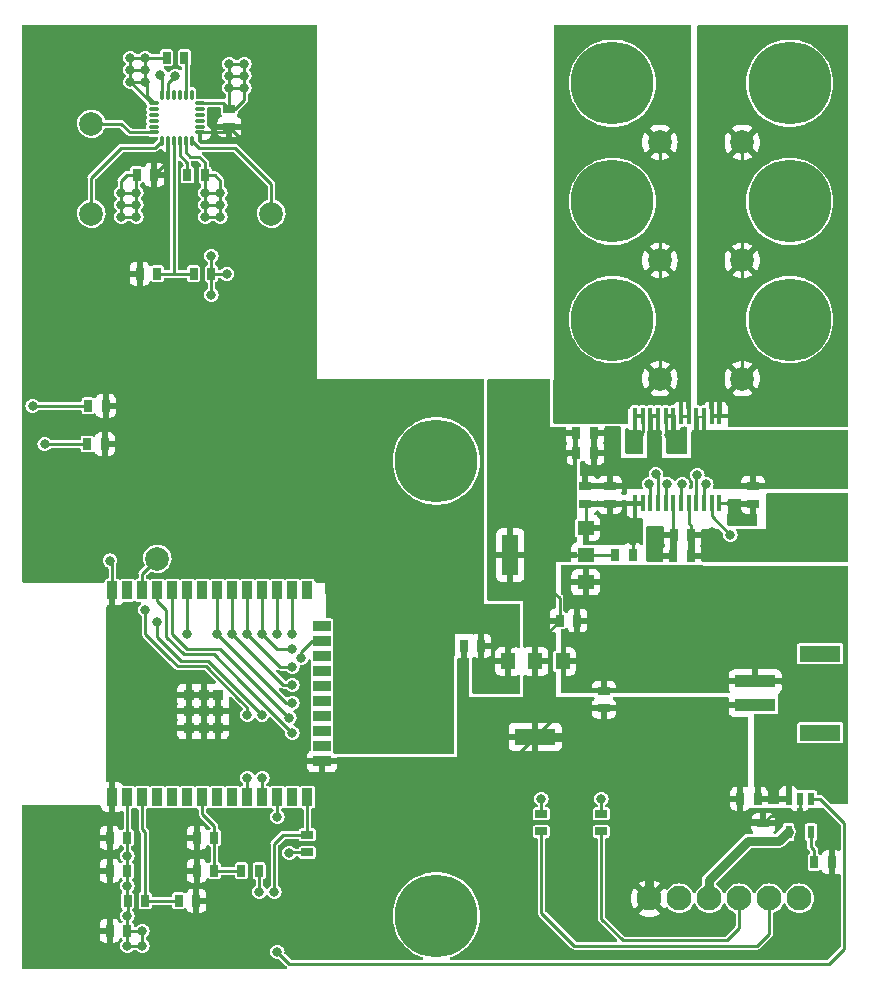
<source format=gbr>
G04 #@! TF.GenerationSoftware,KiCad,Pcbnew,(6.0.9-0)*
G04 #@! TF.CreationDate,2024-06-23T22:48:42+01:00*
G04 #@! TF.ProjectId,BalanceBoard,42616c61-6e63-4654-926f-6172642e6b69,rev?*
G04 #@! TF.SameCoordinates,Original*
G04 #@! TF.FileFunction,Copper,L1,Top*
G04 #@! TF.FilePolarity,Positive*
%FSLAX46Y46*%
G04 Gerber Fmt 4.6, Leading zero omitted, Abs format (unit mm)*
G04 Created by KiCad (PCBNEW (6.0.9-0)) date 2024-06-23 22:48:42*
%MOMM*%
%LPD*%
G01*
G04 APERTURE LIST*
G04 Aperture macros list*
%AMRoundRect*
0 Rectangle with rounded corners*
0 $1 Rounding radius*
0 $2 $3 $4 $5 $6 $7 $8 $9 X,Y pos of 4 corners*
0 Add a 4 corners polygon primitive as box body*
4,1,4,$2,$3,$4,$5,$6,$7,$8,$9,$2,$3,0*
0 Add four circle primitives for the rounded corners*
1,1,$1+$1,$2,$3*
1,1,$1+$1,$4,$5*
1,1,$1+$1,$6,$7*
1,1,$1+$1,$8,$9*
0 Add four rect primitives between the rounded corners*
20,1,$1+$1,$2,$3,$4,$5,0*
20,1,$1+$1,$4,$5,$6,$7,0*
20,1,$1+$1,$6,$7,$8,$9,0*
20,1,$1+$1,$8,$9,$2,$3,0*%
G04 Aperture macros list end*
G04 #@! TA.AperFunction,ComponentPad*
%ADD10C,7.000000*%
G04 #@! TD*
G04 #@! TA.AperFunction,SMDPad,CuDef*
%ADD11R,0.700000X1.000000*%
G04 #@! TD*
G04 #@! TA.AperFunction,SMDPad,CuDef*
%ADD12C,2.000000*%
G04 #@! TD*
G04 #@! TA.AperFunction,SMDPad,CuDef*
%ADD13R,0.400000X1.400000*%
G04 #@! TD*
G04 #@! TA.AperFunction,SMDPad,CuDef*
%ADD14R,1.000000X0.700000*%
G04 #@! TD*
G04 #@! TA.AperFunction,SMDPad,CuDef*
%ADD15R,0.900000X1.500000*%
G04 #@! TD*
G04 #@! TA.AperFunction,SMDPad,CuDef*
%ADD16R,1.500000X0.900000*%
G04 #@! TD*
G04 #@! TA.AperFunction,SMDPad,CuDef*
%ADD17R,0.900000X0.900000*%
G04 #@! TD*
G04 #@! TA.AperFunction,SMDPad,CuDef*
%ADD18R,0.600000X1.100000*%
G04 #@! TD*
G04 #@! TA.AperFunction,SMDPad,CuDef*
%ADD19R,1.200000X1.400000*%
G04 #@! TD*
G04 #@! TA.AperFunction,SMDPad,CuDef*
%ADD20R,3.500000X1.400000*%
G04 #@! TD*
G04 #@! TA.AperFunction,SMDPad,CuDef*
%ADD21R,3.500000X1.000000*%
G04 #@! TD*
G04 #@! TA.AperFunction,SMDPad,CuDef*
%ADD22RoundRect,0.075000X-0.350000X-0.075000X0.350000X-0.075000X0.350000X0.075000X-0.350000X0.075000X0*%
G04 #@! TD*
G04 #@! TA.AperFunction,SMDPad,CuDef*
%ADD23RoundRect,0.075000X0.075000X-0.350000X0.075000X0.350000X-0.075000X0.350000X-0.075000X-0.350000X0*%
G04 #@! TD*
G04 #@! TA.AperFunction,SMDPad,CuDef*
%ADD24R,1.400000X1.200000*%
G04 #@! TD*
G04 #@! TA.AperFunction,SMDPad,CuDef*
%ADD25R,1.400000X3.500000*%
G04 #@! TD*
G04 #@! TA.AperFunction,ComponentPad*
%ADD26C,2.100000*%
G04 #@! TD*
G04 #@! TA.AperFunction,ViaPad*
%ADD27C,0.800000*%
G04 #@! TD*
G04 #@! TA.AperFunction,Conductor*
%ADD28C,0.250000*%
G04 #@! TD*
G04 #@! TA.AperFunction,Conductor*
%ADD29C,0.600000*%
G04 #@! TD*
G04 #@! TA.AperFunction,Conductor*
%ADD30C,0.800000*%
G04 #@! TD*
G04 APERTURE END LIST*
D10*
X85090000Y-86976000D03*
X85090000Y-125476000D03*
D11*
X112318800Y-115570000D03*
X110818800Y-115570000D03*
D12*
X55880000Y-58420000D03*
D11*
X88900000Y-102616000D03*
X87400000Y-102616000D03*
X101701600Y-94945200D03*
X100201600Y-94945200D03*
D13*
X109060123Y-83168000D03*
X108410123Y-83168000D03*
X107760123Y-83168000D03*
X107110123Y-83168000D03*
X106460123Y-83168000D03*
X105810123Y-83168000D03*
X105160123Y-83168000D03*
X104510123Y-83168000D03*
X103860123Y-83168000D03*
X103210123Y-83168000D03*
X102560123Y-83168000D03*
X101910123Y-83168000D03*
X101910123Y-90568000D03*
X102560123Y-90568000D03*
X103210123Y-90568000D03*
X103860123Y-90568000D03*
X104510123Y-90568000D03*
X105160123Y-90568000D03*
X105810123Y-90568000D03*
X106460123Y-90568000D03*
X107110123Y-90568000D03*
X107760123Y-90568000D03*
X108410123Y-90568000D03*
X109060123Y-90568000D03*
D11*
X57099200Y-82296000D03*
X55599200Y-82296000D03*
X61214000Y-62738000D03*
X59714000Y-62738000D03*
D10*
X115000000Y-65000000D03*
D14*
X97688400Y-90576400D03*
X97688400Y-89076400D03*
D12*
X61468000Y-95250000D03*
X104000000Y-60000000D03*
X55880000Y-66040000D03*
D11*
X106680000Y-93218000D03*
X105180000Y-93218000D03*
X58928000Y-118872000D03*
X57428000Y-118872000D03*
X97028000Y-100482400D03*
X95528000Y-100482400D03*
D14*
X99060000Y-116840000D03*
X99060000Y-118340000D03*
X111912400Y-90576400D03*
X111912400Y-89076400D03*
D12*
X111000000Y-60000000D03*
D11*
X58928000Y-121666000D03*
X57428000Y-121666000D03*
D12*
X111000000Y-70000000D03*
D15*
X57658000Y-115430000D03*
X58928000Y-115430000D03*
X60198000Y-115430000D03*
X61468000Y-115430000D03*
X62738000Y-115430000D03*
X64008000Y-115430000D03*
X65278000Y-115430000D03*
X66548000Y-115430000D03*
X67818000Y-115430000D03*
X69088000Y-115430000D03*
X70358000Y-115430000D03*
X71628000Y-115430000D03*
X72898000Y-115430000D03*
X74168000Y-115430000D03*
D16*
X75418000Y-112390000D03*
X75418000Y-111120000D03*
X75418000Y-109850000D03*
X75418000Y-108580000D03*
X75418000Y-107310000D03*
X75418000Y-106040000D03*
X75418000Y-104770000D03*
X75418000Y-103500000D03*
X75418000Y-102230000D03*
X75418000Y-100960000D03*
D15*
X74168000Y-97930000D03*
X72898000Y-97930000D03*
X71628000Y-97930000D03*
X70358000Y-97930000D03*
X69088000Y-97930000D03*
X67818000Y-97930000D03*
X66548000Y-97930000D03*
X65278000Y-97930000D03*
X64008000Y-97930000D03*
X62738000Y-97930000D03*
X61468000Y-97930000D03*
X60198000Y-97930000D03*
X58928000Y-97930000D03*
X57658000Y-97930000D03*
D17*
X66583000Y-108180000D03*
X64108000Y-106780000D03*
X64108000Y-109580000D03*
X65378000Y-108180000D03*
X65378000Y-106780000D03*
X66583000Y-106780000D03*
X65378000Y-109580000D03*
X64108000Y-108180000D03*
X66583000Y-109580000D03*
D14*
X99771200Y-90576400D03*
X99771200Y-89076400D03*
D12*
X71120000Y-66040000D03*
D11*
X63754000Y-52832000D03*
X62254000Y-52832000D03*
X66294000Y-121666000D03*
X64794000Y-121666000D03*
D14*
X112776000Y-119152800D03*
X112776000Y-117652800D03*
D11*
X118567200Y-120954800D03*
X117067200Y-120954800D03*
D14*
X93980000Y-116840000D03*
X93980000Y-118340000D03*
D11*
X98450400Y-84632800D03*
X96950400Y-84632800D03*
D18*
X116809600Y-115570000D03*
X115859600Y-115570000D03*
X114909600Y-115570000D03*
X114909600Y-118370000D03*
X116809600Y-118370000D03*
D12*
X104000000Y-70000000D03*
D10*
X115000000Y-55000000D03*
D11*
X70080000Y-121666000D03*
X68580000Y-121666000D03*
D19*
X95772000Y-103937600D03*
X93472000Y-103937600D03*
X91172000Y-103937600D03*
D20*
X93472000Y-110337600D03*
D11*
X58928000Y-126746000D03*
X57428000Y-126746000D03*
D21*
X112102000Y-107632000D03*
X112102000Y-105632000D03*
D20*
X117602000Y-103282000D03*
X117602000Y-109982000D03*
D11*
X59968000Y-71120000D03*
X61468000Y-71120000D03*
D14*
X74168000Y-118618000D03*
X74168000Y-120118000D03*
D11*
X98450400Y-86309200D03*
X96950400Y-86309200D03*
X63270000Y-124206000D03*
X64770000Y-124206000D03*
X66294000Y-118872000D03*
X64794000Y-118872000D03*
D12*
X104000000Y-80000000D03*
D11*
X106656000Y-94996000D03*
X105156000Y-94996000D03*
D22*
X61169000Y-56662000D03*
X61169000Y-57162000D03*
X61169000Y-57662000D03*
X61169000Y-58162000D03*
X61169000Y-58662000D03*
X61169000Y-59162000D03*
D23*
X61869000Y-59862000D03*
X62369000Y-59862000D03*
X62869000Y-59862000D03*
X63369000Y-59862000D03*
X63869000Y-59862000D03*
X64369000Y-59862000D03*
D22*
X65069000Y-59162000D03*
X65069000Y-58662000D03*
X65069000Y-58162000D03*
X65069000Y-57662000D03*
X65069000Y-57162000D03*
X65069000Y-56662000D03*
D23*
X64369000Y-55962000D03*
X63869000Y-55962000D03*
X63369000Y-55962000D03*
X62869000Y-55962000D03*
X62369000Y-55962000D03*
X61869000Y-55962000D03*
D10*
X100000000Y-75000000D03*
D14*
X67564000Y-58674000D03*
X67564000Y-57174000D03*
D11*
X60440000Y-124206000D03*
X58940000Y-124206000D03*
D12*
X111000000Y-80000000D03*
D11*
X64540000Y-71120000D03*
X66040000Y-71120000D03*
D10*
X115000000Y-75000000D03*
D24*
X97738800Y-97245200D03*
X97738800Y-94945200D03*
X97738800Y-92645200D03*
D25*
X91338800Y-94945200D03*
D11*
X64008000Y-62763400D03*
X65508000Y-62763400D03*
D10*
X100000000Y-55000000D03*
D26*
X103124000Y-124002800D03*
X105664000Y-124002800D03*
X108204000Y-124002800D03*
X110744000Y-124002800D03*
X113284000Y-124002800D03*
X115824000Y-124002800D03*
D14*
X99263200Y-106426000D03*
X99263200Y-107926000D03*
D10*
X100000000Y-65000000D03*
D11*
X55524400Y-85547200D03*
X57024400Y-85547200D03*
D27*
X71374000Y-123444000D03*
X71628000Y-128524000D03*
X70104000Y-123444000D03*
X118872000Y-94488000D03*
X117602000Y-94488000D03*
X116332000Y-94488000D03*
X115062000Y-94488000D03*
X115062000Y-93218000D03*
X116332000Y-93218000D03*
X117602000Y-93218000D03*
X118872000Y-93218000D03*
X118872000Y-91948000D03*
X117602000Y-91948000D03*
X116332000Y-91948000D03*
X115062000Y-91948000D03*
X115062000Y-90678000D03*
X116332000Y-90678000D03*
X117602000Y-90678000D03*
X118872000Y-90678000D03*
X118618000Y-113538000D03*
X90170000Y-90932000D03*
X90170000Y-89916000D03*
X91186000Y-89916000D03*
X92202000Y-88900000D03*
X91186000Y-88900000D03*
X90170000Y-88900000D03*
X90170000Y-87884000D03*
X91186000Y-87884000D03*
X92202000Y-87884000D03*
X93218000Y-87884000D03*
X93218000Y-86868000D03*
X92202000Y-86868000D03*
X91186000Y-86868000D03*
X90170000Y-86868000D03*
X90170000Y-85852000D03*
X91186000Y-85852000D03*
X92202000Y-85852000D03*
X93218000Y-85852000D03*
X93218000Y-84836000D03*
X92202000Y-84836000D03*
X91186000Y-84836000D03*
X90170000Y-84836000D03*
X90170000Y-83820000D03*
X91186000Y-83820000D03*
X92202000Y-83820000D03*
X93218000Y-83820000D03*
X93218000Y-82804000D03*
X92202000Y-82804000D03*
X91186000Y-82804000D03*
X90170000Y-82804000D03*
X90170000Y-81788000D03*
X91186000Y-81788000D03*
X92202000Y-81788000D03*
X93218000Y-81788000D03*
X93218000Y-80772000D03*
X92202000Y-80772000D03*
X91186000Y-80772000D03*
X90170000Y-80772000D03*
X66040000Y-72898000D03*
X66040000Y-69596000D03*
X59182000Y-52832000D03*
X59182000Y-53848000D03*
X59182000Y-54864000D03*
X60452000Y-54864000D03*
X60452000Y-53848000D03*
X60452000Y-52832000D03*
X68834000Y-53340000D03*
X67564000Y-53340000D03*
X67564000Y-54356000D03*
X68834000Y-54356000D03*
X68834000Y-55372000D03*
X67564000Y-55372000D03*
X65532000Y-64262000D03*
X66802000Y-64262000D03*
X66802000Y-65278000D03*
X66802000Y-66294000D03*
X65532000Y-65278000D03*
X65532000Y-66294000D03*
X58420000Y-66294000D03*
X59690000Y-66294000D03*
X59690000Y-64262000D03*
X58420000Y-64262000D03*
X58420000Y-65278000D03*
X59690000Y-65278000D03*
X83820000Y-110998000D03*
X77724000Y-110998000D03*
X82804000Y-110998000D03*
X81788000Y-110998000D03*
X80772000Y-110998000D03*
X79756000Y-110998000D03*
X58928000Y-125476000D03*
X58928000Y-122936000D03*
X58928000Y-120396000D03*
X72644000Y-120142000D03*
X60198000Y-128016000D03*
X58928000Y-128016000D03*
X60198000Y-126746000D03*
X73660000Y-103632000D03*
X78740000Y-110998000D03*
X69088000Y-113792000D03*
X60452000Y-99568000D03*
X69088000Y-108458000D03*
X61468000Y-100584000D03*
X70358000Y-113792000D03*
X70349048Y-108466952D03*
X71628000Y-117094000D03*
X93980000Y-115570000D03*
X72898000Y-109982000D03*
X99060000Y-115570000D03*
X72644000Y-108712000D03*
X100939600Y-92710000D03*
X100279200Y-93573600D03*
X101447600Y-93573600D03*
X110490000Y-91948000D03*
X110490000Y-90678000D03*
X102158800Y-92710000D03*
X111760000Y-91948000D03*
X99720400Y-92659200D03*
X94742000Y-96520000D03*
X103632000Y-93980000D03*
X93472000Y-95250000D03*
X67360800Y-71120000D03*
X103632000Y-94996000D03*
X57454800Y-95402400D03*
X94742000Y-97790000D03*
X103632000Y-92964000D03*
X94742000Y-95250000D03*
X93472000Y-97790000D03*
X93472000Y-96520000D03*
X108458000Y-92964000D03*
X91694000Y-102362000D03*
X90170000Y-102362000D03*
X90170000Y-99822000D03*
X108458000Y-93980000D03*
X90170000Y-101092000D03*
X91694000Y-99822000D03*
X91694000Y-101092000D03*
X108458000Y-94996000D03*
X62992000Y-54356000D03*
X50901600Y-82296000D03*
X64008000Y-101600000D03*
X105918000Y-88900000D03*
X72898000Y-107442000D03*
X107188000Y-88138000D03*
X66548000Y-101600000D03*
X72898000Y-105918000D03*
X67818000Y-101600000D03*
X107950000Y-88900000D03*
X61722000Y-54254400D03*
X51917600Y-85547200D03*
X72898000Y-104394000D03*
X109982000Y-93218000D03*
X69088000Y-101600000D03*
X104648000Y-88900000D03*
X70358000Y-101600000D03*
X72898000Y-102870000D03*
X71628000Y-101600000D03*
X103678424Y-88068364D03*
X72898000Y-101600000D03*
X103124000Y-88900000D03*
X102260400Y-84785200D03*
X101701600Y-85699600D03*
X104749600Y-84785200D03*
X105562400Y-85699600D03*
D28*
X119634000Y-117602000D02*
X119634000Y-128270000D01*
X117602000Y-115570000D02*
X119634000Y-117602000D01*
X119634000Y-128270000D02*
X118364000Y-129540000D01*
X118364000Y-129540000D02*
X72644000Y-129540000D01*
X116809600Y-115570000D02*
X117602000Y-115570000D01*
X72644000Y-129540000D02*
X71628000Y-128524000D01*
X71374000Y-119380000D02*
X71374000Y-123444000D01*
X70104000Y-123444000D02*
X70104000Y-121690000D01*
X70104000Y-121690000D02*
X70080000Y-121666000D01*
X72136000Y-118618000D02*
X74168000Y-118618000D01*
X71374000Y-119380000D02*
X72136000Y-118618000D01*
X118618000Y-113538000D02*
X115011200Y-113538000D01*
X115011200Y-113538000D02*
X114909600Y-113639600D01*
X114909600Y-115570000D02*
X114909600Y-113639600D01*
X114909600Y-113639600D02*
X114909600Y-113182400D01*
X108410123Y-91646123D02*
X109982000Y-93218000D01*
X60198000Y-126746000D02*
X60198000Y-128016000D01*
X58928000Y-128016000D02*
X60198000Y-128016000D01*
X94538800Y-94945200D02*
X94488000Y-94996000D01*
X97738800Y-94945200D02*
X94538800Y-94945200D01*
X94488000Y-94996000D02*
X94742000Y-95250000D01*
X66040000Y-71120000D02*
X66040000Y-72898000D01*
X66040000Y-71120000D02*
X66040000Y-69596000D01*
X68834000Y-55372000D02*
X68834000Y-56388000D01*
X68834000Y-56388000D02*
X68048000Y-57174000D01*
X68048000Y-57174000D02*
X67564000Y-57174000D01*
X59182000Y-54864000D02*
X60980000Y-56662000D01*
X60980000Y-56662000D02*
X61169000Y-56662000D01*
X66319400Y-62763400D02*
X66802000Y-63246000D01*
X65508000Y-62763400D02*
X66319400Y-62763400D01*
X66802000Y-63246000D02*
X66802000Y-64262000D01*
X58928000Y-62738000D02*
X58420000Y-63246000D01*
X58420000Y-63246000D02*
X58420000Y-64262000D01*
X59714000Y-62738000D02*
X58928000Y-62738000D01*
X59690000Y-64262000D02*
X59690000Y-62762000D01*
X59690000Y-62762000D02*
X59714000Y-62738000D01*
X65508000Y-62763400D02*
X65508000Y-64238000D01*
X65508000Y-64238000D02*
X65532000Y-64262000D01*
X65532000Y-65278000D02*
X66802000Y-65278000D01*
X66802000Y-66294000D02*
X65532000Y-66294000D01*
X65532000Y-64262000D02*
X65532000Y-66294000D01*
X66802000Y-66294000D02*
X66802000Y-64262000D01*
X65532000Y-64262000D02*
X66802000Y-64262000D01*
X58420000Y-65278000D02*
X59690000Y-65278000D01*
X58420000Y-66294000D02*
X59690000Y-66294000D01*
X58420000Y-64262000D02*
X58420000Y-66294000D01*
X59690000Y-66294000D02*
X59690000Y-64262000D01*
X58420000Y-64262000D02*
X59690000Y-64262000D01*
X67564000Y-57174000D02*
X67564000Y-55372000D01*
X68834000Y-55372000D02*
X68834000Y-54356000D01*
X67564000Y-54356000D02*
X68834000Y-54356000D01*
X68834000Y-54356000D02*
X68834000Y-53340000D01*
X67564000Y-53340000D02*
X68834000Y-53340000D01*
X67564000Y-53340000D02*
X67564000Y-54356000D01*
X67564000Y-54356000D02*
X67564000Y-55372000D01*
X67564000Y-55372000D02*
X68834000Y-55372000D01*
X59182000Y-53848000D02*
X59182000Y-54864000D01*
X60452000Y-53848000D02*
X60452000Y-54864000D01*
X60604400Y-56097400D02*
X60604400Y-55016400D01*
X60604400Y-55016400D02*
X60452000Y-54864000D01*
X59182000Y-54864000D02*
X60452000Y-54864000D01*
X59182000Y-53848000D02*
X60452000Y-53848000D01*
X60452000Y-52832000D02*
X60452000Y-53848000D01*
X59182000Y-53848000D02*
X59182000Y-52832000D01*
X62254000Y-52832000D02*
X59182000Y-52832000D01*
X58928000Y-126746000D02*
X58928000Y-125476000D01*
X58940000Y-124206000D02*
X58940000Y-125464000D01*
X58940000Y-125464000D02*
X58928000Y-125476000D01*
X58928000Y-122936000D02*
X58928000Y-124194000D01*
X58928000Y-121666000D02*
X58928000Y-122936000D01*
X58928000Y-121666000D02*
X58928000Y-120396000D01*
X58928000Y-118872000D02*
X58928000Y-120396000D01*
X72668000Y-120118000D02*
X72644000Y-120142000D01*
X74168000Y-120118000D02*
X72668000Y-120118000D01*
X58928000Y-126746000D02*
X60198000Y-126746000D01*
X58928000Y-128016000D02*
X58928000Y-126746000D01*
X60198000Y-97930000D02*
X60198000Y-96520000D01*
X60198000Y-96520000D02*
X61468000Y-95250000D01*
X96950400Y-84632800D02*
X96950400Y-86309200D01*
X57024400Y-85547200D02*
X61010800Y-85547200D01*
X61010800Y-85547200D02*
X61315600Y-85547200D01*
X86614000Y-99822000D02*
X72339200Y-85547200D01*
X72339200Y-85547200D02*
X61010800Y-85547200D01*
X114909600Y-113182400D02*
X114909600Y-106324400D01*
X73660000Y-103124000D02*
X73660000Y-103632000D01*
X75418000Y-102230000D02*
X74554000Y-102230000D01*
X74554000Y-102230000D02*
X73914000Y-102870000D01*
X73914000Y-102870000D02*
X73660000Y-103124000D01*
X86614000Y-99822000D02*
X83312000Y-103124000D01*
X90170000Y-99822000D02*
X86614000Y-99822000D01*
X83312000Y-103124000D02*
X78740000Y-107696000D01*
X78740000Y-107696000D02*
X78740000Y-110998000D01*
X57428000Y-121666000D02*
X57428000Y-126746000D01*
X58928000Y-124194000D02*
X58940000Y-124206000D01*
X64794000Y-118872000D02*
X64794000Y-121666000D01*
X64770000Y-124206000D02*
X64770000Y-121690000D01*
X64770000Y-121690000D02*
X64794000Y-121666000D01*
X66294000Y-121666000D02*
X68580000Y-121666000D01*
X65278000Y-115430000D02*
X65278000Y-116840000D01*
X65278000Y-116840000D02*
X66294000Y-117856000D01*
X66294000Y-117856000D02*
X66294000Y-118872000D01*
X66294000Y-121666000D02*
X66294000Y-118872000D01*
X63270000Y-124206000D02*
X60440000Y-124206000D01*
X60198000Y-118110000D02*
X60440000Y-118352000D01*
X60440000Y-118352000D02*
X60440000Y-124206000D01*
X74168000Y-118618000D02*
X74168000Y-115430000D01*
X94742000Y-95250000D02*
X96012000Y-93980000D01*
X96012000Y-93980000D02*
X96012000Y-86563200D01*
X96012000Y-86563200D02*
X96266000Y-86309200D01*
X96266000Y-86309200D02*
X96950400Y-86309200D01*
X75418000Y-112390000D02*
X87254000Y-112390000D01*
X87254000Y-112390000D02*
X91419600Y-112390000D01*
X87400000Y-112244000D02*
X87254000Y-112390000D01*
X87400000Y-102616000D02*
X87400000Y-112244000D01*
X91419600Y-112390000D02*
X93472000Y-110337600D01*
X65581700Y-104336000D02*
X68506850Y-107261150D01*
X62484000Y-103632000D02*
X63188000Y-104336000D01*
X69088000Y-107842300D02*
X69088000Y-108458000D01*
X60452000Y-101600000D02*
X62484000Y-103632000D01*
X60452000Y-99568000D02*
X60452000Y-101600000D01*
X63188000Y-104336000D02*
X65278000Y-104336000D01*
X68506850Y-107261150D02*
X69088000Y-107842300D01*
X65278000Y-104336000D02*
X65581700Y-104336000D01*
X69088000Y-113792000D02*
X69088000Y-115430000D01*
X63500000Y-103886000D02*
X65768096Y-103886000D01*
X61468000Y-100584000D02*
X61468000Y-101854000D01*
X61468000Y-101854000D02*
X63500000Y-103886000D01*
X65768096Y-103886000D02*
X70349048Y-108466952D01*
X72898000Y-109982000D02*
X72888695Y-109982000D01*
X68580000Y-105673305D02*
X68580000Y-105664000D01*
X68580000Y-105664000D02*
X66236000Y-103320000D01*
X66236000Y-103320000D02*
X63696000Y-103320000D01*
X72888695Y-109982000D02*
X68580000Y-105673305D01*
X63696000Y-103320000D02*
X62230000Y-101854000D01*
X62230000Y-101854000D02*
X62230000Y-99568000D01*
X62230000Y-99568000D02*
X61468000Y-98806000D01*
X61468000Y-98806000D02*
X61468000Y-97930000D01*
X70358000Y-115430000D02*
X70358000Y-113792000D01*
X71628000Y-115430000D02*
X71628000Y-117094000D01*
X93980000Y-115570000D02*
X93980000Y-116840000D01*
X66802000Y-102870000D02*
X72644000Y-108712000D01*
X64008000Y-102870000D02*
X66802000Y-102870000D01*
X62738000Y-97930000D02*
X62738000Y-101600000D01*
X62738000Y-101600000D02*
X63754000Y-102616000D01*
X63754000Y-102616000D02*
X64008000Y-102870000D01*
X99060000Y-115570000D02*
X99060000Y-116840000D01*
X99060000Y-118340000D02*
X99060000Y-125730000D01*
X99060000Y-125730000D02*
X100896000Y-127566000D01*
X110744000Y-126492000D02*
X110744000Y-124002800D01*
X100896000Y-127566000D02*
X109670000Y-127566000D01*
X109670000Y-127566000D02*
X110744000Y-126492000D01*
X96774000Y-128016000D02*
X112268000Y-128016000D01*
X93980000Y-118340000D02*
X93980000Y-125222000D01*
X112268000Y-128016000D02*
X113284000Y-127000000D01*
X93980000Y-125222000D02*
X96774000Y-128016000D01*
X113284000Y-127000000D02*
X113284000Y-124002800D01*
X60198000Y-118110000D02*
X60198000Y-115430000D01*
X111912400Y-90576400D02*
X110591600Y-90576400D01*
X100279200Y-93573600D02*
X100279200Y-93370400D01*
X102158800Y-92710000D02*
X100939600Y-92710000D01*
X97738800Y-90626800D02*
X97688400Y-90576400D01*
X100888800Y-92659200D02*
X100939600Y-92710000D01*
X101701600Y-93167200D02*
X102158800Y-92710000D01*
X110591600Y-90576400D02*
X110490000Y-90678000D01*
X110380000Y-90568000D02*
X110490000Y-90678000D01*
X97738800Y-92645200D02*
X97738800Y-90626800D01*
X101910123Y-90568000D02*
X99779600Y-90568000D01*
X111810800Y-90678000D02*
X111912400Y-90576400D01*
X99779600Y-90568000D02*
X99771200Y-90576400D01*
X99720400Y-92659200D02*
X100888800Y-92659200D01*
X100279200Y-93370400D02*
X100939600Y-92710000D01*
X100939600Y-93065600D02*
X101447600Y-93573600D01*
X102560123Y-90568000D02*
X101910123Y-90568000D01*
X101701600Y-94945200D02*
X101701600Y-93167200D01*
X99706400Y-92645200D02*
X99720400Y-92659200D01*
X97738800Y-92645200D02*
X99706400Y-92645200D01*
X111912400Y-90576400D02*
X111912400Y-91795600D01*
X109060123Y-90568000D02*
X110380000Y-90568000D01*
X111912400Y-91795600D02*
X111760000Y-91948000D01*
X100939600Y-92710000D02*
X100939600Y-93065600D01*
X97688400Y-90576400D02*
X99771200Y-90576400D01*
X64008000Y-61722000D02*
X64008000Y-62763400D01*
X63369000Y-59862000D02*
X63369000Y-61083000D01*
X63369000Y-61083000D02*
X64008000Y-61722000D01*
X63869000Y-52947000D02*
X63754000Y-52832000D01*
X63869000Y-55962000D02*
X63869000Y-52947000D01*
X57658000Y-115430000D02*
X57658000Y-109347000D01*
X107479600Y-107632000D02*
X107185600Y-107926000D01*
X110818800Y-117171600D02*
X110642400Y-117348000D01*
X65508000Y-62763400D02*
X65508000Y-61698000D01*
X66583000Y-108180000D02*
X66583000Y-109580000D01*
X57428000Y-117578000D02*
X57658000Y-117348000D01*
X103632000Y-94996000D02*
X105156000Y-94996000D01*
X65378000Y-108180000D02*
X65378000Y-109580000D01*
X110818800Y-113463200D02*
X110818800Y-115570000D01*
X109206800Y-107632000D02*
X107479600Y-107632000D01*
D29*
X105156000Y-93242000D02*
X105180000Y-93218000D01*
D28*
X57891000Y-109580000D02*
X57658000Y-109347000D01*
X93472000Y-103937600D02*
X93472000Y-102538400D01*
X115859600Y-116855200D02*
X115722400Y-116992400D01*
X67052000Y-56662000D02*
X67564000Y-57174000D01*
X64108000Y-106780000D02*
X64108000Y-108180000D01*
X93472000Y-102538400D02*
X95528000Y-100482400D01*
X105180000Y-93218000D02*
X103886000Y-93218000D01*
X113436400Y-116992400D02*
X112776000Y-117652800D01*
X93472000Y-96520000D02*
X94742000Y-96520000D01*
X110642400Y-117348000D02*
X112471200Y-117348000D01*
X115722400Y-116992400D02*
X117805200Y-116992400D01*
X112102000Y-107632000D02*
X109206800Y-107632000D01*
X118567200Y-117754400D02*
X118567200Y-120954800D01*
D29*
X105156000Y-94996000D02*
X105156000Y-93242000D01*
D28*
X57658000Y-117348000D02*
X57658000Y-115430000D01*
X64108000Y-109580000D02*
X57891000Y-109580000D01*
X109206800Y-111696000D02*
X110896400Y-113385600D01*
X57658000Y-109347000D02*
X57658000Y-97930000D01*
X97738800Y-94945200D02*
X100201600Y-94945200D01*
X69138800Y-109524800D02*
X69083600Y-109580000D01*
X93472000Y-103937600D02*
X93472000Y-110337600D01*
X65508000Y-61698000D02*
X65024000Y-61214000D01*
X103886000Y-93218000D02*
X103632000Y-92964000D01*
X115722400Y-116992400D02*
X113436400Y-116992400D01*
D30*
X103124000Y-124002800D02*
X103124000Y-112369600D01*
D28*
X65378000Y-108180000D02*
X65378000Y-106780000D01*
X69083600Y-109580000D02*
X66583000Y-109580000D01*
X94742000Y-95250000D02*
X93472000Y-95250000D01*
X95528000Y-98576000D02*
X94742000Y-97790000D01*
X57658000Y-97930000D02*
X57658000Y-95605600D01*
X110896400Y-113385600D02*
X110818800Y-113463200D01*
X115859600Y-115570000D02*
X115859600Y-116855200D01*
X66583000Y-109580000D02*
X65378000Y-109580000D01*
X117805200Y-116992400D02*
X118567200Y-117754400D01*
X64108000Y-106780000D02*
X65378000Y-106780000D01*
X57428000Y-121666000D02*
X57428000Y-118872000D01*
X75418000Y-112390000D02*
X72004000Y-112390000D01*
X105160123Y-93198123D02*
X105180000Y-93218000D01*
X65024000Y-61214000D02*
X64262000Y-61214000D01*
X103632000Y-93980000D02*
X103632000Y-94996000D01*
D30*
X103124000Y-112369600D02*
X101092000Y-110337600D01*
D28*
X67360800Y-71120000D02*
X66040000Y-71120000D01*
X107185600Y-107926000D02*
X99263200Y-107926000D01*
X103632000Y-92964000D02*
X103632000Y-93980000D01*
X64108000Y-109580000D02*
X64108000Y-108180000D01*
D30*
X101092000Y-110337600D02*
X93472000Y-110337600D01*
D28*
X65378000Y-108180000D02*
X66583000Y-108180000D01*
X112471200Y-117348000D02*
X112776000Y-117652800D01*
X99263200Y-107926000D02*
X95883600Y-107926000D01*
X95883600Y-107926000D02*
X93472000Y-110337600D01*
X110818800Y-115570000D02*
X110818800Y-117171600D01*
X65069000Y-56662000D02*
X67052000Y-56662000D01*
X93472000Y-95250000D02*
X93472000Y-96520000D01*
X72004000Y-112390000D02*
X69138800Y-109524800D01*
X93167200Y-94945200D02*
X93472000Y-95250000D01*
X91338800Y-94945200D02*
X93167200Y-94945200D01*
X109206800Y-107632000D02*
X109206800Y-111696000D01*
X66583000Y-106780000D02*
X66583000Y-108180000D01*
X64108000Y-108180000D02*
X65378000Y-108180000D01*
X64262000Y-61214000D02*
X63869000Y-60821000D01*
X64108000Y-109580000D02*
X65378000Y-109580000D01*
X57658000Y-95605600D02*
X57454800Y-95402400D01*
X93472000Y-97790000D02*
X94742000Y-97790000D01*
X94742000Y-95250000D02*
X94742000Y-96520000D01*
X57428000Y-118872000D02*
X57428000Y-117578000D01*
X110540800Y-117348000D02*
X110642400Y-117348000D01*
X60604400Y-56097400D02*
X61169000Y-56662000D01*
X105160123Y-90568000D02*
X105160123Y-93198123D01*
X63869000Y-60821000D02*
X63869000Y-59862000D01*
X94742000Y-97790000D02*
X94742000Y-96520000D01*
X93472000Y-96520000D02*
X93472000Y-97790000D01*
X95528000Y-100482400D02*
X95528000Y-98576000D01*
D30*
X114070000Y-119152800D02*
X112776000Y-119152800D01*
X112776000Y-119152800D02*
X111479200Y-119152800D01*
X114909600Y-118370000D02*
X114852800Y-118370000D01*
X111479200Y-119152800D02*
X108204000Y-122428000D01*
X114852800Y-118370000D02*
X114070000Y-119152800D01*
X108204000Y-122428000D02*
X108204000Y-124002800D01*
D28*
X67564000Y-75946000D02*
X61214000Y-75946000D01*
X58928000Y-115430000D02*
X58928000Y-118872000D01*
X57099200Y-77568800D02*
X59968000Y-74700000D01*
D29*
X106656000Y-94996000D02*
X106656000Y-93242000D01*
D28*
X90170000Y-102362000D02*
X90170000Y-101092000D01*
X90170000Y-99822000D02*
X91694000Y-99822000D01*
X59968000Y-74700000D02*
X59968000Y-71120000D01*
X90170000Y-102362000D02*
X91694000Y-102362000D01*
X57024400Y-82370800D02*
X57099200Y-82296000D01*
X108458000Y-94996000D02*
X106656000Y-94996000D01*
X108458000Y-93980000D02*
X108458000Y-94996000D01*
X73660000Y-64770000D02*
X73660000Y-69850000D01*
X59944000Y-68834000D02*
X59968000Y-68858000D01*
D29*
X106656000Y-93242000D02*
X106680000Y-93218000D01*
D28*
X108204000Y-93218000D02*
X108458000Y-92964000D01*
X106460123Y-90568000D02*
X106460123Y-92236123D01*
X62369000Y-59862000D02*
X62369000Y-61583000D01*
X65069000Y-59162000D02*
X67076000Y-59162000D01*
X106460123Y-92236123D02*
X106680000Y-92456000D01*
X89916000Y-102616000D02*
X90170000Y-102362000D01*
X91694000Y-102362000D02*
X91694000Y-101092000D01*
X67076000Y-59162000D02*
X67564000Y-58674000D01*
X91694000Y-99822000D02*
X91694000Y-101092000D01*
X62369000Y-61583000D02*
X61214000Y-62738000D01*
X106680000Y-93218000D02*
X106680000Y-92456000D01*
X59968000Y-68858000D02*
X59968000Y-71120000D01*
X91172000Y-102884000D02*
X91694000Y-102362000D01*
X61214000Y-62738000D02*
X61214000Y-67564000D01*
X73660000Y-69850000D02*
X67564000Y-75946000D01*
X61214000Y-67564000D02*
X59944000Y-68834000D01*
X106680000Y-93218000D02*
X108204000Y-93218000D01*
X61214000Y-75946000D02*
X59968000Y-74700000D01*
X67564000Y-58674000D02*
X73660000Y-64770000D01*
X90170000Y-101092000D02*
X91694000Y-101092000D01*
X90170000Y-101092000D02*
X90170000Y-99822000D01*
X57024400Y-85547200D02*
X57024400Y-82370800D01*
X91172000Y-103937600D02*
X91172000Y-102884000D01*
X57099200Y-82296000D02*
X57099200Y-77568800D01*
X88900000Y-102616000D02*
X89916000Y-102616000D01*
X62869000Y-59862000D02*
X62869000Y-71098600D01*
X64540000Y-71120000D02*
X62890400Y-71120000D01*
X62890400Y-71120000D02*
X62869000Y-71098600D01*
X62890400Y-71120000D02*
X61468000Y-71120000D01*
X55599200Y-82296000D02*
X50901600Y-82296000D01*
X62369000Y-54979000D02*
X62992000Y-54356000D01*
X62369000Y-55962000D02*
X62369000Y-54979000D01*
X59162000Y-59162000D02*
X58420000Y-58420000D01*
X58420000Y-58420000D02*
X55880000Y-58420000D01*
X61169000Y-59162000D02*
X59162000Y-59162000D01*
X55880000Y-62992000D02*
X55880000Y-66040000D01*
X61279000Y-60452000D02*
X58420000Y-60452000D01*
X58420000Y-60452000D02*
X55880000Y-62992000D01*
X61869000Y-59862000D02*
X61279000Y-60452000D01*
X105810123Y-89007877D02*
X105918000Y-88900000D01*
X105810123Y-90568000D02*
X105810123Y-89007877D01*
X64008000Y-97930000D02*
X64008000Y-101600000D01*
X72390000Y-107442000D02*
X66548000Y-101600000D01*
X107110123Y-88215877D02*
X107188000Y-88138000D01*
X66548000Y-97930000D02*
X66548000Y-101600000D01*
X72898000Y-107442000D02*
X72390000Y-107442000D01*
X107110123Y-90568000D02*
X107110123Y-88215877D01*
X72136000Y-105918000D02*
X67818000Y-101600000D01*
X107760123Y-90568000D02*
X107760123Y-89089877D01*
X67818000Y-97930000D02*
X67818000Y-101600000D01*
X72898000Y-105918000D02*
X72136000Y-105918000D01*
X107760123Y-89089877D02*
X107950000Y-88900000D01*
X55524400Y-85547200D02*
X51917600Y-85547200D01*
X61869000Y-54401400D02*
X61722000Y-54254400D01*
X61869000Y-55962000D02*
X61869000Y-54401400D01*
X72898000Y-104394000D02*
X71882000Y-104394000D01*
X71882000Y-104394000D02*
X69088000Y-101600000D01*
X108410123Y-90568000D02*
X108410123Y-91646123D01*
X69088000Y-101600000D02*
X69088000Y-97930000D01*
X104510123Y-90568000D02*
X104510123Y-89037877D01*
X70358000Y-97930000D02*
X70358000Y-101600000D01*
X104510123Y-89037877D02*
X104648000Y-88900000D01*
X71628000Y-102870000D02*
X70358000Y-101600000D01*
X72898000Y-102870000D02*
X71628000Y-102870000D01*
X103860123Y-90568000D02*
X103860123Y-88250063D01*
X103860123Y-88250063D02*
X103678424Y-88068364D01*
X71628000Y-97930000D02*
X71628000Y-101600000D01*
X72898000Y-97930000D02*
X72898000Y-101600000D01*
X103210123Y-90568000D02*
X103210123Y-88986123D01*
X103210123Y-88986123D02*
X103124000Y-88900000D01*
X71120000Y-63500000D02*
X71120000Y-66040000D01*
X64959000Y-60452000D02*
X68072000Y-60452000D01*
X68072000Y-60452000D02*
X71120000Y-63500000D01*
X64369000Y-59862000D02*
X64959000Y-60452000D01*
X103210123Y-83168000D02*
X103860123Y-83168000D01*
X103210123Y-87004923D02*
X103225600Y-87020400D01*
X107797600Y-86969600D02*
X107773877Y-86993323D01*
X107773877Y-86993323D02*
X107110123Y-86993323D01*
X103210123Y-83168000D02*
X103210123Y-87004923D01*
X107137200Y-87020400D02*
X107110123Y-86993323D01*
X107760123Y-83168000D02*
X107760123Y-86932123D01*
X111912400Y-87122000D02*
X111912400Y-89076400D01*
X111760000Y-86969600D02*
X111912400Y-87122000D01*
X107110123Y-86993323D02*
X107110123Y-83168000D01*
X98450400Y-84632800D02*
X98450400Y-86309200D01*
X103225600Y-87020400D02*
X107137200Y-87020400D01*
X107797600Y-86969600D02*
X111760000Y-86969600D01*
X107760123Y-86932123D02*
X107797600Y-86969600D01*
X112102000Y-105632000D02*
X104819200Y-105632000D01*
X100431600Y-101295200D02*
X100431600Y-98602800D01*
X112318800Y-115570000D02*
X114909600Y-115570000D01*
X104819200Y-105632000D02*
X99669600Y-100482400D01*
X99263200Y-106426000D02*
X99263200Y-104292400D01*
X99074000Y-97245200D02*
X97738800Y-97245200D01*
X114909600Y-106324400D02*
X114198400Y-105613200D01*
X98348800Y-103378000D02*
X100431600Y-101295200D01*
X100431600Y-98602800D02*
X99074000Y-97245200D01*
X97789200Y-103937600D02*
X98348800Y-103378000D01*
X114198400Y-105613200D02*
X114179600Y-105632000D01*
X99263200Y-104292400D02*
X98348800Y-103378000D01*
X95772000Y-103937600D02*
X97789200Y-103937600D01*
X99669600Y-100482400D02*
X97028000Y-100482400D01*
X114179600Y-105632000D02*
X112102000Y-105632000D01*
X117067200Y-119912000D02*
X116809600Y-119654400D01*
X117067200Y-120954800D02*
X117067200Y-119912000D01*
X116809600Y-119654400D02*
X116809600Y-118370000D01*
X101910123Y-83168000D02*
X101910123Y-84434923D01*
X102560123Y-83168000D02*
X102560123Y-84485477D01*
X101910123Y-84434923D02*
X102260400Y-84785200D01*
X102560123Y-84485477D02*
X102260400Y-84785200D01*
X105160123Y-83168000D02*
X105160123Y-84374677D01*
X105562400Y-85598000D02*
X104749600Y-84785200D01*
X104510123Y-84545723D02*
X104749600Y-84785200D01*
X104510123Y-83168000D02*
X104510123Y-84545723D01*
X105562400Y-85699600D02*
X105562400Y-85598000D01*
X105160123Y-84374677D02*
X104749600Y-84785200D01*
X111000000Y-70000000D02*
X111000000Y-60000000D01*
X109060123Y-81939877D02*
X111000000Y-80000000D01*
X111000000Y-80000000D02*
X111000000Y-70000000D01*
X109060123Y-83168000D02*
X109060123Y-81939877D01*
X108410123Y-83168000D02*
X109060123Y-83168000D01*
X105810123Y-83168000D02*
X106460123Y-83168000D01*
X104000000Y-80000000D02*
X104000000Y-70000000D01*
X105810123Y-83168000D02*
X105810123Y-81810123D01*
X104000000Y-60000000D02*
X104000000Y-70000000D01*
X105810123Y-81810123D02*
X104000000Y-80000000D01*
G04 #@! TA.AperFunction,Conductor*
G36*
X119848762Y-95860419D02*
G01*
X119916839Y-95880562D01*
X119963221Y-95934313D01*
X119974500Y-95986419D01*
X119974500Y-115901200D01*
X119954498Y-115969321D01*
X119900842Y-116015814D01*
X119848500Y-116027200D01*
X118571716Y-116027200D01*
X118503595Y-116007198D01*
X118482621Y-115990295D01*
X117846111Y-115353785D01*
X117838684Y-115345681D01*
X117821541Y-115325251D01*
X117821542Y-115325251D01*
X117814455Y-115316806D01*
X117789593Y-115302452D01*
X117781815Y-115297961D01*
X117772544Y-115292055D01*
X117750715Y-115276770D01*
X117741684Y-115270446D01*
X117731034Y-115267592D01*
X117727866Y-115266115D01*
X117724590Y-115264923D01*
X117715045Y-115259412D01*
X117681301Y-115253462D01*
X117677942Y-115252870D01*
X117667215Y-115250492D01*
X117630807Y-115240736D01*
X117619822Y-115241697D01*
X117619820Y-115241697D01*
X117593272Y-115244020D01*
X117582290Y-115244500D01*
X117436100Y-115244500D01*
X117367979Y-115224498D01*
X117321486Y-115170842D01*
X117310100Y-115118500D01*
X117310100Y-115000252D01*
X117298467Y-114941769D01*
X117287562Y-114925448D01*
X117261043Y-114885761D01*
X117254152Y-114875448D01*
X117187831Y-114831133D01*
X117175662Y-114828712D01*
X117175661Y-114828712D01*
X117135416Y-114820707D01*
X117129348Y-114819500D01*
X116489852Y-114819500D01*
X116483784Y-114820707D01*
X116443539Y-114828712D01*
X116443538Y-114828712D01*
X116431369Y-114831133D01*
X116421052Y-114838027D01*
X116421049Y-114838028D01*
X116404603Y-114849017D01*
X116336851Y-114870233D01*
X116264597Y-114849017D01*
X116248151Y-114838028D01*
X116248148Y-114838027D01*
X116237831Y-114831133D01*
X116225662Y-114828712D01*
X116225661Y-114828712D01*
X116185416Y-114820707D01*
X116179348Y-114819500D01*
X115757246Y-114819500D01*
X115689125Y-114799498D01*
X115656420Y-114769065D01*
X115577885Y-114664276D01*
X115565324Y-114651715D01*
X115463249Y-114575214D01*
X115447654Y-114566676D01*
X115327206Y-114521522D01*
X115311951Y-114517895D01*
X115261086Y-114512369D01*
X115254272Y-114512000D01*
X115181715Y-114512000D01*
X115166476Y-114516475D01*
X115165271Y-114517865D01*
X115163600Y-114525548D01*
X115163600Y-115698000D01*
X115143598Y-115766121D01*
X115089942Y-115812614D01*
X115037600Y-115824000D01*
X114119716Y-115824000D01*
X114104477Y-115828475D01*
X114103272Y-115829865D01*
X114101601Y-115837548D01*
X114101601Y-115901200D01*
X114081599Y-115969321D01*
X114027943Y-116015814D01*
X113975601Y-116027200D01*
X113302800Y-116027200D01*
X113234679Y-116007198D01*
X113188186Y-115953542D01*
X113176800Y-115901200D01*
X113176800Y-115842115D01*
X113172325Y-115826876D01*
X113170935Y-115825671D01*
X113163252Y-115824000D01*
X112190800Y-115824000D01*
X112122679Y-115803998D01*
X112076186Y-115750342D01*
X112064800Y-115698000D01*
X112064800Y-115297885D01*
X112572800Y-115297885D01*
X112577275Y-115313124D01*
X112578665Y-115314329D01*
X112586348Y-115316000D01*
X113158684Y-115316000D01*
X113173923Y-115311525D01*
X113175128Y-115310135D01*
X113176799Y-115302452D01*
X113176799Y-115297885D01*
X114101600Y-115297885D01*
X114106075Y-115313124D01*
X114107465Y-115314329D01*
X114115148Y-115316000D01*
X114637485Y-115316000D01*
X114652724Y-115311525D01*
X114653929Y-115310135D01*
X114655600Y-115302452D01*
X114655600Y-114530116D01*
X114651125Y-114514877D01*
X114649735Y-114513672D01*
X114642052Y-114512001D01*
X114564931Y-114512001D01*
X114558110Y-114512371D01*
X114507248Y-114517895D01*
X114491996Y-114521521D01*
X114371546Y-114566676D01*
X114355951Y-114575214D01*
X114253876Y-114651715D01*
X114241315Y-114664276D01*
X114164814Y-114766351D01*
X114156276Y-114781946D01*
X114111122Y-114902394D01*
X114107495Y-114917649D01*
X114101969Y-114968514D01*
X114101600Y-114975328D01*
X114101600Y-115297885D01*
X113176799Y-115297885D01*
X113176799Y-115025331D01*
X113176429Y-115018510D01*
X113170905Y-114967648D01*
X113167279Y-114952396D01*
X113122124Y-114831946D01*
X113113586Y-114816351D01*
X113037085Y-114714276D01*
X113024524Y-114701715D01*
X112922449Y-114625214D01*
X112906854Y-114616676D01*
X112786406Y-114571522D01*
X112771151Y-114567895D01*
X112720286Y-114562369D01*
X112713472Y-114562000D01*
X112590915Y-114562000D01*
X112575676Y-114566475D01*
X112574471Y-114567865D01*
X112572800Y-114575548D01*
X112572800Y-115297885D01*
X112064800Y-115297885D01*
X112064800Y-114580116D01*
X112060325Y-114564877D01*
X112055365Y-114560579D01*
X112000106Y-114530406D01*
X111966080Y-114468094D01*
X111963200Y-114441309D01*
X111963201Y-110701748D01*
X115651500Y-110701748D01*
X115663133Y-110760231D01*
X115707448Y-110826552D01*
X115773769Y-110870867D01*
X115785938Y-110873288D01*
X115785939Y-110873288D01*
X115826184Y-110881293D01*
X115832252Y-110882500D01*
X119371748Y-110882500D01*
X119377816Y-110881293D01*
X119418061Y-110873288D01*
X119418062Y-110873288D01*
X119430231Y-110870867D01*
X119496552Y-110826552D01*
X119540867Y-110760231D01*
X119552500Y-110701748D01*
X119552500Y-109262252D01*
X119540867Y-109203769D01*
X119496552Y-109137448D01*
X119430231Y-109093133D01*
X119418062Y-109090712D01*
X119418061Y-109090712D01*
X119377816Y-109082707D01*
X119371748Y-109081500D01*
X115832252Y-109081500D01*
X115826184Y-109082707D01*
X115785939Y-109090712D01*
X115785938Y-109090712D01*
X115773769Y-109093133D01*
X115707448Y-109137448D01*
X115663133Y-109203769D01*
X115651500Y-109262252D01*
X115651500Y-110701748D01*
X111963201Y-110701748D01*
X111963202Y-108482400D01*
X111983204Y-108414279D01*
X112036860Y-108367786D01*
X112089202Y-108356400D01*
X114046000Y-108356400D01*
X114046000Y-108196834D01*
X114048421Y-108172254D01*
X114051293Y-108157815D01*
X114052500Y-108151748D01*
X114052500Y-107112252D01*
X114048422Y-107091749D01*
X114046001Y-107067169D01*
X114046002Y-106684107D01*
X114066004Y-106615986D01*
X114100031Y-106584266D01*
X114098462Y-106582172D01*
X114207724Y-106500285D01*
X114220285Y-106487724D01*
X114296786Y-106385649D01*
X114305324Y-106370054D01*
X114350478Y-106249606D01*
X114354105Y-106234351D01*
X114359631Y-106183486D01*
X114360000Y-106176672D01*
X114360000Y-105904115D01*
X114355525Y-105888876D01*
X114354135Y-105887671D01*
X114346452Y-105886000D01*
X109862116Y-105886000D01*
X109846877Y-105890475D01*
X109845672Y-105891865D01*
X109844001Y-105899548D01*
X109844001Y-106176669D01*
X109844371Y-106183490D01*
X109849895Y-106234352D01*
X109853521Y-106249604D01*
X109898676Y-106370054D01*
X109907214Y-106385649D01*
X109938690Y-106427647D01*
X109963538Y-106494154D01*
X109948485Y-106563536D01*
X109898311Y-106613766D01*
X109837864Y-106629212D01*
X108494029Y-106629216D01*
X98201654Y-106629246D01*
X98201652Y-106629245D01*
X96724327Y-106629250D01*
X95731792Y-106629253D01*
X95663673Y-106609251D01*
X95617180Y-106555596D01*
X95605793Y-106503242D01*
X95605822Y-106153885D01*
X98255200Y-106153885D01*
X98259675Y-106169124D01*
X98261065Y-106170329D01*
X98268748Y-106172000D01*
X98991085Y-106172000D01*
X99006324Y-106167525D01*
X99007529Y-106166135D01*
X99009200Y-106158452D01*
X99009200Y-106153885D01*
X99517200Y-106153885D01*
X99521675Y-106169124D01*
X99523065Y-106170329D01*
X99530748Y-106172000D01*
X100253084Y-106172000D01*
X100268323Y-106167525D01*
X100269528Y-106166135D01*
X100271199Y-106158452D01*
X100271199Y-106031331D01*
X100270829Y-106024510D01*
X100265305Y-105973648D01*
X100261679Y-105958396D01*
X100216524Y-105837946D01*
X100207986Y-105822351D01*
X100131485Y-105720276D01*
X100118924Y-105707715D01*
X100016849Y-105631214D01*
X100001254Y-105622676D01*
X99880806Y-105577522D01*
X99865551Y-105573895D01*
X99814686Y-105568369D01*
X99807872Y-105568000D01*
X99535315Y-105568000D01*
X99520076Y-105572475D01*
X99518871Y-105573865D01*
X99517200Y-105581548D01*
X99517200Y-106153885D01*
X99009200Y-106153885D01*
X99009200Y-105586116D01*
X99004725Y-105570877D01*
X99003335Y-105569672D01*
X98995652Y-105568001D01*
X98718531Y-105568001D01*
X98711710Y-105568371D01*
X98660848Y-105573895D01*
X98645596Y-105577521D01*
X98525146Y-105622676D01*
X98509551Y-105631214D01*
X98407476Y-105707715D01*
X98394915Y-105720276D01*
X98318414Y-105822351D01*
X98309876Y-105837946D01*
X98264722Y-105958394D01*
X98261095Y-105973649D01*
X98255569Y-106024514D01*
X98255200Y-106031328D01*
X98255200Y-106153885D01*
X95605822Y-106153885D01*
X95605870Y-105586116D01*
X95605889Y-105359885D01*
X109844000Y-105359885D01*
X109848475Y-105375124D01*
X109849865Y-105376329D01*
X109857548Y-105378000D01*
X111829885Y-105378000D01*
X111845124Y-105373525D01*
X111846329Y-105372135D01*
X111848000Y-105364452D01*
X111848000Y-105359885D01*
X112356000Y-105359885D01*
X112360475Y-105375124D01*
X112361865Y-105376329D01*
X112369548Y-105378000D01*
X114341884Y-105378000D01*
X114357123Y-105373525D01*
X114358328Y-105372135D01*
X114359999Y-105364452D01*
X114359999Y-105087331D01*
X114359629Y-105080510D01*
X114354105Y-105029648D01*
X114350479Y-105014396D01*
X114305324Y-104893946D01*
X114296786Y-104878351D01*
X114220285Y-104776276D01*
X114207724Y-104763715D01*
X114105649Y-104687214D01*
X114090054Y-104678676D01*
X113969606Y-104633522D01*
X113954351Y-104629895D01*
X113903486Y-104624369D01*
X113896672Y-104624000D01*
X112374115Y-104624000D01*
X112358876Y-104628475D01*
X112357671Y-104629865D01*
X112356000Y-104637548D01*
X112356000Y-105359885D01*
X111848000Y-105359885D01*
X111848000Y-104642116D01*
X111843525Y-104626877D01*
X111842135Y-104625672D01*
X111834452Y-104624001D01*
X110307331Y-104624001D01*
X110300510Y-104624371D01*
X110249648Y-104629895D01*
X110234396Y-104633521D01*
X110113946Y-104678676D01*
X110098351Y-104687214D01*
X109996276Y-104763715D01*
X109983715Y-104776276D01*
X109907214Y-104878351D01*
X109898676Y-104893946D01*
X109853522Y-105014394D01*
X109849895Y-105029649D01*
X109844369Y-105080514D01*
X109844000Y-105087328D01*
X109844000Y-105359885D01*
X95605889Y-105359885D01*
X95605909Y-105127484D01*
X96026000Y-105127484D01*
X96030475Y-105142723D01*
X96031865Y-105143928D01*
X96039548Y-105145599D01*
X96416669Y-105145599D01*
X96423490Y-105145229D01*
X96474352Y-105139705D01*
X96489604Y-105136079D01*
X96610054Y-105090924D01*
X96625649Y-105082386D01*
X96727724Y-105005885D01*
X96740285Y-104993324D01*
X96816786Y-104891249D01*
X96825324Y-104875654D01*
X96870478Y-104755206D01*
X96874105Y-104739951D01*
X96879631Y-104689086D01*
X96880000Y-104682272D01*
X96880000Y-104209715D01*
X96875525Y-104194476D01*
X96874135Y-104193271D01*
X96866452Y-104191600D01*
X96044115Y-104191600D01*
X96028876Y-104196075D01*
X96027671Y-104197465D01*
X96026000Y-104205148D01*
X96026000Y-105127484D01*
X95605909Y-105127484D01*
X95606004Y-104001748D01*
X115651500Y-104001748D01*
X115663133Y-104060231D01*
X115707448Y-104126552D01*
X115773769Y-104170867D01*
X115785938Y-104173288D01*
X115785939Y-104173288D01*
X115826184Y-104181293D01*
X115832252Y-104182500D01*
X119371748Y-104182500D01*
X119377816Y-104181293D01*
X119418061Y-104173288D01*
X119418062Y-104173288D01*
X119430231Y-104170867D01*
X119496552Y-104126552D01*
X119540867Y-104060231D01*
X119552500Y-104001748D01*
X119552500Y-102562252D01*
X119540867Y-102503769D01*
X119496552Y-102437448D01*
X119430231Y-102393133D01*
X119418062Y-102390712D01*
X119418061Y-102390712D01*
X119377816Y-102382707D01*
X119371748Y-102381500D01*
X115832252Y-102381500D01*
X115826184Y-102382707D01*
X115785939Y-102390712D01*
X115785938Y-102390712D01*
X115773769Y-102393133D01*
X115707448Y-102437448D01*
X115663133Y-102503769D01*
X115651500Y-102562252D01*
X115651500Y-104001748D01*
X95606004Y-104001748D01*
X95606032Y-103665485D01*
X96026000Y-103665485D01*
X96030475Y-103680724D01*
X96031865Y-103681929D01*
X96039548Y-103683600D01*
X96861884Y-103683600D01*
X96877123Y-103679125D01*
X96878328Y-103677735D01*
X96879999Y-103670052D01*
X96879999Y-103192931D01*
X96879629Y-103186110D01*
X96874105Y-103135248D01*
X96870479Y-103119996D01*
X96825324Y-102999546D01*
X96816786Y-102983951D01*
X96740285Y-102881876D01*
X96727724Y-102869315D01*
X96625649Y-102792814D01*
X96610054Y-102784276D01*
X96489606Y-102739122D01*
X96474351Y-102735495D01*
X96423486Y-102729969D01*
X96416672Y-102729600D01*
X96044115Y-102729600D01*
X96028876Y-102734075D01*
X96027671Y-102735465D01*
X96026000Y-102743148D01*
X96026000Y-103665485D01*
X95606032Y-103665485D01*
X95606228Y-101350685D01*
X95606232Y-101308889D01*
X95626240Y-101240770D01*
X95679899Y-101194282D01*
X95732232Y-101182900D01*
X95897748Y-101182900D01*
X95903816Y-101181693D01*
X95944061Y-101173688D01*
X95944062Y-101173688D01*
X95956231Y-101171267D01*
X96022552Y-101126952D01*
X96024832Y-101130364D01*
X96067067Y-101107301D01*
X96137882Y-101112366D01*
X96194718Y-101154913D01*
X96211832Y-101186193D01*
X96224675Y-101220452D01*
X96233214Y-101236049D01*
X96309715Y-101338124D01*
X96322276Y-101350685D01*
X96424351Y-101427186D01*
X96439946Y-101435724D01*
X96560394Y-101480878D01*
X96575649Y-101484505D01*
X96626514Y-101490031D01*
X96633328Y-101490400D01*
X96755885Y-101490400D01*
X96771124Y-101485925D01*
X96772329Y-101484535D01*
X96774000Y-101476852D01*
X96774000Y-101472284D01*
X97282000Y-101472284D01*
X97286475Y-101487523D01*
X97287865Y-101488728D01*
X97295548Y-101490399D01*
X97422669Y-101490399D01*
X97429490Y-101490029D01*
X97480352Y-101484505D01*
X97495604Y-101480879D01*
X97616054Y-101435724D01*
X97631649Y-101427186D01*
X97733724Y-101350685D01*
X97746285Y-101338124D01*
X97822786Y-101236049D01*
X97831324Y-101220454D01*
X97876478Y-101100006D01*
X97880105Y-101084751D01*
X97885631Y-101033886D01*
X97886000Y-101027072D01*
X97886000Y-100754515D01*
X97881525Y-100739276D01*
X97880135Y-100738071D01*
X97872452Y-100736400D01*
X97300115Y-100736400D01*
X97284876Y-100740875D01*
X97283671Y-100742265D01*
X97282000Y-100749948D01*
X97282000Y-101472284D01*
X96774000Y-101472284D01*
X96774000Y-100210285D01*
X97282000Y-100210285D01*
X97286475Y-100225524D01*
X97287865Y-100226729D01*
X97295548Y-100228400D01*
X97867884Y-100228400D01*
X97883123Y-100223925D01*
X97884328Y-100222535D01*
X97885999Y-100214852D01*
X97885999Y-99937731D01*
X97885629Y-99930910D01*
X97880105Y-99880048D01*
X97876479Y-99864796D01*
X97831324Y-99744346D01*
X97822786Y-99728751D01*
X97746285Y-99626676D01*
X97733724Y-99614115D01*
X97631649Y-99537614D01*
X97616054Y-99529076D01*
X97495606Y-99483922D01*
X97480351Y-99480295D01*
X97429486Y-99474769D01*
X97422672Y-99474400D01*
X97300115Y-99474400D01*
X97284876Y-99478875D01*
X97283671Y-99480265D01*
X97282000Y-99487948D01*
X97282000Y-100210285D01*
X96774000Y-100210285D01*
X96774000Y-99492516D01*
X96769525Y-99477277D01*
X96768135Y-99476072D01*
X96760452Y-99474401D01*
X96633331Y-99474401D01*
X96626510Y-99474771D01*
X96575648Y-99480295D01*
X96560396Y-99483921D01*
X96439946Y-99529076D01*
X96424351Y-99537614D01*
X96322276Y-99614115D01*
X96309715Y-99626676D01*
X96233214Y-99728751D01*
X96224675Y-99744348D01*
X96211832Y-99778607D01*
X96169191Y-99835372D01*
X96102630Y-99860072D01*
X96033281Y-99844865D01*
X96023010Y-99837163D01*
X96022552Y-99837848D01*
X95966547Y-99800426D01*
X95956231Y-99793533D01*
X95944061Y-99791112D01*
X95932595Y-99786363D01*
X95934218Y-99782444D01*
X95892007Y-99760363D01*
X95856877Y-99698667D01*
X95853500Y-99669693D01*
X95853500Y-98595710D01*
X95853980Y-98584728D01*
X95856303Y-98558180D01*
X95856303Y-98558178D01*
X95857264Y-98547193D01*
X95847508Y-98510785D01*
X95845130Y-98500058D01*
X95844538Y-98496699D01*
X95838588Y-98462955D01*
X95833077Y-98453410D01*
X95831885Y-98450134D01*
X95830408Y-98446966D01*
X95827554Y-98436316D01*
X95805945Y-98405456D01*
X95800039Y-98396185D01*
X95786707Y-98373094D01*
X95781194Y-98363545D01*
X95752317Y-98339315D01*
X95744215Y-98331889D01*
X95643404Y-98231078D01*
X95609378Y-98168766D01*
X95606500Y-98141980D01*
X95606521Y-97889869D01*
X96530801Y-97889869D01*
X96531171Y-97896690D01*
X96536695Y-97947552D01*
X96540321Y-97962804D01*
X96585476Y-98083254D01*
X96594014Y-98098849D01*
X96670515Y-98200924D01*
X96683076Y-98213485D01*
X96785151Y-98289986D01*
X96800746Y-98298524D01*
X96921194Y-98343678D01*
X96936449Y-98347305D01*
X96987314Y-98352831D01*
X96994128Y-98353200D01*
X97466685Y-98353200D01*
X97481924Y-98348725D01*
X97483129Y-98347335D01*
X97484800Y-98339652D01*
X97484800Y-98335084D01*
X97992800Y-98335084D01*
X97997275Y-98350323D01*
X97998665Y-98351528D01*
X98006348Y-98353199D01*
X98483469Y-98353199D01*
X98490290Y-98352829D01*
X98541152Y-98347305D01*
X98556404Y-98343679D01*
X98676854Y-98298524D01*
X98692449Y-98289986D01*
X98794524Y-98213485D01*
X98807085Y-98200924D01*
X98883586Y-98098849D01*
X98892124Y-98083254D01*
X98937278Y-97962806D01*
X98940905Y-97947551D01*
X98946431Y-97896686D01*
X98946800Y-97889872D01*
X98946800Y-97517315D01*
X98942325Y-97502076D01*
X98940935Y-97500871D01*
X98933252Y-97499200D01*
X98010915Y-97499200D01*
X97995676Y-97503675D01*
X97994471Y-97505065D01*
X97992800Y-97512748D01*
X97992800Y-98335084D01*
X97484800Y-98335084D01*
X97484800Y-97517315D01*
X97480325Y-97502076D01*
X97478935Y-97500871D01*
X97471252Y-97499200D01*
X96548916Y-97499200D01*
X96533677Y-97503675D01*
X96532472Y-97505065D01*
X96530801Y-97512748D01*
X96530801Y-97889869D01*
X95606521Y-97889869D01*
X95606599Y-96973085D01*
X96530800Y-96973085D01*
X96535275Y-96988324D01*
X96536665Y-96989529D01*
X96544348Y-96991200D01*
X97466685Y-96991200D01*
X97481924Y-96986725D01*
X97483129Y-96985335D01*
X97484800Y-96977652D01*
X97484800Y-96973085D01*
X97992800Y-96973085D01*
X97997275Y-96988324D01*
X97998665Y-96989529D01*
X98006348Y-96991200D01*
X98928684Y-96991200D01*
X98943923Y-96986725D01*
X98945128Y-96985335D01*
X98946799Y-96977652D01*
X98946799Y-96600531D01*
X98946429Y-96593710D01*
X98940905Y-96542848D01*
X98937279Y-96527596D01*
X98892124Y-96407146D01*
X98883586Y-96391551D01*
X98807085Y-96289476D01*
X98794524Y-96276915D01*
X98692449Y-96200414D01*
X98676854Y-96191876D01*
X98556406Y-96146722D01*
X98541151Y-96143095D01*
X98490286Y-96137569D01*
X98483472Y-96137200D01*
X98010915Y-96137200D01*
X97995676Y-96141675D01*
X97994471Y-96143065D01*
X97992800Y-96150748D01*
X97992800Y-96973085D01*
X97484800Y-96973085D01*
X97484800Y-96155316D01*
X97480325Y-96140077D01*
X97478935Y-96138872D01*
X97471252Y-96137201D01*
X96994131Y-96137201D01*
X96987310Y-96137571D01*
X96936448Y-96143095D01*
X96921196Y-96146721D01*
X96800746Y-96191876D01*
X96785151Y-96200414D01*
X96683076Y-96276915D01*
X96670515Y-96289476D01*
X96594014Y-96391551D01*
X96585476Y-96407146D01*
X96540322Y-96527594D01*
X96536695Y-96542849D01*
X96531169Y-96593714D01*
X96530800Y-96600528D01*
X96530800Y-96973085D01*
X95606599Y-96973085D01*
X95606686Y-95936736D01*
X95626694Y-95868618D01*
X95680353Y-95822130D01*
X95732946Y-95810748D01*
X119848762Y-95860419D01*
G37*
G04 #@! TD.AperFunction*
G04 #@! TA.AperFunction,Conductor*
G36*
X104274503Y-92476002D02*
G01*
X104320996Y-92529658D01*
X104331100Y-92599932D01*
X104328965Y-92611144D01*
X104327895Y-92615644D01*
X104322369Y-92666514D01*
X104322000Y-92673328D01*
X104322000Y-92945885D01*
X104326475Y-92961124D01*
X104327865Y-92962329D01*
X104335548Y-92964000D01*
X105308000Y-92964000D01*
X105376121Y-92984002D01*
X105422614Y-93037658D01*
X105434000Y-93090000D01*
X105434000Y-94199101D01*
X105413998Y-94267222D01*
X105412142Y-94269702D01*
X105410000Y-94279548D01*
X105410000Y-95124000D01*
X105389998Y-95192121D01*
X105336342Y-95238614D01*
X105284000Y-95250000D01*
X104316116Y-95250000D01*
X104300877Y-95254475D01*
X104299672Y-95255865D01*
X104298001Y-95263548D01*
X104298001Y-95378000D01*
X104277999Y-95446121D01*
X104224343Y-95492614D01*
X104172001Y-95504000D01*
X102996000Y-95504000D01*
X102927879Y-95483998D01*
X102881386Y-95430342D01*
X102870000Y-95378000D01*
X102870000Y-94723885D01*
X104298000Y-94723885D01*
X104302475Y-94739124D01*
X104303865Y-94740329D01*
X104311548Y-94742000D01*
X104883885Y-94742000D01*
X104899124Y-94737525D01*
X104900329Y-94736135D01*
X104902000Y-94728452D01*
X104902000Y-94014899D01*
X104922002Y-93946778D01*
X104923858Y-93944298D01*
X104926000Y-93934452D01*
X104926000Y-93490115D01*
X104921525Y-93474876D01*
X104920135Y-93473671D01*
X104912452Y-93472000D01*
X104340116Y-93472000D01*
X104324877Y-93476475D01*
X104323672Y-93477865D01*
X104322001Y-93485548D01*
X104322001Y-93762669D01*
X104322371Y-93769490D01*
X104327895Y-93820352D01*
X104331521Y-93835604D01*
X104376676Y-93956054D01*
X104385214Y-93971649D01*
X104418021Y-94015423D01*
X104442869Y-94081930D01*
X104427816Y-94151312D01*
X104418022Y-94166552D01*
X104361213Y-94242352D01*
X104352676Y-94257946D01*
X104307522Y-94378394D01*
X104303895Y-94393649D01*
X104298369Y-94444514D01*
X104298000Y-94451328D01*
X104298000Y-94723885D01*
X102870000Y-94723885D01*
X102870000Y-92582000D01*
X102890002Y-92513879D01*
X102943658Y-92467386D01*
X102996000Y-92456000D01*
X104206382Y-92456000D01*
X104274503Y-92476002D01*
G37*
G04 #@! TD.AperFunction*
G04 #@! TA.AperFunction,Conductor*
G36*
X102565200Y-83368000D02*
G01*
X102128238Y-83368000D01*
X102112999Y-83372475D01*
X102111794Y-83373865D01*
X102110123Y-83381548D01*
X102110123Y-84357884D01*
X102114598Y-84373123D01*
X102115988Y-84374328D01*
X102123671Y-84375999D01*
X102154792Y-84375999D01*
X102161613Y-84375629D01*
X102220330Y-84369252D01*
X102220590Y-84371647D01*
X102249656Y-84371649D01*
X102249916Y-84369252D01*
X102308637Y-84375631D01*
X102315450Y-84376000D01*
X102439199Y-84375999D01*
X102507320Y-84396001D01*
X102553813Y-84449656D01*
X102565200Y-84501999D01*
X102565200Y-86234000D01*
X102545198Y-86302121D01*
X102491542Y-86348614D01*
X102439200Y-86360000D01*
X101218000Y-86360000D01*
X101149879Y-86339998D01*
X101103386Y-86286342D01*
X101092000Y-86234000D01*
X101092000Y-84268584D01*
X101112002Y-84200463D01*
X101165658Y-84153970D01*
X101235932Y-84143866D01*
X101300512Y-84173360D01*
X101318827Y-84193019D01*
X101341842Y-84223728D01*
X101354399Y-84236285D01*
X101456474Y-84312786D01*
X101472069Y-84321324D01*
X101592517Y-84366478D01*
X101607772Y-84370105D01*
X101658637Y-84375631D01*
X101665451Y-84376000D01*
X101692008Y-84376000D01*
X101707247Y-84371525D01*
X101708452Y-84370135D01*
X101710123Y-84362452D01*
X101710123Y-83094000D01*
X101730125Y-83025879D01*
X101783781Y-82979386D01*
X101836123Y-82968000D01*
X102565200Y-82968000D01*
X102565200Y-83368000D01*
G37*
G04 #@! TD.AperFunction*
G04 #@! TA.AperFunction,Conductor*
G36*
X104002244Y-82988002D02*
G01*
X104048737Y-83041658D01*
X104060123Y-83094000D01*
X104060123Y-84357884D01*
X104064598Y-84373123D01*
X104065988Y-84374328D01*
X104085406Y-84378552D01*
X104147718Y-84412578D01*
X104181744Y-84474890D01*
X104184623Y-84501673D01*
X104184623Y-84526013D01*
X104184145Y-84536974D01*
X104180935Y-84573661D01*
X104171824Y-84610890D01*
X104164556Y-84628438D01*
X104163478Y-84636626D01*
X104160828Y-84656755D01*
X104143918Y-84785200D01*
X104164556Y-84941962D01*
X104167715Y-84949589D01*
X104167716Y-84949592D01*
X104181209Y-84982166D01*
X104190800Y-85030384D01*
X104190800Y-86715600D01*
X106680000Y-86715600D01*
X106680000Y-84496654D01*
X106700002Y-84428533D01*
X106753658Y-84382040D01*
X106819608Y-84371391D01*
X106858637Y-84375631D01*
X106865451Y-84376000D01*
X106892008Y-84376000D01*
X106907247Y-84371525D01*
X106908452Y-84370135D01*
X106910123Y-84362452D01*
X106910123Y-84357884D01*
X107310123Y-84357884D01*
X107314598Y-84373123D01*
X107315988Y-84374328D01*
X107323671Y-84375999D01*
X107354792Y-84375999D01*
X107361613Y-84375629D01*
X107420330Y-84369252D01*
X107420590Y-84371647D01*
X107449656Y-84371649D01*
X107449916Y-84369252D01*
X107508637Y-84375631D01*
X107515451Y-84376000D01*
X107542008Y-84376000D01*
X107557247Y-84371525D01*
X107558452Y-84370135D01*
X107560123Y-84362452D01*
X107560123Y-83386115D01*
X107555648Y-83370876D01*
X107554258Y-83369671D01*
X107546575Y-83368000D01*
X107328238Y-83368000D01*
X107312999Y-83372475D01*
X107311794Y-83373865D01*
X107310123Y-83381548D01*
X107310123Y-84357884D01*
X106910123Y-84357884D01*
X106910123Y-83159600D01*
X107960123Y-83159600D01*
X107960123Y-84357884D01*
X107964598Y-84373123D01*
X107965988Y-84374328D01*
X107973671Y-84375999D01*
X108004792Y-84375999D01*
X108011613Y-84375629D01*
X108062475Y-84370105D01*
X108077726Y-84366479D01*
X108159271Y-84335909D01*
X108204000Y-84332692D01*
X108204000Y-84328000D01*
X119848500Y-84328000D01*
X119916621Y-84348002D01*
X119963114Y-84401658D01*
X119974500Y-84454000D01*
X119974500Y-89231200D01*
X119954498Y-89299321D01*
X119900842Y-89345814D01*
X119848500Y-89357200D01*
X112990531Y-89357200D01*
X112922410Y-89337198D01*
X112915982Y-89332386D01*
X112906852Y-89330400D01*
X110922516Y-89330400D01*
X110880413Y-89342763D01*
X110865893Y-89352095D01*
X110830390Y-89357200D01*
X108599171Y-89357200D01*
X108531050Y-89337198D01*
X108484557Y-89283542D01*
X108474453Y-89213268D01*
X108482762Y-89182982D01*
X108531884Y-89064391D01*
X108535044Y-89056762D01*
X108555682Y-88900000D01*
X108543081Y-88804285D01*
X110904400Y-88804285D01*
X110908875Y-88819524D01*
X110910265Y-88820729D01*
X110917948Y-88822400D01*
X111640285Y-88822400D01*
X111655524Y-88817925D01*
X111656729Y-88816535D01*
X111658400Y-88808852D01*
X111658400Y-88804285D01*
X112166400Y-88804285D01*
X112170875Y-88819524D01*
X112172265Y-88820729D01*
X112179948Y-88822400D01*
X112902284Y-88822400D01*
X112917523Y-88817925D01*
X112918728Y-88816535D01*
X112920399Y-88808852D01*
X112920399Y-88681731D01*
X112920029Y-88674910D01*
X112914505Y-88624048D01*
X112910879Y-88608796D01*
X112865724Y-88488346D01*
X112857186Y-88472751D01*
X112780685Y-88370676D01*
X112768124Y-88358115D01*
X112666049Y-88281614D01*
X112650454Y-88273076D01*
X112530006Y-88227922D01*
X112514751Y-88224295D01*
X112463886Y-88218769D01*
X112457072Y-88218400D01*
X112184515Y-88218400D01*
X112169276Y-88222875D01*
X112168071Y-88224265D01*
X112166400Y-88231948D01*
X112166400Y-88804285D01*
X111658400Y-88804285D01*
X111658400Y-88236516D01*
X111653925Y-88221277D01*
X111652535Y-88220072D01*
X111644852Y-88218401D01*
X111367731Y-88218401D01*
X111360910Y-88218771D01*
X111310048Y-88224295D01*
X111294796Y-88227921D01*
X111174346Y-88273076D01*
X111158751Y-88281614D01*
X111056676Y-88358115D01*
X111044115Y-88370676D01*
X110967614Y-88472751D01*
X110959076Y-88488346D01*
X110913922Y-88608794D01*
X110910295Y-88624049D01*
X110904769Y-88674914D01*
X110904400Y-88681728D01*
X110904400Y-88804285D01*
X108543081Y-88804285D01*
X108535044Y-88743238D01*
X108474536Y-88597159D01*
X108378282Y-88471718D01*
X108252841Y-88375464D01*
X108106762Y-88314956D01*
X107950000Y-88294318D01*
X107932783Y-88296585D01*
X107862637Y-88285647D01*
X107809537Y-88238520D01*
X107790346Y-88170166D01*
X107791414Y-88155226D01*
X107793682Y-88138000D01*
X107773044Y-87981238D01*
X107712536Y-87835159D01*
X107616282Y-87709718D01*
X107490841Y-87613464D01*
X107344762Y-87552956D01*
X107188000Y-87532318D01*
X107031238Y-87552956D01*
X106885159Y-87613464D01*
X106759718Y-87709718D01*
X106663464Y-87835159D01*
X106602956Y-87981238D01*
X106582318Y-88138000D01*
X106602956Y-88294762D01*
X106663464Y-88440841D01*
X106683637Y-88467131D01*
X106758586Y-88564807D01*
X106784186Y-88631028D01*
X106784623Y-88641511D01*
X106784623Y-89231200D01*
X106764621Y-89299321D01*
X106710965Y-89345814D01*
X106658623Y-89357200D01*
X106567171Y-89357200D01*
X106499050Y-89337198D01*
X106452557Y-89283542D01*
X106442453Y-89213268D01*
X106450762Y-89182982D01*
X106499884Y-89064391D01*
X106503044Y-89056762D01*
X106523682Y-88900000D01*
X106503044Y-88743238D01*
X106442536Y-88597159D01*
X106346282Y-88471718D01*
X106220841Y-88375464D01*
X106074762Y-88314956D01*
X105918000Y-88294318D01*
X105761238Y-88314956D01*
X105615159Y-88375464D01*
X105489718Y-88471718D01*
X105393464Y-88597159D01*
X105391272Y-88602450D01*
X105340738Y-88650636D01*
X105271025Y-88664074D01*
X105205114Y-88637688D01*
X105174863Y-88602776D01*
X105172536Y-88597159D01*
X105076282Y-88471718D01*
X104950841Y-88375464D01*
X104804762Y-88314956D01*
X104648000Y-88294318D01*
X104491238Y-88314956D01*
X104483611Y-88318115D01*
X104483608Y-88318116D01*
X104439448Y-88336408D01*
X104368858Y-88343997D01*
X104305371Y-88312218D01*
X104269144Y-88251159D01*
X104266308Y-88203553D01*
X104270439Y-88172179D01*
X104284106Y-88068364D01*
X104263468Y-87911602D01*
X104202960Y-87765523D01*
X104106706Y-87640082D01*
X103981265Y-87543828D01*
X103835186Y-87483320D01*
X103678424Y-87462682D01*
X103521662Y-87483320D01*
X103375583Y-87543828D01*
X103250142Y-87640082D01*
X103153888Y-87765523D01*
X103093380Y-87911602D01*
X103072742Y-88068364D01*
X103086410Y-88172181D01*
X103075471Y-88242328D01*
X103028343Y-88295427D01*
X102983363Y-88311596D01*
X102983402Y-88311741D01*
X102981665Y-88312206D01*
X102977933Y-88313548D01*
X102967238Y-88314956D01*
X102821159Y-88375464D01*
X102695718Y-88471718D01*
X102599464Y-88597159D01*
X102538956Y-88743238D01*
X102518318Y-88900000D01*
X102538956Y-89056762D01*
X102542116Y-89064391D01*
X102591238Y-89182982D01*
X102598827Y-89253572D01*
X102567048Y-89317059D01*
X102505990Y-89353286D01*
X102474829Y-89357200D01*
X101193600Y-89357200D01*
X101193600Y-89688400D01*
X101173598Y-89756521D01*
X101119942Y-89803014D01*
X101067600Y-89814400D01*
X100850110Y-89814400D01*
X100781989Y-89794398D01*
X100735496Y-89740742D01*
X100725392Y-89670468D01*
X100732128Y-89644170D01*
X100769678Y-89544006D01*
X100773305Y-89528751D01*
X100778831Y-89477886D01*
X100779200Y-89471072D01*
X100779200Y-89348515D01*
X100774725Y-89333276D01*
X100773335Y-89332071D01*
X100765652Y-89330400D01*
X98781315Y-89330400D01*
X98770270Y-89333643D01*
X98707991Y-89335868D01*
X98682853Y-89330400D01*
X97560400Y-89330400D01*
X97492279Y-89310398D01*
X97445786Y-89256742D01*
X97434400Y-89204400D01*
X97434400Y-88804285D01*
X97942400Y-88804285D01*
X97946875Y-88819524D01*
X97948265Y-88820729D01*
X97955948Y-88822400D01*
X98678285Y-88822400D01*
X98689330Y-88819157D01*
X98751609Y-88816932D01*
X98776747Y-88822400D01*
X99499085Y-88822400D01*
X99514324Y-88817925D01*
X99515529Y-88816535D01*
X99517200Y-88808852D01*
X99517200Y-88804285D01*
X100025200Y-88804285D01*
X100029675Y-88819524D01*
X100031065Y-88820729D01*
X100038748Y-88822400D01*
X100761084Y-88822400D01*
X100776323Y-88817925D01*
X100777528Y-88816535D01*
X100779199Y-88808852D01*
X100779199Y-88681731D01*
X100778829Y-88674910D01*
X100773305Y-88624048D01*
X100769679Y-88608796D01*
X100724524Y-88488346D01*
X100715986Y-88472751D01*
X100639485Y-88370676D01*
X100626924Y-88358115D01*
X100524849Y-88281614D01*
X100509254Y-88273076D01*
X100388806Y-88227922D01*
X100373551Y-88224295D01*
X100322686Y-88218769D01*
X100315872Y-88218400D01*
X100043315Y-88218400D01*
X100028076Y-88222875D01*
X100026871Y-88224265D01*
X100025200Y-88231948D01*
X100025200Y-88804285D01*
X99517200Y-88804285D01*
X99517200Y-88236516D01*
X99512725Y-88221277D01*
X99511335Y-88220072D01*
X99503652Y-88218401D01*
X99226531Y-88218401D01*
X99219710Y-88218771D01*
X99168848Y-88224295D01*
X99153596Y-88227921D01*
X99033146Y-88273076D01*
X99017551Y-88281614D01*
X98915476Y-88358115D01*
X98902915Y-88370676D01*
X98830626Y-88467131D01*
X98773767Y-88509646D01*
X98702948Y-88514672D01*
X98640655Y-88480612D01*
X98628974Y-88467131D01*
X98556685Y-88370676D01*
X98544124Y-88358115D01*
X98442049Y-88281614D01*
X98426454Y-88273076D01*
X98306006Y-88227922D01*
X98290751Y-88224295D01*
X98239886Y-88218769D01*
X98233072Y-88218400D01*
X97960515Y-88218400D01*
X97945276Y-88222875D01*
X97944071Y-88224265D01*
X97942400Y-88231948D01*
X97942400Y-88804285D01*
X97434400Y-88804285D01*
X97434400Y-88236516D01*
X97429925Y-88221277D01*
X97428535Y-88220072D01*
X97420852Y-88218401D01*
X97357200Y-88218401D01*
X97289079Y-88198399D01*
X97242586Y-88144743D01*
X97231200Y-88092401D01*
X97231200Y-87130798D01*
X97251202Y-87062677D01*
X97304858Y-87016184D01*
X97332619Y-87007219D01*
X97378631Y-86998067D01*
X97444952Y-86953752D01*
X97447232Y-86957164D01*
X97489467Y-86934101D01*
X97560282Y-86939166D01*
X97617118Y-86981713D01*
X97634232Y-87012993D01*
X97647075Y-87047252D01*
X97655614Y-87062849D01*
X97732115Y-87164924D01*
X97744676Y-87177485D01*
X97846751Y-87253986D01*
X97862346Y-87262524D01*
X97982794Y-87307678D01*
X97998049Y-87311305D01*
X98048914Y-87316831D01*
X98055728Y-87317200D01*
X98178285Y-87317200D01*
X98193524Y-87312725D01*
X98194729Y-87311335D01*
X98196400Y-87303652D01*
X98196400Y-87299084D01*
X98704400Y-87299084D01*
X98708875Y-87314323D01*
X98710265Y-87315528D01*
X98717948Y-87317199D01*
X98845069Y-87317199D01*
X98851890Y-87316829D01*
X98902752Y-87311305D01*
X98918004Y-87307679D01*
X99038454Y-87262524D01*
X99054049Y-87253986D01*
X99156124Y-87177485D01*
X99168685Y-87164924D01*
X99245186Y-87062849D01*
X99253724Y-87047254D01*
X99298878Y-86926806D01*
X99302505Y-86911551D01*
X99308031Y-86860686D01*
X99308400Y-86853872D01*
X99308400Y-86581315D01*
X99303925Y-86566076D01*
X99302535Y-86564871D01*
X99294852Y-86563200D01*
X98722515Y-86563200D01*
X98707276Y-86567675D01*
X98706071Y-86569065D01*
X98704400Y-86576748D01*
X98704400Y-87299084D01*
X98196400Y-87299084D01*
X98196400Y-86037085D01*
X98704400Y-86037085D01*
X98708875Y-86052324D01*
X98710265Y-86053529D01*
X98717948Y-86055200D01*
X99290284Y-86055200D01*
X99305523Y-86050725D01*
X99306728Y-86049335D01*
X99308399Y-86041652D01*
X99308399Y-85764531D01*
X99308029Y-85757710D01*
X99302505Y-85706848D01*
X99298879Y-85691596D01*
X99253723Y-85571142D01*
X99245188Y-85555554D01*
X99238452Y-85546566D01*
X99213603Y-85480060D01*
X99228655Y-85410677D01*
X99238452Y-85395434D01*
X99245188Y-85386446D01*
X99253723Y-85370858D01*
X99298878Y-85250406D01*
X99302505Y-85235151D01*
X99308031Y-85184286D01*
X99308400Y-85177472D01*
X99308400Y-84904915D01*
X99303925Y-84889676D01*
X99302535Y-84888471D01*
X99294852Y-84886800D01*
X98722515Y-84886800D01*
X98707276Y-84891275D01*
X98706071Y-84892665D01*
X98704400Y-84900348D01*
X98704400Y-86037085D01*
X98196400Y-86037085D01*
X98196400Y-84504800D01*
X98216402Y-84436679D01*
X98270058Y-84390186D01*
X98322400Y-84378800D01*
X99290284Y-84378800D01*
X99305523Y-84374325D01*
X99306728Y-84372935D01*
X99308399Y-84365252D01*
X99308399Y-84149200D01*
X99328401Y-84081079D01*
X99382057Y-84034586D01*
X99434399Y-84023200D01*
X100610400Y-84023200D01*
X100678521Y-84043202D01*
X100725014Y-84096858D01*
X100736400Y-84149200D01*
X100736400Y-86715600D01*
X102920800Y-86715600D01*
X102920800Y-84491231D01*
X102940802Y-84423110D01*
X102994458Y-84376617D01*
X103006835Y-84372001D01*
X103008452Y-84370135D01*
X103010123Y-84362452D01*
X103010123Y-84357884D01*
X103410123Y-84357884D01*
X103414598Y-84373123D01*
X103415988Y-84374328D01*
X103423671Y-84375999D01*
X103454792Y-84375999D01*
X103461613Y-84375629D01*
X103520330Y-84369252D01*
X103520590Y-84371647D01*
X103549656Y-84371649D01*
X103549916Y-84369252D01*
X103608637Y-84375631D01*
X103615451Y-84376000D01*
X103642008Y-84376000D01*
X103657247Y-84371525D01*
X103658452Y-84370135D01*
X103660123Y-84362452D01*
X103660123Y-83386115D01*
X103655648Y-83370876D01*
X103654258Y-83369671D01*
X103646575Y-83368000D01*
X103428238Y-83368000D01*
X103412999Y-83372475D01*
X103411794Y-83373865D01*
X103410123Y-83381548D01*
X103410123Y-84357884D01*
X103010123Y-84357884D01*
X103010123Y-83094000D01*
X103030125Y-83025879D01*
X103083781Y-82979386D01*
X103136123Y-82968000D01*
X103934123Y-82968000D01*
X104002244Y-82988002D01*
G37*
G04 #@! TD.AperFunction*
G04 #@! TA.AperFunction,Conductor*
G36*
X110846521Y-90190002D02*
G01*
X110893014Y-90243658D01*
X110904400Y-90296000D01*
X110904400Y-90304285D01*
X110908875Y-90319524D01*
X110910265Y-90320729D01*
X110917948Y-90322400D01*
X112040400Y-90322400D01*
X112108521Y-90342402D01*
X112155014Y-90396058D01*
X112166400Y-90448400D01*
X112166400Y-91416284D01*
X112170875Y-91431523D01*
X112175835Y-91435821D01*
X112231094Y-91465994D01*
X112265120Y-91528306D01*
X112268000Y-91555091D01*
X112268000Y-92330000D01*
X112247998Y-92398121D01*
X112194342Y-92444614D01*
X112142000Y-92456000D01*
X109854000Y-92456000D01*
X109785879Y-92435998D01*
X109739386Y-92382342D01*
X109728000Y-92330000D01*
X109728000Y-91490076D01*
X109736018Y-91445846D01*
X109758601Y-91385606D01*
X109762228Y-91370351D01*
X109767754Y-91319486D01*
X109768123Y-91312672D01*
X109768123Y-90971069D01*
X110904401Y-90971069D01*
X110904771Y-90977890D01*
X110910295Y-91028752D01*
X110913921Y-91044004D01*
X110959076Y-91164454D01*
X110967614Y-91180049D01*
X111044115Y-91282124D01*
X111056676Y-91294685D01*
X111158751Y-91371186D01*
X111174346Y-91379724D01*
X111294794Y-91424878D01*
X111310049Y-91428505D01*
X111360914Y-91434031D01*
X111367728Y-91434400D01*
X111640285Y-91434400D01*
X111655524Y-91429925D01*
X111656729Y-91428535D01*
X111658400Y-91420852D01*
X111658400Y-90848515D01*
X111653925Y-90833276D01*
X111652535Y-90832071D01*
X111644852Y-90830400D01*
X110922516Y-90830400D01*
X110907277Y-90834875D01*
X110906072Y-90836265D01*
X110904401Y-90843948D01*
X110904401Y-90971069D01*
X109768123Y-90971069D01*
X109768123Y-90786115D01*
X109763648Y-90770876D01*
X109762258Y-90769671D01*
X109754575Y-90768000D01*
X109728000Y-90768000D01*
X109728000Y-90368000D01*
X109750007Y-90368000D01*
X109765246Y-90363525D01*
X109766451Y-90362135D01*
X109768122Y-90354452D01*
X109768122Y-90296000D01*
X109788124Y-90227879D01*
X109841780Y-90181386D01*
X109894122Y-90170000D01*
X110778400Y-90170000D01*
X110846521Y-90190002D01*
G37*
G04 #@! TD.AperFunction*
G04 #@! TA.AperFunction,Conductor*
G36*
X98776747Y-90322400D02*
G01*
X100764448Y-90322400D01*
X100793653Y-90318232D01*
X101106480Y-90318871D01*
X101174560Y-90339012D01*
X101188735Y-90349646D01*
X101207988Y-90366329D01*
X101215671Y-90368000D01*
X102576510Y-90368000D01*
X102575462Y-90768000D01*
X102128238Y-90768000D01*
X102112999Y-90772475D01*
X102111794Y-90773865D01*
X102110123Y-90781548D01*
X102110123Y-91757884D01*
X102114598Y-91773123D01*
X102115988Y-91774328D01*
X102123671Y-91775999D01*
X102154792Y-91775999D01*
X102161613Y-91775629D01*
X102220330Y-91769252D01*
X102220590Y-91771647D01*
X102249656Y-91771649D01*
X102249916Y-91769252D01*
X102308637Y-91775631D01*
X102315450Y-91776000D01*
X102446488Y-91775999D01*
X102514609Y-91796001D01*
X102561102Y-91849656D01*
X102572489Y-91902329D01*
X102567136Y-93945127D01*
X102546955Y-94013195D01*
X102493178Y-94059547D01*
X102422878Y-94069467D01*
X102365571Y-94045623D01*
X102305249Y-94000414D01*
X102289654Y-93991876D01*
X102169206Y-93946722D01*
X102153951Y-93943095D01*
X102103086Y-93937569D01*
X102096272Y-93937200D01*
X101973715Y-93937200D01*
X101958476Y-93941675D01*
X101957271Y-93943065D01*
X101955600Y-93950748D01*
X101955600Y-94131295D01*
X101447600Y-94130817D01*
X101447600Y-93955316D01*
X101443125Y-93940077D01*
X101441735Y-93938872D01*
X101434052Y-93937201D01*
X101306931Y-93937201D01*
X101300110Y-93937571D01*
X101249248Y-93943095D01*
X101233996Y-93946721D01*
X101113546Y-93991876D01*
X101097951Y-94000414D01*
X100995876Y-94076915D01*
X100979404Y-94093387D01*
X100917092Y-94127413D01*
X100890190Y-94130292D01*
X97609679Y-94127202D01*
X97541577Y-94107136D01*
X97495135Y-94053436D01*
X97483805Y-94002549D01*
X97481324Y-93770560D01*
X97484196Y-93742433D01*
X97484800Y-93739656D01*
X97484800Y-93735084D01*
X97992800Y-93735084D01*
X97997275Y-93750323D01*
X97998665Y-93751528D01*
X98006348Y-93753199D01*
X98483469Y-93753199D01*
X98490290Y-93752829D01*
X98541152Y-93747305D01*
X98556404Y-93743679D01*
X98676854Y-93698524D01*
X98692449Y-93689986D01*
X98794524Y-93613485D01*
X98807085Y-93600924D01*
X98883586Y-93498849D01*
X98892124Y-93483254D01*
X98937278Y-93362806D01*
X98940905Y-93347551D01*
X98946431Y-93296686D01*
X98946800Y-93289872D01*
X98946800Y-92917315D01*
X98942325Y-92902076D01*
X98940935Y-92900871D01*
X98933252Y-92899200D01*
X98010915Y-92899200D01*
X97995676Y-92903675D01*
X97994471Y-92905065D01*
X97992800Y-92912748D01*
X97992800Y-93735084D01*
X97484800Y-93735084D01*
X97484800Y-92517200D01*
X97504802Y-92449079D01*
X97558458Y-92402586D01*
X97610800Y-92391200D01*
X98928684Y-92391200D01*
X98943923Y-92386725D01*
X98945128Y-92385335D01*
X98946799Y-92377652D01*
X98946799Y-92000531D01*
X98946429Y-91993710D01*
X98940905Y-91942848D01*
X98937279Y-91927596D01*
X98892124Y-91807146D01*
X98883586Y-91791551D01*
X98807085Y-91689476D01*
X98794524Y-91676915D01*
X98692449Y-91600414D01*
X98676854Y-91591876D01*
X98556402Y-91546720D01*
X98553326Y-91545989D01*
X98551177Y-91544762D01*
X98549007Y-91543948D01*
X98549139Y-91543597D01*
X98491679Y-91510774D01*
X98458857Y-91447819D01*
X98465281Y-91377114D01*
X98506904Y-91322580D01*
X98544124Y-91294685D01*
X98556685Y-91282124D01*
X98628974Y-91185669D01*
X98685833Y-91143154D01*
X98756652Y-91138128D01*
X98818945Y-91172188D01*
X98830626Y-91185669D01*
X98902915Y-91282124D01*
X98915476Y-91294685D01*
X99017551Y-91371186D01*
X99033146Y-91379724D01*
X99153594Y-91424878D01*
X99168849Y-91428505D01*
X99219714Y-91434031D01*
X99226528Y-91434400D01*
X99499085Y-91434400D01*
X99514324Y-91429925D01*
X99515529Y-91428535D01*
X99517200Y-91420852D01*
X99517200Y-91416284D01*
X100025200Y-91416284D01*
X100029675Y-91431523D01*
X100031065Y-91432728D01*
X100038748Y-91434399D01*
X100315869Y-91434399D01*
X100322690Y-91434029D01*
X100373552Y-91428505D01*
X100388804Y-91424879D01*
X100509254Y-91379724D01*
X100524849Y-91371186D01*
X100626924Y-91294685D01*
X100639485Y-91282124D01*
X100715986Y-91180049D01*
X100724524Y-91164454D01*
X100769678Y-91044006D01*
X100773305Y-91028751D01*
X100778831Y-90977886D01*
X100779200Y-90971072D01*
X100779200Y-90848515D01*
X100774725Y-90833276D01*
X100773335Y-90832071D01*
X100765652Y-90830400D01*
X100043315Y-90830400D01*
X100028076Y-90834875D01*
X100026871Y-90836265D01*
X100025200Y-90843948D01*
X100025200Y-91416284D01*
X99517200Y-91416284D01*
X99517200Y-90848515D01*
X99512725Y-90833276D01*
X99511335Y-90832071D01*
X99503652Y-90830400D01*
X98781315Y-90830400D01*
X98770270Y-90833643D01*
X98707991Y-90835868D01*
X98682853Y-90830400D01*
X97560400Y-90830400D01*
X97492279Y-90810398D01*
X97467280Y-90781548D01*
X101202123Y-90781548D01*
X101202124Y-91312669D01*
X101202494Y-91319490D01*
X101208018Y-91370352D01*
X101211644Y-91385604D01*
X101256799Y-91506054D01*
X101265337Y-91521649D01*
X101341838Y-91623724D01*
X101354399Y-91636285D01*
X101456474Y-91712786D01*
X101472069Y-91721324D01*
X101592517Y-91766478D01*
X101607772Y-91770105D01*
X101658637Y-91775631D01*
X101665451Y-91776000D01*
X101692008Y-91776000D01*
X101707247Y-91771525D01*
X101708452Y-91770135D01*
X101710123Y-91762452D01*
X101710123Y-90786115D01*
X101705648Y-90770876D01*
X101704258Y-90769671D01*
X101696575Y-90768000D01*
X101220238Y-90768000D01*
X101204999Y-90772475D01*
X101203794Y-90773865D01*
X101202123Y-90781548D01*
X97467280Y-90781548D01*
X97449126Y-90760597D01*
X97445386Y-90410984D01*
X97454402Y-90380279D01*
X97508058Y-90333786D01*
X97560400Y-90322400D01*
X98678285Y-90322400D01*
X98689330Y-90319157D01*
X98751609Y-90316932D01*
X98776747Y-90322400D01*
G37*
G04 #@! TD.AperFunction*
G04 #@! TA.AperFunction,Conductor*
G36*
X119916621Y-50045502D02*
G01*
X119963114Y-50099158D01*
X119974500Y-50151500D01*
X119974500Y-83948000D01*
X119954498Y-84016121D01*
X119900842Y-84062614D01*
X119848500Y-84074000D01*
X109891398Y-84074000D01*
X109823277Y-84053998D01*
X109776784Y-84000342D01*
X109766135Y-83934394D01*
X109767754Y-83919491D01*
X109768123Y-83912672D01*
X109768123Y-83386115D01*
X109763648Y-83370876D01*
X109762258Y-83369671D01*
X109754575Y-83368000D01*
X108458000Y-83368000D01*
X108458000Y-82949885D01*
X108610123Y-82949885D01*
X108614598Y-82965124D01*
X108615988Y-82966329D01*
X108623671Y-82968000D01*
X108842008Y-82968000D01*
X108857247Y-82963525D01*
X108858452Y-82962135D01*
X108860123Y-82954452D01*
X108860123Y-82949885D01*
X109260123Y-82949885D01*
X109264598Y-82965124D01*
X109265988Y-82966329D01*
X109273671Y-82968000D01*
X109750007Y-82968000D01*
X109765246Y-82963525D01*
X109766451Y-82962135D01*
X109768122Y-82954452D01*
X109768122Y-82423331D01*
X109767752Y-82416510D01*
X109762228Y-82365648D01*
X109758602Y-82350396D01*
X109713447Y-82229946D01*
X109704909Y-82214351D01*
X109628408Y-82112276D01*
X109615847Y-82099715D01*
X109513772Y-82023214D01*
X109498177Y-82014676D01*
X109377729Y-81969522D01*
X109362474Y-81965895D01*
X109311609Y-81960369D01*
X109304795Y-81960000D01*
X109278238Y-81960000D01*
X109262999Y-81964475D01*
X109261794Y-81965865D01*
X109260123Y-81973548D01*
X109260123Y-82949885D01*
X108860123Y-82949885D01*
X108860123Y-81978116D01*
X108855648Y-81962877D01*
X108854258Y-81961672D01*
X108846575Y-81960001D01*
X108815454Y-81960001D01*
X108808633Y-81960371D01*
X108749916Y-81966748D01*
X108749656Y-81964353D01*
X108720590Y-81964351D01*
X108720330Y-81966748D01*
X108661609Y-81960369D01*
X108654795Y-81960000D01*
X108628238Y-81960000D01*
X108612999Y-81964475D01*
X108611794Y-81965865D01*
X108610123Y-81973548D01*
X108610123Y-82949885D01*
X108458000Y-82949885D01*
X108458000Y-82550000D01*
X108210123Y-82550000D01*
X108210123Y-81978116D01*
X108205648Y-81962877D01*
X108204258Y-81961672D01*
X108196575Y-81960001D01*
X108165454Y-81960001D01*
X108158633Y-81960371D01*
X108107771Y-81965895D01*
X108092519Y-81969521D01*
X107972069Y-82014676D01*
X107956474Y-82023214D01*
X107854399Y-82099715D01*
X107841838Y-82112276D01*
X107763303Y-82217065D01*
X107706444Y-82259580D01*
X107662477Y-82267500D01*
X107540375Y-82267500D01*
X107481892Y-82279133D01*
X107478011Y-82281726D01*
X107412753Y-82288743D01*
X107394884Y-82283496D01*
X107388354Y-82279133D01*
X107329871Y-82267500D01*
X107314000Y-82267500D01*
X107245879Y-82247498D01*
X107199386Y-82193842D01*
X107188000Y-82141500D01*
X107188000Y-81232670D01*
X110132160Y-81232670D01*
X110137887Y-81240320D01*
X110309042Y-81345205D01*
X110317837Y-81349687D01*
X110527988Y-81436734D01*
X110537373Y-81439783D01*
X110758554Y-81492885D01*
X110768301Y-81494428D01*
X110995070Y-81512275D01*
X111004930Y-81512275D01*
X111231699Y-81494428D01*
X111241446Y-81492885D01*
X111462627Y-81439783D01*
X111472012Y-81436734D01*
X111682163Y-81349687D01*
X111690958Y-81345205D01*
X111858445Y-81242568D01*
X111867907Y-81232110D01*
X111864124Y-81223334D01*
X111012812Y-80372022D01*
X110998868Y-80364408D01*
X110997035Y-80364539D01*
X110990420Y-80368790D01*
X110138920Y-81220290D01*
X110132160Y-81232670D01*
X107188000Y-81232670D01*
X107188000Y-80004930D01*
X109487725Y-80004930D01*
X109505572Y-80231699D01*
X109507115Y-80241446D01*
X109560217Y-80462627D01*
X109563266Y-80472012D01*
X109650313Y-80682163D01*
X109654795Y-80690958D01*
X109757432Y-80858445D01*
X109767890Y-80867907D01*
X109776666Y-80864124D01*
X110627978Y-80012812D01*
X110634356Y-80001132D01*
X111364408Y-80001132D01*
X111364539Y-80002965D01*
X111368790Y-80009580D01*
X112220290Y-80861080D01*
X112232670Y-80867840D01*
X112240320Y-80862113D01*
X112345205Y-80690958D01*
X112349687Y-80682163D01*
X112436734Y-80472012D01*
X112439783Y-80462627D01*
X112492885Y-80241446D01*
X112494428Y-80231699D01*
X112512275Y-80004930D01*
X112512275Y-79995070D01*
X112494428Y-79768301D01*
X112492885Y-79758554D01*
X112439783Y-79537373D01*
X112436734Y-79527988D01*
X112349687Y-79317837D01*
X112345205Y-79309042D01*
X112242568Y-79141555D01*
X112232110Y-79132093D01*
X112223334Y-79135876D01*
X111372022Y-79987188D01*
X111364408Y-80001132D01*
X110634356Y-80001132D01*
X110635592Y-79998868D01*
X110635461Y-79997035D01*
X110631210Y-79990420D01*
X109779710Y-79138920D01*
X109767330Y-79132160D01*
X109759680Y-79137887D01*
X109654795Y-79309042D01*
X109650313Y-79317837D01*
X109563266Y-79527988D01*
X109560217Y-79537373D01*
X109507115Y-79758554D01*
X109505572Y-79768301D01*
X109487725Y-79995070D01*
X109487725Y-80004930D01*
X107188000Y-80004930D01*
X107188000Y-78767890D01*
X110132093Y-78767890D01*
X110135876Y-78776666D01*
X110987188Y-79627978D01*
X111001132Y-79635592D01*
X111002965Y-79635461D01*
X111009580Y-79631210D01*
X111861080Y-78779710D01*
X111867840Y-78767330D01*
X111862113Y-78759680D01*
X111690958Y-78654795D01*
X111682163Y-78650313D01*
X111472012Y-78563266D01*
X111462627Y-78560217D01*
X111241446Y-78507115D01*
X111231699Y-78505572D01*
X111004930Y-78487725D01*
X110995070Y-78487725D01*
X110768301Y-78505572D01*
X110758554Y-78507115D01*
X110537373Y-78560217D01*
X110527988Y-78563266D01*
X110317837Y-78650313D01*
X110309042Y-78654795D01*
X110141555Y-78757432D01*
X110132093Y-78767890D01*
X107188000Y-78767890D01*
X107188000Y-75000000D01*
X111294422Y-75000000D01*
X111314722Y-75387338D01*
X111375398Y-75770433D01*
X111475786Y-76145087D01*
X111614786Y-76507194D01*
X111790875Y-76852789D01*
X112002124Y-77178084D01*
X112246219Y-77479516D01*
X112520484Y-77753781D01*
X112821916Y-77997876D01*
X113147211Y-78209125D01*
X113492806Y-78385214D01*
X113713421Y-78469900D01*
X113810369Y-78507115D01*
X113854913Y-78524214D01*
X114229567Y-78624602D01*
X114391901Y-78650313D01*
X114609414Y-78684764D01*
X114609422Y-78684765D01*
X114612662Y-78685278D01*
X115000000Y-78705578D01*
X115387338Y-78685278D01*
X115390578Y-78684765D01*
X115390586Y-78684764D01*
X115608099Y-78650313D01*
X115770433Y-78624602D01*
X116145087Y-78524214D01*
X116189632Y-78507115D01*
X116286579Y-78469900D01*
X116507194Y-78385214D01*
X116852789Y-78209125D01*
X117178084Y-77997876D01*
X117479516Y-77753781D01*
X117753781Y-77479516D01*
X117997876Y-77178084D01*
X118209125Y-76852789D01*
X118385214Y-76507194D01*
X118524214Y-76145087D01*
X118624602Y-75770433D01*
X118685278Y-75387338D01*
X118705578Y-75000000D01*
X118685278Y-74612662D01*
X118624602Y-74229567D01*
X118524214Y-73854913D01*
X118385214Y-73492806D01*
X118209125Y-73147211D01*
X117997876Y-72821916D01*
X117753781Y-72520484D01*
X117479516Y-72246219D01*
X117178084Y-72002124D01*
X116852789Y-71790875D01*
X116507194Y-71614786D01*
X116193651Y-71494428D01*
X116148177Y-71476972D01*
X116148175Y-71476971D01*
X116145087Y-71475786D01*
X115770433Y-71375398D01*
X115566799Y-71343146D01*
X115390586Y-71315236D01*
X115390578Y-71315235D01*
X115387338Y-71314722D01*
X115000000Y-71294422D01*
X114612662Y-71314722D01*
X114609422Y-71315235D01*
X114609414Y-71315236D01*
X114433201Y-71343146D01*
X114229567Y-71375398D01*
X113854913Y-71475786D01*
X113851825Y-71476971D01*
X113851823Y-71476972D01*
X113806349Y-71494428D01*
X113492806Y-71614786D01*
X113147211Y-71790875D01*
X112821916Y-72002124D01*
X112520484Y-72246219D01*
X112246219Y-72520484D01*
X112002124Y-72821916D01*
X111790875Y-73147211D01*
X111614786Y-73492806D01*
X111475786Y-73854913D01*
X111375398Y-74229567D01*
X111314722Y-74612662D01*
X111294422Y-75000000D01*
X107188000Y-75000000D01*
X107188000Y-71232670D01*
X110132160Y-71232670D01*
X110137887Y-71240320D01*
X110309042Y-71345205D01*
X110317837Y-71349687D01*
X110527988Y-71436734D01*
X110537373Y-71439783D01*
X110758554Y-71492885D01*
X110768301Y-71494428D01*
X110995070Y-71512275D01*
X111004930Y-71512275D01*
X111231699Y-71494428D01*
X111241446Y-71492885D01*
X111462627Y-71439783D01*
X111472012Y-71436734D01*
X111682163Y-71349687D01*
X111690958Y-71345205D01*
X111858445Y-71242568D01*
X111867907Y-71232110D01*
X111864124Y-71223334D01*
X111012812Y-70372022D01*
X110998868Y-70364408D01*
X110997035Y-70364539D01*
X110990420Y-70368790D01*
X110138920Y-71220290D01*
X110132160Y-71232670D01*
X107188000Y-71232670D01*
X107188000Y-70004930D01*
X109487725Y-70004930D01*
X109505572Y-70231699D01*
X109507115Y-70241446D01*
X109560217Y-70462627D01*
X109563266Y-70472012D01*
X109650313Y-70682163D01*
X109654795Y-70690958D01*
X109757432Y-70858445D01*
X109767890Y-70867907D01*
X109776666Y-70864124D01*
X110627978Y-70012812D01*
X110634356Y-70001132D01*
X111364408Y-70001132D01*
X111364539Y-70002965D01*
X111368790Y-70009580D01*
X112220290Y-70861080D01*
X112232670Y-70867840D01*
X112240320Y-70862113D01*
X112345205Y-70690958D01*
X112349687Y-70682163D01*
X112436734Y-70472012D01*
X112439783Y-70462627D01*
X112492885Y-70241446D01*
X112494428Y-70231699D01*
X112512275Y-70004930D01*
X112512275Y-69995070D01*
X112494428Y-69768301D01*
X112492885Y-69758554D01*
X112439783Y-69537373D01*
X112436734Y-69527988D01*
X112349687Y-69317837D01*
X112345205Y-69309042D01*
X112242568Y-69141555D01*
X112232110Y-69132093D01*
X112223334Y-69135876D01*
X111372022Y-69987188D01*
X111364408Y-70001132D01*
X110634356Y-70001132D01*
X110635592Y-69998868D01*
X110635461Y-69997035D01*
X110631210Y-69990420D01*
X109779710Y-69138920D01*
X109767330Y-69132160D01*
X109759680Y-69137887D01*
X109654795Y-69309042D01*
X109650313Y-69317837D01*
X109563266Y-69527988D01*
X109560217Y-69537373D01*
X109507115Y-69758554D01*
X109505572Y-69768301D01*
X109487725Y-69995070D01*
X109487725Y-70004930D01*
X107188000Y-70004930D01*
X107188000Y-68767890D01*
X110132093Y-68767890D01*
X110135876Y-68776666D01*
X110987188Y-69627978D01*
X111001132Y-69635592D01*
X111002965Y-69635461D01*
X111009580Y-69631210D01*
X111861080Y-68779710D01*
X111867840Y-68767330D01*
X111862113Y-68759680D01*
X111690958Y-68654795D01*
X111682163Y-68650313D01*
X111472012Y-68563266D01*
X111462627Y-68560217D01*
X111241446Y-68507115D01*
X111231699Y-68505572D01*
X111004930Y-68487725D01*
X110995070Y-68487725D01*
X110768301Y-68505572D01*
X110758554Y-68507115D01*
X110537373Y-68560217D01*
X110527988Y-68563266D01*
X110317837Y-68650313D01*
X110309042Y-68654795D01*
X110141555Y-68757432D01*
X110132093Y-68767890D01*
X107188000Y-68767890D01*
X107188000Y-65000000D01*
X111294422Y-65000000D01*
X111314722Y-65387338D01*
X111375398Y-65770433D01*
X111475786Y-66145087D01*
X111614786Y-66507194D01*
X111790875Y-66852789D01*
X112002124Y-67178084D01*
X112246219Y-67479516D01*
X112520484Y-67753781D01*
X112821916Y-67997876D01*
X113147211Y-68209125D01*
X113492806Y-68385214D01*
X113713421Y-68469900D01*
X113810369Y-68507115D01*
X113854913Y-68524214D01*
X114229567Y-68624602D01*
X114391901Y-68650313D01*
X114609414Y-68684764D01*
X114609422Y-68684765D01*
X114612662Y-68685278D01*
X115000000Y-68705578D01*
X115387338Y-68685278D01*
X115390578Y-68684765D01*
X115390586Y-68684764D01*
X115608099Y-68650313D01*
X115770433Y-68624602D01*
X116145087Y-68524214D01*
X116189632Y-68507115D01*
X116286579Y-68469900D01*
X116507194Y-68385214D01*
X116852789Y-68209125D01*
X117178084Y-67997876D01*
X117479516Y-67753781D01*
X117753781Y-67479516D01*
X117997876Y-67178084D01*
X118209125Y-66852789D01*
X118385214Y-66507194D01*
X118524214Y-66145087D01*
X118624602Y-65770433D01*
X118685278Y-65387338D01*
X118705578Y-65000000D01*
X118685278Y-64612662D01*
X118624602Y-64229567D01*
X118524214Y-63854913D01*
X118385214Y-63492806D01*
X118209125Y-63147211D01*
X117997876Y-62821916D01*
X117753781Y-62520484D01*
X117479516Y-62246219D01*
X117178084Y-62002124D01*
X116852789Y-61790875D01*
X116507194Y-61614786D01*
X116193651Y-61494428D01*
X116148177Y-61476972D01*
X116148175Y-61476971D01*
X116145087Y-61475786D01*
X115770433Y-61375398D01*
X115566799Y-61343146D01*
X115390586Y-61315236D01*
X115390578Y-61315235D01*
X115387338Y-61314722D01*
X115000000Y-61294422D01*
X114612662Y-61314722D01*
X114609422Y-61315235D01*
X114609414Y-61315236D01*
X114433201Y-61343146D01*
X114229567Y-61375398D01*
X113854913Y-61475786D01*
X113851825Y-61476971D01*
X113851823Y-61476972D01*
X113806349Y-61494428D01*
X113492806Y-61614786D01*
X113147211Y-61790875D01*
X112821916Y-62002124D01*
X112520484Y-62246219D01*
X112246219Y-62520484D01*
X112002124Y-62821916D01*
X111790875Y-63147211D01*
X111614786Y-63492806D01*
X111475786Y-63854913D01*
X111375398Y-64229567D01*
X111314722Y-64612662D01*
X111294422Y-65000000D01*
X107188000Y-65000000D01*
X107188000Y-61232670D01*
X110132160Y-61232670D01*
X110137887Y-61240320D01*
X110309042Y-61345205D01*
X110317837Y-61349687D01*
X110527988Y-61436734D01*
X110537373Y-61439783D01*
X110758554Y-61492885D01*
X110768301Y-61494428D01*
X110995070Y-61512275D01*
X111004930Y-61512275D01*
X111231699Y-61494428D01*
X111241446Y-61492885D01*
X111462627Y-61439783D01*
X111472012Y-61436734D01*
X111682163Y-61349687D01*
X111690958Y-61345205D01*
X111858445Y-61242568D01*
X111867907Y-61232110D01*
X111864124Y-61223334D01*
X111012812Y-60372022D01*
X110998868Y-60364408D01*
X110997035Y-60364539D01*
X110990420Y-60368790D01*
X110138920Y-61220290D01*
X110132160Y-61232670D01*
X107188000Y-61232670D01*
X107188000Y-60004930D01*
X109487725Y-60004930D01*
X109505572Y-60231699D01*
X109507115Y-60241446D01*
X109560217Y-60462627D01*
X109563266Y-60472012D01*
X109650313Y-60682163D01*
X109654795Y-60690958D01*
X109757432Y-60858445D01*
X109767890Y-60867907D01*
X109776666Y-60864124D01*
X110627978Y-60012812D01*
X110634356Y-60001132D01*
X111364408Y-60001132D01*
X111364539Y-60002965D01*
X111368790Y-60009580D01*
X112220290Y-60861080D01*
X112232670Y-60867840D01*
X112240320Y-60862113D01*
X112345205Y-60690958D01*
X112349687Y-60682163D01*
X112436734Y-60472012D01*
X112439783Y-60462627D01*
X112492885Y-60241446D01*
X112494428Y-60231699D01*
X112512275Y-60004930D01*
X112512275Y-59995070D01*
X112494428Y-59768301D01*
X112492885Y-59758554D01*
X112439783Y-59537373D01*
X112436734Y-59527988D01*
X112349687Y-59317837D01*
X112345205Y-59309042D01*
X112242568Y-59141555D01*
X112232110Y-59132093D01*
X112223334Y-59135876D01*
X111372022Y-59987188D01*
X111364408Y-60001132D01*
X110634356Y-60001132D01*
X110635592Y-59998868D01*
X110635461Y-59997035D01*
X110631210Y-59990420D01*
X109779710Y-59138920D01*
X109767330Y-59132160D01*
X109759680Y-59137887D01*
X109654795Y-59309042D01*
X109650313Y-59317837D01*
X109563266Y-59527988D01*
X109560217Y-59537373D01*
X109507115Y-59758554D01*
X109505572Y-59768301D01*
X109487725Y-59995070D01*
X109487725Y-60004930D01*
X107188000Y-60004930D01*
X107188000Y-58767890D01*
X110132093Y-58767890D01*
X110135876Y-58776666D01*
X110987188Y-59627978D01*
X111001132Y-59635592D01*
X111002965Y-59635461D01*
X111009580Y-59631210D01*
X111861080Y-58779710D01*
X111867840Y-58767330D01*
X111862113Y-58759680D01*
X111690958Y-58654795D01*
X111682163Y-58650313D01*
X111472012Y-58563266D01*
X111462627Y-58560217D01*
X111241446Y-58507115D01*
X111231699Y-58505572D01*
X111004930Y-58487725D01*
X110995070Y-58487725D01*
X110768301Y-58505572D01*
X110758554Y-58507115D01*
X110537373Y-58560217D01*
X110527988Y-58563266D01*
X110317837Y-58650313D01*
X110309042Y-58654795D01*
X110141555Y-58757432D01*
X110132093Y-58767890D01*
X107188000Y-58767890D01*
X107188000Y-55000000D01*
X111294422Y-55000000D01*
X111314722Y-55387338D01*
X111375398Y-55770433D01*
X111475786Y-56145087D01*
X111614786Y-56507194D01*
X111790875Y-56852789D01*
X112002124Y-57178084D01*
X112246219Y-57479516D01*
X112520484Y-57753781D01*
X112821916Y-57997876D01*
X113147211Y-58209125D01*
X113492806Y-58385214D01*
X113713421Y-58469900D01*
X113810369Y-58507115D01*
X113854913Y-58524214D01*
X114229567Y-58624602D01*
X114391901Y-58650313D01*
X114609414Y-58684764D01*
X114609422Y-58684765D01*
X114612662Y-58685278D01*
X115000000Y-58705578D01*
X115387338Y-58685278D01*
X115390578Y-58684765D01*
X115390586Y-58684764D01*
X115608099Y-58650313D01*
X115770433Y-58624602D01*
X116145087Y-58524214D01*
X116189632Y-58507115D01*
X116286579Y-58469900D01*
X116507194Y-58385214D01*
X116852789Y-58209125D01*
X117178084Y-57997876D01*
X117479516Y-57753781D01*
X117753781Y-57479516D01*
X117997876Y-57178084D01*
X118209125Y-56852789D01*
X118385214Y-56507194D01*
X118524214Y-56145087D01*
X118624602Y-55770433D01*
X118685278Y-55387338D01*
X118705578Y-55000000D01*
X118685278Y-54612662D01*
X118624602Y-54229567D01*
X118524214Y-53854913D01*
X118385214Y-53492806D01*
X118209125Y-53147211D01*
X117997876Y-52821916D01*
X117753781Y-52520484D01*
X117479516Y-52246219D01*
X117178084Y-52002124D01*
X116852789Y-51790875D01*
X116507194Y-51614786D01*
X116145087Y-51475786D01*
X115770433Y-51375398D01*
X115566799Y-51343146D01*
X115390586Y-51315236D01*
X115390578Y-51315235D01*
X115387338Y-51314722D01*
X115000000Y-51294422D01*
X114612662Y-51314722D01*
X114609422Y-51315235D01*
X114609414Y-51315236D01*
X114433201Y-51343146D01*
X114229567Y-51375398D01*
X113854913Y-51475786D01*
X113492806Y-51614786D01*
X113147211Y-51790875D01*
X112821916Y-52002124D01*
X112520484Y-52246219D01*
X112246219Y-52520484D01*
X112002124Y-52821916D01*
X111790875Y-53147211D01*
X111614786Y-53492806D01*
X111475786Y-53854913D01*
X111375398Y-54229567D01*
X111314722Y-54612662D01*
X111294422Y-55000000D01*
X107188000Y-55000000D01*
X107188000Y-50151500D01*
X107208002Y-50083379D01*
X107261658Y-50036886D01*
X107314000Y-50025500D01*
X119848500Y-50025500D01*
X119916621Y-50045502D01*
G37*
G04 #@! TD.AperFunction*
G04 #@! TA.AperFunction,Conductor*
G36*
X105348737Y-83041658D02*
G01*
X105360123Y-83094000D01*
X105360123Y-84357884D01*
X105364598Y-84373123D01*
X105365988Y-84374328D01*
X105373671Y-84375999D01*
X105404792Y-84375999D01*
X105411613Y-84375629D01*
X105462475Y-84370105D01*
X105477727Y-84366479D01*
X105598177Y-84321324D01*
X105613772Y-84312786D01*
X105715847Y-84236285D01*
X105728408Y-84223724D01*
X105806943Y-84118935D01*
X105863802Y-84076420D01*
X105907769Y-84068500D01*
X106029871Y-84068500D01*
X106088354Y-84056867D01*
X106092235Y-84054274D01*
X106157493Y-84047257D01*
X106175362Y-84052504D01*
X106181892Y-84056867D01*
X106222981Y-84065040D01*
X106285891Y-84097947D01*
X106321023Y-84159642D01*
X106324400Y-84188619D01*
X106324400Y-86234000D01*
X106304398Y-86302121D01*
X106250742Y-86348614D01*
X106198400Y-86360000D01*
X104672400Y-86360000D01*
X104604279Y-86339998D01*
X104557786Y-86286342D01*
X104546400Y-86234000D01*
X104546400Y-84501999D01*
X104566402Y-84433878D01*
X104620058Y-84387385D01*
X104672400Y-84375999D01*
X104754792Y-84375999D01*
X104761613Y-84375629D01*
X104820330Y-84369252D01*
X104820590Y-84371647D01*
X104849656Y-84371649D01*
X104849916Y-84369252D01*
X104908637Y-84375631D01*
X104915451Y-84376000D01*
X104942008Y-84376000D01*
X104957247Y-84371525D01*
X104958452Y-84370135D01*
X104960123Y-84362452D01*
X104960123Y-83386115D01*
X104955648Y-83370876D01*
X104954258Y-83369671D01*
X104946575Y-83368000D01*
X104546400Y-83368000D01*
X104546400Y-83007200D01*
X105318879Y-83007200D01*
X105348737Y-83041658D01*
G37*
G04 #@! TD.AperFunction*
G04 #@! TA.AperFunction,Conductor*
G36*
X119916621Y-89682002D02*
G01*
X119963114Y-89735658D01*
X119974500Y-89788000D01*
X119974500Y-95378000D01*
X119954498Y-95446121D01*
X119900842Y-95492614D01*
X119848500Y-95504000D01*
X107640000Y-95504000D01*
X107571879Y-95483998D01*
X107525386Y-95430342D01*
X107514000Y-95378000D01*
X107514000Y-95268115D01*
X107509525Y-95252876D01*
X107508135Y-95251671D01*
X107500452Y-95250000D01*
X106528000Y-95250000D01*
X106459879Y-95229998D01*
X106413386Y-95176342D01*
X106402000Y-95124000D01*
X106402000Y-94723885D01*
X106910000Y-94723885D01*
X106914475Y-94739124D01*
X106915865Y-94740329D01*
X106923548Y-94742000D01*
X107495884Y-94742000D01*
X107511123Y-94737525D01*
X107512328Y-94736135D01*
X107513999Y-94728452D01*
X107513999Y-94451331D01*
X107513629Y-94444510D01*
X107508105Y-94393648D01*
X107504479Y-94378396D01*
X107459324Y-94257946D01*
X107450786Y-94242351D01*
X107417979Y-94198577D01*
X107393131Y-94132070D01*
X107408184Y-94062688D01*
X107417978Y-94047448D01*
X107474787Y-93971648D01*
X107483324Y-93956054D01*
X107528478Y-93835606D01*
X107532105Y-93820351D01*
X107537631Y-93769486D01*
X107538000Y-93762672D01*
X107538000Y-93490115D01*
X107533525Y-93474876D01*
X107532135Y-93473671D01*
X107524452Y-93472000D01*
X106952115Y-93472000D01*
X106936876Y-93476475D01*
X106935671Y-93477865D01*
X106934000Y-93485548D01*
X106934000Y-94199101D01*
X106913998Y-94267222D01*
X106912142Y-94269702D01*
X106910000Y-94279548D01*
X106910000Y-94723885D01*
X106402000Y-94723885D01*
X106402000Y-94014899D01*
X106422002Y-93946778D01*
X106423858Y-93944298D01*
X106426000Y-93934452D01*
X106426000Y-93090000D01*
X106446002Y-93021879D01*
X106499658Y-92975386D01*
X106552000Y-92964000D01*
X107519884Y-92964000D01*
X107535123Y-92959525D01*
X107536328Y-92958135D01*
X107537999Y-92950452D01*
X107537999Y-92836000D01*
X107558001Y-92767879D01*
X107611657Y-92721386D01*
X107663999Y-92710000D01*
X108961484Y-92710000D01*
X109029605Y-92730002D01*
X109050579Y-92746905D01*
X109349291Y-93045617D01*
X109383317Y-93107929D01*
X109385118Y-93151157D01*
X109376318Y-93218000D01*
X109396956Y-93374762D01*
X109457464Y-93520841D01*
X109553718Y-93646282D01*
X109679159Y-93742536D01*
X109825238Y-93803044D01*
X109982000Y-93823682D01*
X109990188Y-93822604D01*
X110007302Y-93820351D01*
X110138762Y-93803044D01*
X110284841Y-93742536D01*
X110410282Y-93646282D01*
X110506536Y-93520841D01*
X110567044Y-93374762D01*
X110587682Y-93218000D01*
X110567044Y-93061238D01*
X110506536Y-92915159D01*
X110501509Y-92908607D01*
X110497379Y-92901454D01*
X110499771Y-92900073D01*
X110479052Y-92846490D01*
X110493313Y-92776941D01*
X110542912Y-92726142D01*
X110604615Y-92710000D01*
X113030000Y-92710000D01*
X113030000Y-89788000D01*
X113050002Y-89719879D01*
X113103658Y-89673386D01*
X113156000Y-89662000D01*
X119848500Y-89662000D01*
X119916621Y-89682002D01*
G37*
G04 #@! TD.AperFunction*
G04 #@! TA.AperFunction,Conductor*
G36*
X106622121Y-50045502D02*
G01*
X106668614Y-50099158D01*
X106680000Y-50151500D01*
X106680000Y-81897859D01*
X106666833Y-81942702D01*
X106660123Y-81973548D01*
X106660123Y-82550000D01*
X106260123Y-82550000D01*
X106260123Y-81978116D01*
X106255648Y-81962877D01*
X106254258Y-81961672D01*
X106246575Y-81960001D01*
X106215454Y-81960001D01*
X106208633Y-81960371D01*
X106149916Y-81966748D01*
X106149656Y-81964353D01*
X106120590Y-81964351D01*
X106120330Y-81966748D01*
X106061609Y-81960369D01*
X106054795Y-81960000D01*
X106028238Y-81960000D01*
X106012999Y-81964475D01*
X106011794Y-81965865D01*
X106010123Y-81973548D01*
X106010123Y-82550000D01*
X105610123Y-82550000D01*
X105610123Y-81978116D01*
X105605648Y-81962877D01*
X105604258Y-81961672D01*
X105596575Y-81960001D01*
X105565454Y-81960001D01*
X105558633Y-81960371D01*
X105507771Y-81965895D01*
X105492519Y-81969521D01*
X105372069Y-82014676D01*
X105356474Y-82023214D01*
X105254399Y-82099715D01*
X105241838Y-82112276D01*
X105163303Y-82217065D01*
X105106444Y-82259580D01*
X105062477Y-82267500D01*
X104940375Y-82267500D01*
X104881892Y-82279133D01*
X104878011Y-82281726D01*
X104812753Y-82288743D01*
X104794884Y-82283496D01*
X104788354Y-82279133D01*
X104729871Y-82267500D01*
X104290375Y-82267500D01*
X104231892Y-82279133D01*
X104228011Y-82281726D01*
X104162753Y-82288743D01*
X104144884Y-82283496D01*
X104138354Y-82279133D01*
X104079871Y-82267500D01*
X103640375Y-82267500D01*
X103581892Y-82279133D01*
X103578011Y-82281726D01*
X103512753Y-82288743D01*
X103494884Y-82283496D01*
X103488354Y-82279133D01*
X103429871Y-82267500D01*
X102990375Y-82267500D01*
X102931892Y-82279133D01*
X102928011Y-82281726D01*
X102862753Y-82288743D01*
X102844884Y-82283496D01*
X102838354Y-82279133D01*
X102779871Y-82267500D01*
X102340375Y-82267500D01*
X102281892Y-82279133D01*
X102278011Y-82281726D01*
X102212753Y-82288743D01*
X102194884Y-82283496D01*
X102188354Y-82279133D01*
X102129871Y-82267500D01*
X101690375Y-82267500D01*
X101684307Y-82268707D01*
X101644062Y-82276712D01*
X101644061Y-82276712D01*
X101631892Y-82279133D01*
X101565571Y-82323448D01*
X101521256Y-82389769D01*
X101509623Y-82448252D01*
X101506796Y-82447690D01*
X101484917Y-82502062D01*
X101427013Y-82543142D01*
X101386012Y-82550000D01*
X101346000Y-82550000D01*
X101346000Y-83694000D01*
X101325998Y-83762121D01*
X101272342Y-83808614D01*
X101220000Y-83820000D01*
X95122000Y-83820000D01*
X95053879Y-83799998D01*
X95007386Y-83746342D01*
X94996000Y-83694000D01*
X94996000Y-81232670D01*
X103132160Y-81232670D01*
X103137887Y-81240320D01*
X103309042Y-81345205D01*
X103317837Y-81349687D01*
X103527988Y-81436734D01*
X103537373Y-81439783D01*
X103758554Y-81492885D01*
X103768301Y-81494428D01*
X103995070Y-81512275D01*
X104004930Y-81512275D01*
X104231699Y-81494428D01*
X104241446Y-81492885D01*
X104462627Y-81439783D01*
X104472012Y-81436734D01*
X104682163Y-81349687D01*
X104690958Y-81345205D01*
X104858445Y-81242568D01*
X104867907Y-81232110D01*
X104864124Y-81223334D01*
X104012812Y-80372022D01*
X103998868Y-80364408D01*
X103997035Y-80364539D01*
X103990420Y-80368790D01*
X103138920Y-81220290D01*
X103132160Y-81232670D01*
X94996000Y-81232670D01*
X94996000Y-80092198D01*
X95013757Y-80031724D01*
X95012426Y-80030997D01*
X95015767Y-80024879D01*
X95016002Y-80024077D01*
X95016518Y-80023502D01*
X95018453Y-80019958D01*
X95019517Y-80019517D01*
X95025559Y-80004930D01*
X102487725Y-80004930D01*
X102505572Y-80231699D01*
X102507115Y-80241446D01*
X102560217Y-80462627D01*
X102563266Y-80472012D01*
X102650313Y-80682163D01*
X102654795Y-80690958D01*
X102757432Y-80858445D01*
X102767890Y-80867907D01*
X102776666Y-80864124D01*
X103627978Y-80012812D01*
X103634356Y-80001132D01*
X104364408Y-80001132D01*
X104364539Y-80002965D01*
X104368790Y-80009580D01*
X105220290Y-80861080D01*
X105232670Y-80867840D01*
X105240320Y-80862113D01*
X105345205Y-80690958D01*
X105349687Y-80682163D01*
X105436734Y-80472012D01*
X105439783Y-80462627D01*
X105492885Y-80241446D01*
X105494428Y-80231699D01*
X105512275Y-80004930D01*
X105512275Y-79995070D01*
X105494428Y-79768301D01*
X105492885Y-79758554D01*
X105439783Y-79537373D01*
X105436734Y-79527988D01*
X105349687Y-79317837D01*
X105345205Y-79309042D01*
X105242568Y-79141555D01*
X105232110Y-79132093D01*
X105223334Y-79135876D01*
X104372022Y-79987188D01*
X104364408Y-80001132D01*
X103634356Y-80001132D01*
X103635592Y-79998868D01*
X103635461Y-79997035D01*
X103631210Y-79990420D01*
X102779710Y-79138920D01*
X102767330Y-79132160D01*
X102759680Y-79137887D01*
X102654795Y-79309042D01*
X102650313Y-79317837D01*
X102563266Y-79527988D01*
X102560217Y-79537373D01*
X102507115Y-79758554D01*
X102505572Y-79768301D01*
X102487725Y-79995070D01*
X102487725Y-80004930D01*
X95025559Y-80004930D01*
X95027601Y-80000000D01*
X95025500Y-79994928D01*
X95025500Y-79978548D01*
X95025549Y-79977632D01*
X95025500Y-79977290D01*
X95025500Y-78767890D01*
X103132093Y-78767890D01*
X103135876Y-78776666D01*
X103987188Y-79627978D01*
X104001132Y-79635592D01*
X104002965Y-79635461D01*
X104009580Y-79631210D01*
X104861080Y-78779710D01*
X104867840Y-78767330D01*
X104862113Y-78759680D01*
X104690958Y-78654795D01*
X104682163Y-78650313D01*
X104472012Y-78563266D01*
X104462627Y-78560217D01*
X104241446Y-78507115D01*
X104231699Y-78505572D01*
X104004930Y-78487725D01*
X103995070Y-78487725D01*
X103768301Y-78505572D01*
X103758554Y-78507115D01*
X103537373Y-78560217D01*
X103527988Y-78563266D01*
X103317837Y-78650313D01*
X103309042Y-78654795D01*
X103141555Y-78757432D01*
X103132093Y-78767890D01*
X95025500Y-78767890D01*
X95025500Y-75000000D01*
X96294422Y-75000000D01*
X96314722Y-75387338D01*
X96375398Y-75770433D01*
X96475786Y-76145087D01*
X96614786Y-76507194D01*
X96790875Y-76852789D01*
X97002124Y-77178084D01*
X97246219Y-77479516D01*
X97520484Y-77753781D01*
X97821916Y-77997876D01*
X98147211Y-78209125D01*
X98492806Y-78385214D01*
X98713421Y-78469900D01*
X98810369Y-78507115D01*
X98854913Y-78524214D01*
X99229567Y-78624602D01*
X99391901Y-78650313D01*
X99609414Y-78684764D01*
X99609422Y-78684765D01*
X99612662Y-78685278D01*
X100000000Y-78705578D01*
X100387338Y-78685278D01*
X100390578Y-78684765D01*
X100390586Y-78684764D01*
X100608099Y-78650313D01*
X100770433Y-78624602D01*
X101145087Y-78524214D01*
X101189632Y-78507115D01*
X101286579Y-78469900D01*
X101507194Y-78385214D01*
X101852789Y-78209125D01*
X102178084Y-77997876D01*
X102479516Y-77753781D01*
X102753781Y-77479516D01*
X102997876Y-77178084D01*
X103209125Y-76852789D01*
X103385214Y-76507194D01*
X103524214Y-76145087D01*
X103624602Y-75770433D01*
X103685278Y-75387338D01*
X103705578Y-75000000D01*
X103685278Y-74612662D01*
X103624602Y-74229567D01*
X103524214Y-73854913D01*
X103385214Y-73492806D01*
X103209125Y-73147211D01*
X102997876Y-72821916D01*
X102753781Y-72520484D01*
X102479516Y-72246219D01*
X102178084Y-72002124D01*
X101852789Y-71790875D01*
X101507194Y-71614786D01*
X101193651Y-71494428D01*
X101148177Y-71476972D01*
X101148175Y-71476971D01*
X101145087Y-71475786D01*
X100770433Y-71375398D01*
X100566799Y-71343146D01*
X100390586Y-71315236D01*
X100390578Y-71315235D01*
X100387338Y-71314722D01*
X100000000Y-71294422D01*
X99612662Y-71314722D01*
X99609422Y-71315235D01*
X99609414Y-71315236D01*
X99433201Y-71343146D01*
X99229567Y-71375398D01*
X98854913Y-71475786D01*
X98851825Y-71476971D01*
X98851823Y-71476972D01*
X98806349Y-71494428D01*
X98492806Y-71614786D01*
X98147211Y-71790875D01*
X97821916Y-72002124D01*
X97520484Y-72246219D01*
X97246219Y-72520484D01*
X97002124Y-72821916D01*
X96790875Y-73147211D01*
X96614786Y-73492806D01*
X96475786Y-73854913D01*
X96375398Y-74229567D01*
X96314722Y-74612662D01*
X96294422Y-75000000D01*
X95025500Y-75000000D01*
X95025500Y-71232670D01*
X103132160Y-71232670D01*
X103137887Y-71240320D01*
X103309042Y-71345205D01*
X103317837Y-71349687D01*
X103527988Y-71436734D01*
X103537373Y-71439783D01*
X103758554Y-71492885D01*
X103768301Y-71494428D01*
X103995070Y-71512275D01*
X104004930Y-71512275D01*
X104231699Y-71494428D01*
X104241446Y-71492885D01*
X104462627Y-71439783D01*
X104472012Y-71436734D01*
X104682163Y-71349687D01*
X104690958Y-71345205D01*
X104858445Y-71242568D01*
X104867907Y-71232110D01*
X104864124Y-71223334D01*
X104012812Y-70372022D01*
X103998868Y-70364408D01*
X103997035Y-70364539D01*
X103990420Y-70368790D01*
X103138920Y-71220290D01*
X103132160Y-71232670D01*
X95025500Y-71232670D01*
X95025500Y-70004930D01*
X102487725Y-70004930D01*
X102505572Y-70231699D01*
X102507115Y-70241446D01*
X102560217Y-70462627D01*
X102563266Y-70472012D01*
X102650313Y-70682163D01*
X102654795Y-70690958D01*
X102757432Y-70858445D01*
X102767890Y-70867907D01*
X102776666Y-70864124D01*
X103627978Y-70012812D01*
X103634356Y-70001132D01*
X104364408Y-70001132D01*
X104364539Y-70002965D01*
X104368790Y-70009580D01*
X105220290Y-70861080D01*
X105232670Y-70867840D01*
X105240320Y-70862113D01*
X105345205Y-70690958D01*
X105349687Y-70682163D01*
X105436734Y-70472012D01*
X105439783Y-70462627D01*
X105492885Y-70241446D01*
X105494428Y-70231699D01*
X105512275Y-70004930D01*
X105512275Y-69995070D01*
X105494428Y-69768301D01*
X105492885Y-69758554D01*
X105439783Y-69537373D01*
X105436734Y-69527988D01*
X105349687Y-69317837D01*
X105345205Y-69309042D01*
X105242568Y-69141555D01*
X105232110Y-69132093D01*
X105223334Y-69135876D01*
X104372022Y-69987188D01*
X104364408Y-70001132D01*
X103634356Y-70001132D01*
X103635592Y-69998868D01*
X103635461Y-69997035D01*
X103631210Y-69990420D01*
X102779710Y-69138920D01*
X102767330Y-69132160D01*
X102759680Y-69137887D01*
X102654795Y-69309042D01*
X102650313Y-69317837D01*
X102563266Y-69527988D01*
X102560217Y-69537373D01*
X102507115Y-69758554D01*
X102505572Y-69768301D01*
X102487725Y-69995070D01*
X102487725Y-70004930D01*
X95025500Y-70004930D01*
X95025500Y-68767890D01*
X103132093Y-68767890D01*
X103135876Y-68776666D01*
X103987188Y-69627978D01*
X104001132Y-69635592D01*
X104002965Y-69635461D01*
X104009580Y-69631210D01*
X104861080Y-68779710D01*
X104867840Y-68767330D01*
X104862113Y-68759680D01*
X104690958Y-68654795D01*
X104682163Y-68650313D01*
X104472012Y-68563266D01*
X104462627Y-68560217D01*
X104241446Y-68507115D01*
X104231699Y-68505572D01*
X104004930Y-68487725D01*
X103995070Y-68487725D01*
X103768301Y-68505572D01*
X103758554Y-68507115D01*
X103537373Y-68560217D01*
X103527988Y-68563266D01*
X103317837Y-68650313D01*
X103309042Y-68654795D01*
X103141555Y-68757432D01*
X103132093Y-68767890D01*
X95025500Y-68767890D01*
X95025500Y-65000000D01*
X96294422Y-65000000D01*
X96314722Y-65387338D01*
X96375398Y-65770433D01*
X96475786Y-66145087D01*
X96614786Y-66507194D01*
X96790875Y-66852789D01*
X97002124Y-67178084D01*
X97246219Y-67479516D01*
X97520484Y-67753781D01*
X97821916Y-67997876D01*
X98147211Y-68209125D01*
X98492806Y-68385214D01*
X98713421Y-68469900D01*
X98810369Y-68507115D01*
X98854913Y-68524214D01*
X99229567Y-68624602D01*
X99391901Y-68650313D01*
X99609414Y-68684764D01*
X99609422Y-68684765D01*
X99612662Y-68685278D01*
X100000000Y-68705578D01*
X100387338Y-68685278D01*
X100390578Y-68684765D01*
X100390586Y-68684764D01*
X100608099Y-68650313D01*
X100770433Y-68624602D01*
X101145087Y-68524214D01*
X101189632Y-68507115D01*
X101286579Y-68469900D01*
X101507194Y-68385214D01*
X101852789Y-68209125D01*
X102178084Y-67997876D01*
X102479516Y-67753781D01*
X102753781Y-67479516D01*
X102997876Y-67178084D01*
X103209125Y-66852789D01*
X103385214Y-66507194D01*
X103524214Y-66145087D01*
X103624602Y-65770433D01*
X103685278Y-65387338D01*
X103705578Y-65000000D01*
X103685278Y-64612662D01*
X103624602Y-64229567D01*
X103524214Y-63854913D01*
X103385214Y-63492806D01*
X103209125Y-63147211D01*
X102997876Y-62821916D01*
X102753781Y-62520484D01*
X102479516Y-62246219D01*
X102178084Y-62002124D01*
X101852789Y-61790875D01*
X101507194Y-61614786D01*
X101193651Y-61494428D01*
X101148177Y-61476972D01*
X101148175Y-61476971D01*
X101145087Y-61475786D01*
X100770433Y-61375398D01*
X100566799Y-61343146D01*
X100390586Y-61315236D01*
X100390578Y-61315235D01*
X100387338Y-61314722D01*
X100000000Y-61294422D01*
X99612662Y-61314722D01*
X99609422Y-61315235D01*
X99609414Y-61315236D01*
X99433201Y-61343146D01*
X99229567Y-61375398D01*
X98854913Y-61475786D01*
X98851825Y-61476971D01*
X98851823Y-61476972D01*
X98806349Y-61494428D01*
X98492806Y-61614786D01*
X98147211Y-61790875D01*
X97821916Y-62002124D01*
X97520484Y-62246219D01*
X97246219Y-62520484D01*
X97002124Y-62821916D01*
X96790875Y-63147211D01*
X96614786Y-63492806D01*
X96475786Y-63854913D01*
X96375398Y-64229567D01*
X96314722Y-64612662D01*
X96294422Y-65000000D01*
X95025500Y-65000000D01*
X95025500Y-61232670D01*
X103132160Y-61232670D01*
X103137887Y-61240320D01*
X103309042Y-61345205D01*
X103317837Y-61349687D01*
X103527988Y-61436734D01*
X103537373Y-61439783D01*
X103758554Y-61492885D01*
X103768301Y-61494428D01*
X103995070Y-61512275D01*
X104004930Y-61512275D01*
X104231699Y-61494428D01*
X104241446Y-61492885D01*
X104462627Y-61439783D01*
X104472012Y-61436734D01*
X104682163Y-61349687D01*
X104690958Y-61345205D01*
X104858445Y-61242568D01*
X104867907Y-61232110D01*
X104864124Y-61223334D01*
X104012812Y-60372022D01*
X103998868Y-60364408D01*
X103997035Y-60364539D01*
X103990420Y-60368790D01*
X103138920Y-61220290D01*
X103132160Y-61232670D01*
X95025500Y-61232670D01*
X95025500Y-60004930D01*
X102487725Y-60004930D01*
X102505572Y-60231699D01*
X102507115Y-60241446D01*
X102560217Y-60462627D01*
X102563266Y-60472012D01*
X102650313Y-60682163D01*
X102654795Y-60690958D01*
X102757432Y-60858445D01*
X102767890Y-60867907D01*
X102776666Y-60864124D01*
X103627978Y-60012812D01*
X103634356Y-60001132D01*
X104364408Y-60001132D01*
X104364539Y-60002965D01*
X104368790Y-60009580D01*
X105220290Y-60861080D01*
X105232670Y-60867840D01*
X105240320Y-60862113D01*
X105345205Y-60690958D01*
X105349687Y-60682163D01*
X105436734Y-60472012D01*
X105439783Y-60462627D01*
X105492885Y-60241446D01*
X105494428Y-60231699D01*
X105512275Y-60004930D01*
X105512275Y-59995070D01*
X105494428Y-59768301D01*
X105492885Y-59758554D01*
X105439783Y-59537373D01*
X105436734Y-59527988D01*
X105349687Y-59317837D01*
X105345205Y-59309042D01*
X105242568Y-59141555D01*
X105232110Y-59132093D01*
X105223334Y-59135876D01*
X104372022Y-59987188D01*
X104364408Y-60001132D01*
X103634356Y-60001132D01*
X103635592Y-59998868D01*
X103635461Y-59997035D01*
X103631210Y-59990420D01*
X102779710Y-59138920D01*
X102767330Y-59132160D01*
X102759680Y-59137887D01*
X102654795Y-59309042D01*
X102650313Y-59317837D01*
X102563266Y-59527988D01*
X102560217Y-59537373D01*
X102507115Y-59758554D01*
X102505572Y-59768301D01*
X102487725Y-59995070D01*
X102487725Y-60004930D01*
X95025500Y-60004930D01*
X95025500Y-58767890D01*
X103132093Y-58767890D01*
X103135876Y-58776666D01*
X103987188Y-59627978D01*
X104001132Y-59635592D01*
X104002965Y-59635461D01*
X104009580Y-59631210D01*
X104861080Y-58779710D01*
X104867840Y-58767330D01*
X104862113Y-58759680D01*
X104690958Y-58654795D01*
X104682163Y-58650313D01*
X104472012Y-58563266D01*
X104462627Y-58560217D01*
X104241446Y-58507115D01*
X104231699Y-58505572D01*
X104004930Y-58487725D01*
X103995070Y-58487725D01*
X103768301Y-58505572D01*
X103758554Y-58507115D01*
X103537373Y-58560217D01*
X103527988Y-58563266D01*
X103317837Y-58650313D01*
X103309042Y-58654795D01*
X103141555Y-58757432D01*
X103132093Y-58767890D01*
X95025500Y-58767890D01*
X95025500Y-55000000D01*
X96294422Y-55000000D01*
X96314722Y-55387338D01*
X96375398Y-55770433D01*
X96475786Y-56145087D01*
X96614786Y-56507194D01*
X96790875Y-56852789D01*
X97002124Y-57178084D01*
X97246219Y-57479516D01*
X97520484Y-57753781D01*
X97821916Y-57997876D01*
X98147211Y-58209125D01*
X98492806Y-58385214D01*
X98713421Y-58469900D01*
X98810369Y-58507115D01*
X98854913Y-58524214D01*
X99229567Y-58624602D01*
X99391901Y-58650313D01*
X99609414Y-58684764D01*
X99609422Y-58684765D01*
X99612662Y-58685278D01*
X100000000Y-58705578D01*
X100387338Y-58685278D01*
X100390578Y-58684765D01*
X100390586Y-58684764D01*
X100608099Y-58650313D01*
X100770433Y-58624602D01*
X101145087Y-58524214D01*
X101189632Y-58507115D01*
X101286579Y-58469900D01*
X101507194Y-58385214D01*
X101852789Y-58209125D01*
X102178084Y-57997876D01*
X102479516Y-57753781D01*
X102753781Y-57479516D01*
X102997876Y-57178084D01*
X103209125Y-56852789D01*
X103385214Y-56507194D01*
X103524214Y-56145087D01*
X103624602Y-55770433D01*
X103685278Y-55387338D01*
X103705578Y-55000000D01*
X103685278Y-54612662D01*
X103624602Y-54229567D01*
X103524214Y-53854913D01*
X103385214Y-53492806D01*
X103209125Y-53147211D01*
X102997876Y-52821916D01*
X102753781Y-52520484D01*
X102479516Y-52246219D01*
X102178084Y-52002124D01*
X101852789Y-51790875D01*
X101507194Y-51614786D01*
X101145087Y-51475786D01*
X100770433Y-51375398D01*
X100566799Y-51343146D01*
X100390586Y-51315236D01*
X100390578Y-51315235D01*
X100387338Y-51314722D01*
X100000000Y-51294422D01*
X99612662Y-51314722D01*
X99609422Y-51315235D01*
X99609414Y-51315236D01*
X99433201Y-51343146D01*
X99229567Y-51375398D01*
X98854913Y-51475786D01*
X98492806Y-51614786D01*
X98147211Y-51790875D01*
X97821916Y-52002124D01*
X97520484Y-52246219D01*
X97246219Y-52520484D01*
X97002124Y-52821916D01*
X96790875Y-53147211D01*
X96614786Y-53492806D01*
X96475786Y-53854913D01*
X96375398Y-54229567D01*
X96314722Y-54612662D01*
X96294422Y-55000000D01*
X95025500Y-55000000D01*
X95025500Y-50151500D01*
X95045502Y-50083379D01*
X95099158Y-50036886D01*
X95151500Y-50025500D01*
X106554000Y-50025500D01*
X106622121Y-50045502D01*
G37*
G04 #@! TD.AperFunction*
G04 #@! TA.AperFunction,Conductor*
G36*
X74916621Y-50045502D02*
G01*
X74963114Y-50099158D01*
X74974500Y-50151500D01*
X74974500Y-79994928D01*
X74974447Y-79994928D01*
X74974462Y-79995020D01*
X74972399Y-80000000D01*
X74974500Y-80005072D01*
X74980483Y-80019517D01*
X75000000Y-80027601D01*
X75005072Y-80025500D01*
X75021452Y-80025500D01*
X75022368Y-80025549D01*
X75022710Y-80025500D01*
X89028000Y-80025500D01*
X89096121Y-80045502D01*
X89142614Y-80099158D01*
X89154000Y-80151500D01*
X89154000Y-99060000D01*
X92076000Y-99060000D01*
X92144121Y-99080002D01*
X92190614Y-99133658D01*
X92202000Y-99186000D01*
X92202000Y-102676732D01*
X92181998Y-102744853D01*
X92128342Y-102791346D01*
X92058068Y-102801450D01*
X92015491Y-102787252D01*
X92010058Y-102784277D01*
X91889606Y-102739122D01*
X91874351Y-102735495D01*
X91823486Y-102729969D01*
X91816672Y-102729600D01*
X91444115Y-102729600D01*
X91428876Y-102734075D01*
X91427671Y-102735465D01*
X91426000Y-102743148D01*
X91426000Y-105127484D01*
X91430475Y-105142723D01*
X91431865Y-105143928D01*
X91439548Y-105145599D01*
X91816669Y-105145599D01*
X91823490Y-105145229D01*
X91874352Y-105139705D01*
X91889604Y-105136079D01*
X92010058Y-105090923D01*
X92015491Y-105087948D01*
X92084849Y-105072779D01*
X92151396Y-105097516D01*
X92194006Y-105154304D01*
X92202000Y-105198468D01*
X92202000Y-106554000D01*
X92181998Y-106622121D01*
X92128342Y-106668614D01*
X92076000Y-106680000D01*
X88264000Y-106680000D01*
X88195879Y-106659998D01*
X88149386Y-106606342D01*
X88138000Y-106554000D01*
X88138000Y-104682269D01*
X90064001Y-104682269D01*
X90064371Y-104689090D01*
X90069895Y-104739952D01*
X90073521Y-104755204D01*
X90118676Y-104875654D01*
X90127214Y-104891249D01*
X90203715Y-104993324D01*
X90216276Y-105005885D01*
X90318351Y-105082386D01*
X90333946Y-105090924D01*
X90454394Y-105136078D01*
X90469649Y-105139705D01*
X90520514Y-105145231D01*
X90527328Y-105145600D01*
X90899885Y-105145600D01*
X90915124Y-105141125D01*
X90916329Y-105139735D01*
X90918000Y-105132052D01*
X90918000Y-104209715D01*
X90913525Y-104194476D01*
X90912135Y-104193271D01*
X90904452Y-104191600D01*
X90082116Y-104191600D01*
X90066877Y-104196075D01*
X90065672Y-104197465D01*
X90064001Y-104205148D01*
X90064001Y-104682269D01*
X88138000Y-104682269D01*
X88138000Y-103685913D01*
X88143998Y-103665485D01*
X90064000Y-103665485D01*
X90068475Y-103680724D01*
X90069865Y-103681929D01*
X90077548Y-103683600D01*
X90899885Y-103683600D01*
X90915124Y-103679125D01*
X90916329Y-103677735D01*
X90918000Y-103670052D01*
X90918000Y-102747716D01*
X90913525Y-102732477D01*
X90912135Y-102731272D01*
X90904452Y-102729601D01*
X90527331Y-102729601D01*
X90520510Y-102729971D01*
X90469648Y-102735495D01*
X90454396Y-102739121D01*
X90333946Y-102784276D01*
X90318351Y-102792814D01*
X90216276Y-102869315D01*
X90203715Y-102881876D01*
X90127214Y-102983951D01*
X90118676Y-102999546D01*
X90073522Y-103119994D01*
X90069895Y-103135249D01*
X90064369Y-103186114D01*
X90064000Y-103192928D01*
X90064000Y-103665485D01*
X88143998Y-103665485D01*
X88158002Y-103617792D01*
X88211658Y-103571299D01*
X88281932Y-103561195D01*
X88308230Y-103567931D01*
X88432394Y-103614478D01*
X88447649Y-103618105D01*
X88498514Y-103623631D01*
X88505328Y-103624000D01*
X88627885Y-103624000D01*
X88643124Y-103619525D01*
X88644329Y-103618135D01*
X88646000Y-103610452D01*
X88646000Y-103605884D01*
X89154000Y-103605884D01*
X89158475Y-103621123D01*
X89159865Y-103622328D01*
X89167548Y-103623999D01*
X89294669Y-103623999D01*
X89301490Y-103623629D01*
X89352352Y-103618105D01*
X89367604Y-103614479D01*
X89488054Y-103569324D01*
X89503649Y-103560786D01*
X89605724Y-103484285D01*
X89618285Y-103471724D01*
X89694786Y-103369649D01*
X89703324Y-103354054D01*
X89748478Y-103233606D01*
X89752105Y-103218351D01*
X89757631Y-103167486D01*
X89758000Y-103160672D01*
X89758000Y-102888115D01*
X89753525Y-102872876D01*
X89752135Y-102871671D01*
X89744452Y-102870000D01*
X89172115Y-102870000D01*
X89156876Y-102874475D01*
X89155671Y-102875865D01*
X89154000Y-102883548D01*
X89154000Y-103605884D01*
X88646000Y-103605884D01*
X88646000Y-102343885D01*
X89154000Y-102343885D01*
X89158475Y-102359124D01*
X89159865Y-102360329D01*
X89167548Y-102362000D01*
X89739884Y-102362000D01*
X89755123Y-102357525D01*
X89756328Y-102356135D01*
X89757999Y-102348452D01*
X89757999Y-102071331D01*
X89757629Y-102064510D01*
X89752105Y-102013648D01*
X89748479Y-101998396D01*
X89703324Y-101877946D01*
X89694786Y-101862351D01*
X89618285Y-101760276D01*
X89605724Y-101747715D01*
X89503649Y-101671214D01*
X89488054Y-101662676D01*
X89367606Y-101617522D01*
X89352351Y-101613895D01*
X89301486Y-101608369D01*
X89294672Y-101608000D01*
X89172115Y-101608000D01*
X89156876Y-101612475D01*
X89155671Y-101613865D01*
X89154000Y-101621548D01*
X89154000Y-102343885D01*
X88646000Y-102343885D01*
X88646000Y-101626116D01*
X88641525Y-101610877D01*
X88640135Y-101609672D01*
X88632452Y-101608001D01*
X88505331Y-101608001D01*
X88498510Y-101608371D01*
X88447648Y-101613895D01*
X88432396Y-101617521D01*
X88311944Y-101662677D01*
X88310665Y-101663377D01*
X88309251Y-101663686D01*
X88303538Y-101665828D01*
X88303229Y-101665003D01*
X88241308Y-101678545D01*
X88174760Y-101653808D01*
X88142156Y-101610354D01*
X88138000Y-101606753D01*
X88138000Y-101600000D01*
X86628014Y-101600000D01*
X86627995Y-101613499D01*
X86627995Y-101613501D01*
X86622669Y-105475003D01*
X86614227Y-111595811D01*
X86614174Y-111634174D01*
X86594078Y-111702267D01*
X86540358Y-111748686D01*
X86488174Y-111760000D01*
X76488166Y-111760000D01*
X76420045Y-111739998D01*
X76373552Y-111686342D01*
X76364587Y-111609419D01*
X76368500Y-111589748D01*
X76368500Y-110650252D01*
X76356867Y-110591769D01*
X76349973Y-110581452D01*
X76349972Y-110581449D01*
X76332301Y-110555003D01*
X76311085Y-110487251D01*
X76332301Y-110414997D01*
X76349972Y-110388551D01*
X76349973Y-110388548D01*
X76356867Y-110378231D01*
X76368500Y-110319748D01*
X76368500Y-109380252D01*
X76356867Y-109321769D01*
X76349973Y-109311452D01*
X76349972Y-109311449D01*
X76332301Y-109285003D01*
X76311085Y-109217251D01*
X76332301Y-109144997D01*
X76349972Y-109118551D01*
X76349973Y-109118548D01*
X76356867Y-109108231D01*
X76368500Y-109049748D01*
X76368500Y-108110252D01*
X76356867Y-108051769D01*
X76349973Y-108041452D01*
X76349972Y-108041449D01*
X76332301Y-108015003D01*
X76311085Y-107947251D01*
X76332301Y-107874997D01*
X76349972Y-107848551D01*
X76349973Y-107848548D01*
X76356867Y-107838231D01*
X76368500Y-107779748D01*
X76368500Y-106840252D01*
X76356867Y-106781769D01*
X76349973Y-106771452D01*
X76349972Y-106771449D01*
X76332301Y-106745003D01*
X76311085Y-106677251D01*
X76332301Y-106604997D01*
X76349972Y-106578551D01*
X76349973Y-106578548D01*
X76356867Y-106568231D01*
X76368500Y-106509748D01*
X76368500Y-105570252D01*
X76356867Y-105511769D01*
X76349973Y-105501452D01*
X76349972Y-105501449D01*
X76332301Y-105475003D01*
X76311085Y-105407251D01*
X76332301Y-105334997D01*
X76349972Y-105308551D01*
X76349973Y-105308548D01*
X76356867Y-105298231D01*
X76368500Y-105239748D01*
X76368500Y-104300252D01*
X76356867Y-104241769D01*
X76349973Y-104231452D01*
X76349972Y-104231449D01*
X76332301Y-104205003D01*
X76311085Y-104137251D01*
X76332301Y-104064997D01*
X76349972Y-104038551D01*
X76349973Y-104038548D01*
X76356867Y-104028231D01*
X76368500Y-103969748D01*
X76368500Y-103030252D01*
X76356867Y-102971769D01*
X76349973Y-102961452D01*
X76349972Y-102961449D01*
X76332301Y-102935003D01*
X76311085Y-102867251D01*
X76332301Y-102794997D01*
X76349972Y-102768551D01*
X76349973Y-102768548D01*
X76356867Y-102758231D01*
X76361390Y-102735495D01*
X76367293Y-102705816D01*
X76368500Y-102699748D01*
X76368500Y-101760252D01*
X76364409Y-101739684D01*
X76359288Y-101713939D01*
X76359288Y-101713938D01*
X76356867Y-101701769D01*
X76349973Y-101691452D01*
X76349972Y-101691449D01*
X76332301Y-101665003D01*
X76311085Y-101597251D01*
X76332301Y-101524997D01*
X76349972Y-101498551D01*
X76349973Y-101498548D01*
X76356867Y-101488231D01*
X76368500Y-101429748D01*
X76368500Y-100490252D01*
X76356867Y-100431769D01*
X76312552Y-100365448D01*
X76246231Y-100321133D01*
X76234062Y-100318712D01*
X76234061Y-100318712D01*
X76193816Y-100310707D01*
X76187748Y-100309500D01*
X75868923Y-100309500D01*
X75800802Y-100289498D01*
X75754309Y-100235842D01*
X75742942Y-100185710D01*
X75725404Y-99186000D01*
X75692000Y-97282000D01*
X74944081Y-97282000D01*
X74875960Y-97261998D01*
X74829467Y-97208342D01*
X74818688Y-97168349D01*
X74818500Y-97166440D01*
X74818500Y-97160252D01*
X74806867Y-97101769D01*
X74762552Y-97035448D01*
X74696231Y-96991133D01*
X74684062Y-96988712D01*
X74684061Y-96988712D01*
X74643816Y-96980707D01*
X74637748Y-96979500D01*
X73698252Y-96979500D01*
X73692184Y-96980707D01*
X73651939Y-96988712D01*
X73651938Y-96988712D01*
X73639769Y-96991133D01*
X73629452Y-96998027D01*
X73629449Y-96998028D01*
X73603003Y-97015699D01*
X73535251Y-97036915D01*
X73462997Y-97015699D01*
X73436551Y-96998028D01*
X73436548Y-96998027D01*
X73426231Y-96991133D01*
X73414062Y-96988712D01*
X73414061Y-96988712D01*
X73373816Y-96980707D01*
X73367748Y-96979500D01*
X72428252Y-96979500D01*
X72422184Y-96980707D01*
X72381939Y-96988712D01*
X72381938Y-96988712D01*
X72369769Y-96991133D01*
X72359452Y-96998027D01*
X72359449Y-96998028D01*
X72333003Y-97015699D01*
X72265251Y-97036915D01*
X72192997Y-97015699D01*
X72166551Y-96998028D01*
X72166548Y-96998027D01*
X72156231Y-96991133D01*
X72144062Y-96988712D01*
X72144061Y-96988712D01*
X72103816Y-96980707D01*
X72097748Y-96979500D01*
X71158252Y-96979500D01*
X71152184Y-96980707D01*
X71111939Y-96988712D01*
X71111938Y-96988712D01*
X71099769Y-96991133D01*
X71089452Y-96998027D01*
X71089449Y-96998028D01*
X71063003Y-97015699D01*
X70995251Y-97036915D01*
X70922997Y-97015699D01*
X70896551Y-96998028D01*
X70896548Y-96998027D01*
X70886231Y-96991133D01*
X70874062Y-96988712D01*
X70874061Y-96988712D01*
X70833816Y-96980707D01*
X70827748Y-96979500D01*
X69888252Y-96979500D01*
X69882184Y-96980707D01*
X69841939Y-96988712D01*
X69841938Y-96988712D01*
X69829769Y-96991133D01*
X69819452Y-96998027D01*
X69819449Y-96998028D01*
X69793003Y-97015699D01*
X69725251Y-97036915D01*
X69652997Y-97015699D01*
X69626551Y-96998028D01*
X69626548Y-96998027D01*
X69616231Y-96991133D01*
X69604062Y-96988712D01*
X69604061Y-96988712D01*
X69563816Y-96980707D01*
X69557748Y-96979500D01*
X68618252Y-96979500D01*
X68612184Y-96980707D01*
X68571939Y-96988712D01*
X68571938Y-96988712D01*
X68559769Y-96991133D01*
X68549452Y-96998027D01*
X68549449Y-96998028D01*
X68523003Y-97015699D01*
X68455251Y-97036915D01*
X68382997Y-97015699D01*
X68356551Y-96998028D01*
X68356548Y-96998027D01*
X68346231Y-96991133D01*
X68334062Y-96988712D01*
X68334061Y-96988712D01*
X68293816Y-96980707D01*
X68287748Y-96979500D01*
X67348252Y-96979500D01*
X67342184Y-96980707D01*
X67301939Y-96988712D01*
X67301938Y-96988712D01*
X67289769Y-96991133D01*
X67279452Y-96998027D01*
X67279449Y-96998028D01*
X67253003Y-97015699D01*
X67185251Y-97036915D01*
X67112997Y-97015699D01*
X67086551Y-96998028D01*
X67086548Y-96998027D01*
X67076231Y-96991133D01*
X67064062Y-96988712D01*
X67064061Y-96988712D01*
X67023816Y-96980707D01*
X67017748Y-96979500D01*
X66078252Y-96979500D01*
X66072184Y-96980707D01*
X66031939Y-96988712D01*
X66031938Y-96988712D01*
X66019769Y-96991133D01*
X66009452Y-96998027D01*
X66009449Y-96998028D01*
X65983003Y-97015699D01*
X65915251Y-97036915D01*
X65842997Y-97015699D01*
X65816551Y-96998028D01*
X65816548Y-96998027D01*
X65806231Y-96991133D01*
X65794062Y-96988712D01*
X65794061Y-96988712D01*
X65753816Y-96980707D01*
X65747748Y-96979500D01*
X64808252Y-96979500D01*
X64802184Y-96980707D01*
X64761939Y-96988712D01*
X64761938Y-96988712D01*
X64749769Y-96991133D01*
X64739452Y-96998027D01*
X64739449Y-96998028D01*
X64713003Y-97015699D01*
X64645251Y-97036915D01*
X64572997Y-97015699D01*
X64546551Y-96998028D01*
X64546548Y-96998027D01*
X64536231Y-96991133D01*
X64524062Y-96988712D01*
X64524061Y-96988712D01*
X64483816Y-96980707D01*
X64477748Y-96979500D01*
X63538252Y-96979500D01*
X63532184Y-96980707D01*
X63491939Y-96988712D01*
X63491938Y-96988712D01*
X63479769Y-96991133D01*
X63469452Y-96998027D01*
X63469449Y-96998028D01*
X63443003Y-97015699D01*
X63375251Y-97036915D01*
X63302997Y-97015699D01*
X63276551Y-96998028D01*
X63276548Y-96998027D01*
X63266231Y-96991133D01*
X63254062Y-96988712D01*
X63254061Y-96988712D01*
X63213816Y-96980707D01*
X63207748Y-96979500D01*
X62268252Y-96979500D01*
X62262184Y-96980707D01*
X62221939Y-96988712D01*
X62221938Y-96988712D01*
X62209769Y-96991133D01*
X62199452Y-96998027D01*
X62199449Y-96998028D01*
X62173003Y-97015699D01*
X62105251Y-97036915D01*
X62032997Y-97015699D01*
X62006551Y-96998028D01*
X62006548Y-96998027D01*
X61996231Y-96991133D01*
X61984062Y-96988712D01*
X61984061Y-96988712D01*
X61943816Y-96980707D01*
X61937748Y-96979500D01*
X60998252Y-96979500D01*
X60992184Y-96980707D01*
X60951939Y-96988712D01*
X60951938Y-96988712D01*
X60939769Y-96991133D01*
X60929452Y-96998027D01*
X60929449Y-96998028D01*
X60903003Y-97015699D01*
X60835251Y-97036915D01*
X60762997Y-97015699D01*
X60736551Y-96998028D01*
X60736548Y-96998027D01*
X60726231Y-96991133D01*
X60714062Y-96988712D01*
X60714061Y-96988712D01*
X60673816Y-96980707D01*
X60667748Y-96979500D01*
X60649500Y-96979500D01*
X60581379Y-96959498D01*
X60534886Y-96905842D01*
X60523500Y-96853500D01*
X60523500Y-96707017D01*
X60543502Y-96638896D01*
X60560405Y-96617921D01*
X60815600Y-96362727D01*
X60877912Y-96328702D01*
X60954432Y-96336055D01*
X61095436Y-96396635D01*
X61141044Y-96406955D01*
X61304995Y-96444054D01*
X61305001Y-96444055D01*
X61310632Y-96445329D01*
X61316403Y-96445556D01*
X61316405Y-96445556D01*
X61384211Y-96448220D01*
X61531098Y-96453991D01*
X61640275Y-96438161D01*
X61743738Y-96423160D01*
X61743743Y-96423159D01*
X61749452Y-96422331D01*
X61754916Y-96420476D01*
X61754921Y-96420475D01*
X61952907Y-96353268D01*
X61952912Y-96353266D01*
X61958379Y-96351410D01*
X61969922Y-96344946D01*
X62036706Y-96307545D01*
X62150884Y-96243602D01*
X62320518Y-96102518D01*
X62461602Y-95932884D01*
X62569410Y-95740379D01*
X62571266Y-95734912D01*
X62571268Y-95734907D01*
X62638475Y-95536921D01*
X62638476Y-95536916D01*
X62640331Y-95531452D01*
X62641159Y-95525743D01*
X62641160Y-95525738D01*
X62671458Y-95316772D01*
X62671991Y-95313098D01*
X62673643Y-95250000D01*
X62653454Y-95030289D01*
X62639459Y-94980664D01*
X62595134Y-94823500D01*
X62593565Y-94817936D01*
X62495980Y-94620053D01*
X62363967Y-94443267D01*
X62201949Y-94293499D01*
X62015350Y-94175764D01*
X61810421Y-94094006D01*
X61804761Y-94092880D01*
X61804757Y-94092879D01*
X61599691Y-94052089D01*
X61599688Y-94052089D01*
X61594024Y-94050962D01*
X61588249Y-94050886D01*
X61588245Y-94050886D01*
X61477504Y-94049437D01*
X61373406Y-94048074D01*
X61367709Y-94049053D01*
X61367708Y-94049053D01*
X61161654Y-94084459D01*
X61161653Y-94084459D01*
X61155957Y-94085438D01*
X60948957Y-94161804D01*
X60759341Y-94274614D01*
X60593457Y-94420090D01*
X60456863Y-94593360D01*
X60354131Y-94788620D01*
X60288703Y-94999333D01*
X60262770Y-95218440D01*
X60277200Y-95438604D01*
X60278621Y-95444200D01*
X60278622Y-95444205D01*
X60330090Y-95646857D01*
X60331511Y-95652452D01*
X60381113Y-95760048D01*
X60391468Y-95830283D01*
X60362206Y-95894969D01*
X60355782Y-95901892D01*
X59981785Y-96275889D01*
X59973681Y-96283316D01*
X59944806Y-96307545D01*
X59939293Y-96317094D01*
X59925961Y-96340185D01*
X59920055Y-96349456D01*
X59898446Y-96380316D01*
X59895592Y-96390966D01*
X59894115Y-96394134D01*
X59892923Y-96397410D01*
X59887412Y-96406955D01*
X59884555Y-96423160D01*
X59880870Y-96444058D01*
X59878492Y-96454785D01*
X59868736Y-96491193D01*
X59869697Y-96502178D01*
X59869697Y-96502180D01*
X59872020Y-96528728D01*
X59872500Y-96539710D01*
X59872500Y-96853500D01*
X59852498Y-96921621D01*
X59798842Y-96968114D01*
X59746500Y-96979500D01*
X59728252Y-96979500D01*
X59722184Y-96980707D01*
X59681939Y-96988712D01*
X59681938Y-96988712D01*
X59669769Y-96991133D01*
X59659452Y-96998027D01*
X59659449Y-96998028D01*
X59633003Y-97015699D01*
X59565251Y-97036915D01*
X59492997Y-97015699D01*
X59466551Y-96998028D01*
X59466548Y-96998027D01*
X59456231Y-96991133D01*
X59444062Y-96988712D01*
X59444061Y-96988712D01*
X59403816Y-96980707D01*
X59397748Y-96979500D01*
X58458252Y-96979500D01*
X58452184Y-96980707D01*
X58411939Y-96988712D01*
X58411938Y-96988712D01*
X58399769Y-96991133D01*
X58389452Y-96998027D01*
X58389449Y-96998028D01*
X58363003Y-97015699D01*
X58295251Y-97036915D01*
X58222997Y-97015699D01*
X58196551Y-96998028D01*
X58196548Y-96998027D01*
X58186231Y-96991133D01*
X58174062Y-96988712D01*
X58174061Y-96988712D01*
X58133816Y-96980707D01*
X58127748Y-96979500D01*
X58109500Y-96979500D01*
X58041379Y-96959498D01*
X57994886Y-96905842D01*
X57983500Y-96853500D01*
X57983500Y-95720251D01*
X57993091Y-95672033D01*
X58036684Y-95566791D01*
X58039844Y-95559162D01*
X58060482Y-95402400D01*
X58039844Y-95245638D01*
X57979336Y-95099559D01*
X57883082Y-94974118D01*
X57757641Y-94877864D01*
X57611562Y-94817356D01*
X57454800Y-94796718D01*
X57298038Y-94817356D01*
X57151959Y-94877864D01*
X57026518Y-94974118D01*
X56930264Y-95099559D01*
X56869756Y-95245638D01*
X56849118Y-95402400D01*
X56869756Y-95559162D01*
X56930264Y-95705241D01*
X57026518Y-95830682D01*
X57151959Y-95926936D01*
X57254719Y-95969500D01*
X57309999Y-96014048D01*
X57332500Y-96085909D01*
X57332500Y-96853500D01*
X57312498Y-96921621D01*
X57258842Y-96968114D01*
X57206500Y-96979500D01*
X57188252Y-96979500D01*
X57182184Y-96980707D01*
X57141939Y-96988712D01*
X57141938Y-96988712D01*
X57129769Y-96991133D01*
X57063448Y-97035448D01*
X57019133Y-97101769D01*
X57007500Y-97160252D01*
X57007500Y-97166440D01*
X57007312Y-97168349D01*
X56980730Y-97234181D01*
X56922776Y-97275192D01*
X56881919Y-97282000D01*
X50151500Y-97282000D01*
X50083379Y-97261998D01*
X50036886Y-97208342D01*
X50025500Y-97156000D01*
X50025500Y-86976000D01*
X81384422Y-86976000D01*
X81404722Y-87363338D01*
X81465398Y-87746433D01*
X81565786Y-88121087D01*
X81704786Y-88483194D01*
X81880875Y-88828789D01*
X82092124Y-89154084D01*
X82336219Y-89455516D01*
X82610484Y-89729781D01*
X82911916Y-89973876D01*
X83237211Y-90185125D01*
X83582806Y-90361214D01*
X83944913Y-90500214D01*
X84319567Y-90600602D01*
X84499870Y-90629159D01*
X84699414Y-90660764D01*
X84699422Y-90660765D01*
X84702662Y-90661278D01*
X85090000Y-90681578D01*
X85477338Y-90661278D01*
X85480578Y-90660765D01*
X85480586Y-90660764D01*
X85680130Y-90629159D01*
X85860433Y-90600602D01*
X86235087Y-90500214D01*
X86597194Y-90361214D01*
X86942789Y-90185125D01*
X87268084Y-89973876D01*
X87569516Y-89729781D01*
X87843781Y-89455516D01*
X88087876Y-89154084D01*
X88299125Y-88828789D01*
X88475214Y-88483194D01*
X88614214Y-88121087D01*
X88714602Y-87746433D01*
X88775278Y-87363338D01*
X88795578Y-86976000D01*
X88775278Y-86588662D01*
X88769979Y-86555200D01*
X88727223Y-86285252D01*
X88714602Y-86205567D01*
X88614214Y-85830913D01*
X88475214Y-85468806D01*
X88299125Y-85123211D01*
X88087876Y-84797916D01*
X87843781Y-84496484D01*
X87569516Y-84222219D01*
X87268084Y-83978124D01*
X86942789Y-83766875D01*
X86597194Y-83590786D01*
X86235087Y-83451786D01*
X85860433Y-83351398D01*
X85611683Y-83312000D01*
X85480586Y-83291236D01*
X85480578Y-83291235D01*
X85477338Y-83290722D01*
X85090000Y-83270422D01*
X84702662Y-83290722D01*
X84699422Y-83291235D01*
X84699414Y-83291236D01*
X84568317Y-83312000D01*
X84319567Y-83351398D01*
X83944913Y-83451786D01*
X83582806Y-83590786D01*
X83237211Y-83766875D01*
X82911916Y-83978124D01*
X82610484Y-84222219D01*
X82336219Y-84496484D01*
X82092124Y-84797916D01*
X81880875Y-85123211D01*
X81704786Y-85468806D01*
X81565786Y-85830913D01*
X81465398Y-86205567D01*
X81452777Y-86285252D01*
X81410022Y-86555200D01*
X81404722Y-86588662D01*
X81384422Y-86976000D01*
X50025500Y-86976000D01*
X50025500Y-85547200D01*
X51311918Y-85547200D01*
X51332556Y-85703962D01*
X51393064Y-85850041D01*
X51489318Y-85975482D01*
X51614759Y-86071736D01*
X51760838Y-86132244D01*
X51917600Y-86152882D01*
X51925788Y-86151804D01*
X51942902Y-86149551D01*
X52074362Y-86132244D01*
X52220441Y-86071736D01*
X52345882Y-85975482D01*
X52386923Y-85921996D01*
X52444261Y-85880129D01*
X52486886Y-85872700D01*
X54847900Y-85872700D01*
X54916021Y-85892702D01*
X54962514Y-85946358D01*
X54973900Y-85998700D01*
X54973900Y-86066948D01*
X54985533Y-86125431D01*
X55029848Y-86191752D01*
X55096169Y-86236067D01*
X55108338Y-86238488D01*
X55108339Y-86238488D01*
X55148584Y-86246493D01*
X55154652Y-86247700D01*
X55894148Y-86247700D01*
X55900216Y-86246493D01*
X55940461Y-86238488D01*
X55940462Y-86238488D01*
X55952631Y-86236067D01*
X56018952Y-86191752D01*
X56021232Y-86195164D01*
X56063467Y-86172101D01*
X56134282Y-86177166D01*
X56191118Y-86219713D01*
X56208232Y-86250993D01*
X56221075Y-86285252D01*
X56229614Y-86300849D01*
X56306115Y-86402924D01*
X56318676Y-86415485D01*
X56420751Y-86491986D01*
X56436346Y-86500524D01*
X56556794Y-86545678D01*
X56572049Y-86549305D01*
X56622914Y-86554831D01*
X56629728Y-86555200D01*
X56752285Y-86555200D01*
X56767524Y-86550725D01*
X56768729Y-86549335D01*
X56770400Y-86541652D01*
X56770400Y-86537084D01*
X57278400Y-86537084D01*
X57282875Y-86552323D01*
X57284265Y-86553528D01*
X57291948Y-86555199D01*
X57419069Y-86555199D01*
X57425890Y-86554829D01*
X57476752Y-86549305D01*
X57492004Y-86545679D01*
X57612454Y-86500524D01*
X57628049Y-86491986D01*
X57730124Y-86415485D01*
X57742685Y-86402924D01*
X57819186Y-86300849D01*
X57827724Y-86285254D01*
X57872878Y-86164806D01*
X57876505Y-86149551D01*
X57882031Y-86098686D01*
X57882400Y-86091872D01*
X57882400Y-85819315D01*
X57877925Y-85804076D01*
X57876535Y-85802871D01*
X57868852Y-85801200D01*
X57296515Y-85801200D01*
X57281276Y-85805675D01*
X57280071Y-85807065D01*
X57278400Y-85814748D01*
X57278400Y-86537084D01*
X56770400Y-86537084D01*
X56770400Y-85275085D01*
X57278400Y-85275085D01*
X57282875Y-85290324D01*
X57284265Y-85291529D01*
X57291948Y-85293200D01*
X57864284Y-85293200D01*
X57879523Y-85288725D01*
X57880728Y-85287335D01*
X57882399Y-85279652D01*
X57882399Y-85002531D01*
X57882029Y-84995710D01*
X57876505Y-84944848D01*
X57872879Y-84929596D01*
X57827724Y-84809146D01*
X57819186Y-84793551D01*
X57742685Y-84691476D01*
X57730124Y-84678915D01*
X57628049Y-84602414D01*
X57612454Y-84593876D01*
X57492006Y-84548722D01*
X57476751Y-84545095D01*
X57425886Y-84539569D01*
X57419072Y-84539200D01*
X57296515Y-84539200D01*
X57281276Y-84543675D01*
X57280071Y-84545065D01*
X57278400Y-84552748D01*
X57278400Y-85275085D01*
X56770400Y-85275085D01*
X56770400Y-84557316D01*
X56765925Y-84542077D01*
X56764535Y-84540872D01*
X56756852Y-84539201D01*
X56629731Y-84539201D01*
X56622910Y-84539571D01*
X56572048Y-84545095D01*
X56556796Y-84548721D01*
X56436346Y-84593876D01*
X56420751Y-84602414D01*
X56318676Y-84678915D01*
X56306115Y-84691476D01*
X56229614Y-84793551D01*
X56221075Y-84809148D01*
X56208232Y-84843407D01*
X56165591Y-84900172D01*
X56099030Y-84924872D01*
X56029681Y-84909665D01*
X56019410Y-84901963D01*
X56018952Y-84902648D01*
X55962947Y-84865226D01*
X55952631Y-84858333D01*
X55940462Y-84855912D01*
X55940461Y-84855912D01*
X55900216Y-84847907D01*
X55894148Y-84846700D01*
X55154652Y-84846700D01*
X55148584Y-84847907D01*
X55108339Y-84855912D01*
X55108338Y-84855912D01*
X55096169Y-84858333D01*
X55029848Y-84902648D01*
X54985533Y-84968969D01*
X54973900Y-85027452D01*
X54973900Y-85095700D01*
X54953898Y-85163821D01*
X54900242Y-85210314D01*
X54847900Y-85221700D01*
X52486886Y-85221700D01*
X52418765Y-85201698D01*
X52386923Y-85172404D01*
X52350905Y-85125464D01*
X52345882Y-85118918D01*
X52220441Y-85022664D01*
X52074362Y-84962156D01*
X51917600Y-84941518D01*
X51760838Y-84962156D01*
X51614759Y-85022664D01*
X51489318Y-85118918D01*
X51393064Y-85244359D01*
X51332556Y-85390438D01*
X51311918Y-85547200D01*
X50025500Y-85547200D01*
X50025500Y-82296000D01*
X50295918Y-82296000D01*
X50316556Y-82452762D01*
X50377064Y-82598841D01*
X50473318Y-82724282D01*
X50598759Y-82820536D01*
X50744838Y-82881044D01*
X50901600Y-82901682D01*
X50909788Y-82900604D01*
X50926902Y-82898351D01*
X51058362Y-82881044D01*
X51204441Y-82820536D01*
X51329882Y-82724282D01*
X51370923Y-82670796D01*
X51428261Y-82628929D01*
X51470886Y-82621500D01*
X54922700Y-82621500D01*
X54990821Y-82641502D01*
X55037314Y-82695158D01*
X55048700Y-82747500D01*
X55048700Y-82815748D01*
X55060333Y-82874231D01*
X55104648Y-82940552D01*
X55170969Y-82984867D01*
X55183138Y-82987288D01*
X55183139Y-82987288D01*
X55223384Y-82995293D01*
X55229452Y-82996500D01*
X55968948Y-82996500D01*
X55975016Y-82995293D01*
X56015261Y-82987288D01*
X56015262Y-82987288D01*
X56027431Y-82984867D01*
X56093752Y-82940552D01*
X56096032Y-82943964D01*
X56138267Y-82920901D01*
X56209082Y-82925966D01*
X56265918Y-82968513D01*
X56283032Y-82999793D01*
X56295875Y-83034052D01*
X56304414Y-83049649D01*
X56380915Y-83151724D01*
X56393476Y-83164285D01*
X56495551Y-83240786D01*
X56511146Y-83249324D01*
X56631594Y-83294478D01*
X56646849Y-83298105D01*
X56697714Y-83303631D01*
X56704528Y-83304000D01*
X56827085Y-83304000D01*
X56842324Y-83299525D01*
X56843529Y-83298135D01*
X56845200Y-83290452D01*
X56845200Y-83285884D01*
X57353200Y-83285884D01*
X57357675Y-83301123D01*
X57359065Y-83302328D01*
X57366748Y-83303999D01*
X57493869Y-83303999D01*
X57500690Y-83303629D01*
X57551552Y-83298105D01*
X57566804Y-83294479D01*
X57687254Y-83249324D01*
X57702849Y-83240786D01*
X57804924Y-83164285D01*
X57817485Y-83151724D01*
X57893986Y-83049649D01*
X57902524Y-83034054D01*
X57947678Y-82913606D01*
X57951305Y-82898351D01*
X57956831Y-82847486D01*
X57957200Y-82840672D01*
X57957200Y-82568115D01*
X57952725Y-82552876D01*
X57951335Y-82551671D01*
X57943652Y-82550000D01*
X57371315Y-82550000D01*
X57356076Y-82554475D01*
X57354871Y-82555865D01*
X57353200Y-82563548D01*
X57353200Y-83285884D01*
X56845200Y-83285884D01*
X56845200Y-82023885D01*
X57353200Y-82023885D01*
X57357675Y-82039124D01*
X57359065Y-82040329D01*
X57366748Y-82042000D01*
X57939084Y-82042000D01*
X57954323Y-82037525D01*
X57955528Y-82036135D01*
X57957199Y-82028452D01*
X57957199Y-81751331D01*
X57956829Y-81744510D01*
X57951305Y-81693648D01*
X57947679Y-81678396D01*
X57902524Y-81557946D01*
X57893986Y-81542351D01*
X57817485Y-81440276D01*
X57804924Y-81427715D01*
X57702849Y-81351214D01*
X57687254Y-81342676D01*
X57566806Y-81297522D01*
X57551551Y-81293895D01*
X57500686Y-81288369D01*
X57493872Y-81288000D01*
X57371315Y-81288000D01*
X57356076Y-81292475D01*
X57354871Y-81293865D01*
X57353200Y-81301548D01*
X57353200Y-82023885D01*
X56845200Y-82023885D01*
X56845200Y-81306116D01*
X56840725Y-81290877D01*
X56839335Y-81289672D01*
X56831652Y-81288001D01*
X56704531Y-81288001D01*
X56697710Y-81288371D01*
X56646848Y-81293895D01*
X56631596Y-81297521D01*
X56511146Y-81342676D01*
X56495551Y-81351214D01*
X56393476Y-81427715D01*
X56380915Y-81440276D01*
X56304414Y-81542351D01*
X56295875Y-81557948D01*
X56283032Y-81592207D01*
X56240391Y-81648972D01*
X56173830Y-81673672D01*
X56104481Y-81658465D01*
X56094210Y-81650763D01*
X56093752Y-81651448D01*
X56037747Y-81614026D01*
X56027431Y-81607133D01*
X56015262Y-81604712D01*
X56015261Y-81604712D01*
X55975016Y-81596707D01*
X55968948Y-81595500D01*
X55229452Y-81595500D01*
X55223384Y-81596707D01*
X55183139Y-81604712D01*
X55183138Y-81604712D01*
X55170969Y-81607133D01*
X55104648Y-81651448D01*
X55060333Y-81717769D01*
X55048700Y-81776252D01*
X55048700Y-81844500D01*
X55028698Y-81912621D01*
X54975042Y-81959114D01*
X54922700Y-81970500D01*
X51470886Y-81970500D01*
X51402765Y-81950498D01*
X51370923Y-81921204D01*
X51334905Y-81874264D01*
X51329882Y-81867718D01*
X51204441Y-81771464D01*
X51058362Y-81710956D01*
X50901600Y-81690318D01*
X50744838Y-81710956D01*
X50598759Y-81771464D01*
X50473318Y-81867718D01*
X50377064Y-81993159D01*
X50316556Y-82139238D01*
X50295918Y-82296000D01*
X50025500Y-82296000D01*
X50025500Y-72898000D01*
X65434318Y-72898000D01*
X65454956Y-73054762D01*
X65515464Y-73200841D01*
X65611718Y-73326282D01*
X65737159Y-73422536D01*
X65883238Y-73483044D01*
X66040000Y-73503682D01*
X66048188Y-73502604D01*
X66188574Y-73484122D01*
X66196762Y-73483044D01*
X66342841Y-73422536D01*
X66468282Y-73326282D01*
X66564536Y-73200841D01*
X66625044Y-73054762D01*
X66645682Y-72898000D01*
X66625044Y-72741238D01*
X66564536Y-72595159D01*
X66468282Y-72469718D01*
X66414796Y-72428677D01*
X66372929Y-72371339D01*
X66365500Y-72328714D01*
X66365500Y-71932707D01*
X66385502Y-71864586D01*
X66439158Y-71818093D01*
X66444705Y-71816302D01*
X66444595Y-71816037D01*
X66456061Y-71811288D01*
X66468231Y-71808867D01*
X66534552Y-71764552D01*
X66578867Y-71698231D01*
X66590500Y-71639748D01*
X66590500Y-71571500D01*
X66610502Y-71503379D01*
X66664158Y-71456886D01*
X66716500Y-71445500D01*
X66791514Y-71445500D01*
X66859635Y-71465502D01*
X66891477Y-71494796D01*
X66932518Y-71548282D01*
X67057959Y-71644536D01*
X67204038Y-71705044D01*
X67360800Y-71725682D01*
X67368988Y-71724604D01*
X67509374Y-71706122D01*
X67517562Y-71705044D01*
X67663641Y-71644536D01*
X67789082Y-71548282D01*
X67885336Y-71422841D01*
X67945844Y-71276762D01*
X67966482Y-71120000D01*
X67945844Y-70963238D01*
X67885336Y-70817159D01*
X67789082Y-70691718D01*
X67663641Y-70595464D01*
X67517562Y-70534956D01*
X67360800Y-70514318D01*
X67204038Y-70534956D01*
X67057959Y-70595464D01*
X66932518Y-70691718D01*
X66927495Y-70698264D01*
X66891477Y-70745204D01*
X66834139Y-70787071D01*
X66791514Y-70794500D01*
X66716500Y-70794500D01*
X66648379Y-70774498D01*
X66601886Y-70720842D01*
X66590500Y-70668500D01*
X66590500Y-70600252D01*
X66578867Y-70541769D01*
X66534552Y-70475448D01*
X66468231Y-70431133D01*
X66456061Y-70428712D01*
X66444595Y-70423963D01*
X66446218Y-70420044D01*
X66404007Y-70397963D01*
X66368877Y-70336267D01*
X66365500Y-70307293D01*
X66365500Y-70165286D01*
X66385502Y-70097165D01*
X66414796Y-70065323D01*
X66461736Y-70029305D01*
X66468282Y-70024282D01*
X66564536Y-69898841D01*
X66625044Y-69752762D01*
X66645682Y-69596000D01*
X66625044Y-69439238D01*
X66564536Y-69293159D01*
X66468282Y-69167718D01*
X66342841Y-69071464D01*
X66196762Y-69010956D01*
X66040000Y-68990318D01*
X65883238Y-69010956D01*
X65737159Y-69071464D01*
X65611718Y-69167718D01*
X65515464Y-69293159D01*
X65454956Y-69439238D01*
X65434318Y-69596000D01*
X65454956Y-69752762D01*
X65515464Y-69898841D01*
X65611718Y-70024282D01*
X65618264Y-70029305D01*
X65665204Y-70065323D01*
X65707071Y-70122661D01*
X65714500Y-70165286D01*
X65714500Y-70307293D01*
X65694498Y-70375414D01*
X65640842Y-70421907D01*
X65635295Y-70423698D01*
X65635405Y-70423963D01*
X65623939Y-70428712D01*
X65611769Y-70431133D01*
X65545448Y-70475448D01*
X65501133Y-70541769D01*
X65489500Y-70600252D01*
X65489500Y-71639748D01*
X65501133Y-71698231D01*
X65545448Y-71764552D01*
X65611769Y-71808867D01*
X65623939Y-71811288D01*
X65635405Y-71816037D01*
X65633782Y-71819956D01*
X65675993Y-71842037D01*
X65711123Y-71903733D01*
X65714500Y-71932707D01*
X65714500Y-72328714D01*
X65694498Y-72396835D01*
X65665204Y-72428677D01*
X65611718Y-72469718D01*
X65515464Y-72595159D01*
X65454956Y-72741238D01*
X65434318Y-72898000D01*
X50025500Y-72898000D01*
X50025500Y-71664669D01*
X59110001Y-71664669D01*
X59110371Y-71671490D01*
X59115895Y-71722352D01*
X59119521Y-71737604D01*
X59164676Y-71858054D01*
X59173214Y-71873649D01*
X59249715Y-71975724D01*
X59262276Y-71988285D01*
X59364351Y-72064786D01*
X59379946Y-72073324D01*
X59500394Y-72118478D01*
X59515649Y-72122105D01*
X59566514Y-72127631D01*
X59573328Y-72128000D01*
X59695885Y-72128000D01*
X59711124Y-72123525D01*
X59712329Y-72122135D01*
X59714000Y-72114452D01*
X59714000Y-71392115D01*
X59709525Y-71376876D01*
X59708135Y-71375671D01*
X59700452Y-71374000D01*
X59128116Y-71374000D01*
X59112877Y-71378475D01*
X59111672Y-71379865D01*
X59110001Y-71387548D01*
X59110001Y-71664669D01*
X50025500Y-71664669D01*
X50025500Y-70847885D01*
X59110000Y-70847885D01*
X59114475Y-70863124D01*
X59115865Y-70864329D01*
X59123548Y-70866000D01*
X59695885Y-70866000D01*
X59711124Y-70861525D01*
X59712329Y-70860135D01*
X59714000Y-70852452D01*
X59714000Y-70130116D01*
X59709525Y-70114877D01*
X59708135Y-70113672D01*
X59700452Y-70112001D01*
X59573331Y-70112001D01*
X59566510Y-70112371D01*
X59515648Y-70117895D01*
X59500396Y-70121521D01*
X59379946Y-70166676D01*
X59364351Y-70175214D01*
X59262276Y-70251715D01*
X59249715Y-70264276D01*
X59173214Y-70366351D01*
X59164676Y-70381946D01*
X59119522Y-70502394D01*
X59115895Y-70517649D01*
X59110369Y-70568514D01*
X59110000Y-70575328D01*
X59110000Y-70847885D01*
X50025500Y-70847885D01*
X50025500Y-66008440D01*
X54674770Y-66008440D01*
X54689200Y-66228604D01*
X54690621Y-66234200D01*
X54690622Y-66234205D01*
X54742090Y-66436857D01*
X54743511Y-66442452D01*
X54745928Y-66447694D01*
X54745928Y-66447695D01*
X54784046Y-66530379D01*
X54835883Y-66642821D01*
X54963222Y-66823002D01*
X55121264Y-66976961D01*
X55126060Y-66980166D01*
X55126063Y-66980168D01*
X55210261Y-67036427D01*
X55304717Y-67099540D01*
X55310020Y-67101818D01*
X55310023Y-67101820D01*
X55502129Y-67184355D01*
X55507436Y-67186635D01*
X55587088Y-67204658D01*
X55716995Y-67234054D01*
X55717001Y-67234055D01*
X55722632Y-67235329D01*
X55728403Y-67235556D01*
X55728405Y-67235556D01*
X55796211Y-67238220D01*
X55943098Y-67243991D01*
X56052275Y-67228161D01*
X56155738Y-67213160D01*
X56155743Y-67213159D01*
X56161452Y-67212331D01*
X56166916Y-67210476D01*
X56166921Y-67210475D01*
X56364907Y-67143268D01*
X56364912Y-67143266D01*
X56370379Y-67141410D01*
X56562884Y-67033602D01*
X56732518Y-66892518D01*
X56790334Y-66823002D01*
X56869908Y-66727326D01*
X56869910Y-66727323D01*
X56873602Y-66722884D01*
X56940521Y-66603392D01*
X56978586Y-66535422D01*
X56978587Y-66535420D01*
X56981410Y-66530379D01*
X56983266Y-66524912D01*
X56983268Y-66524907D01*
X57050475Y-66326921D01*
X57050476Y-66326916D01*
X57052331Y-66321452D01*
X57053159Y-66315743D01*
X57053160Y-66315738D01*
X57056312Y-66294000D01*
X57814318Y-66294000D01*
X57834956Y-66450762D01*
X57895464Y-66596841D01*
X57991718Y-66722282D01*
X58117159Y-66818536D01*
X58263238Y-66879044D01*
X58420000Y-66899682D01*
X58428188Y-66898604D01*
X58568574Y-66880122D01*
X58576762Y-66879044D01*
X58722841Y-66818536D01*
X58848282Y-66722282D01*
X58889323Y-66668796D01*
X58946661Y-66626929D01*
X58989286Y-66619500D01*
X59120714Y-66619500D01*
X59188835Y-66639502D01*
X59220677Y-66668796D01*
X59261718Y-66722282D01*
X59387159Y-66818536D01*
X59533238Y-66879044D01*
X59690000Y-66899682D01*
X59698188Y-66898604D01*
X59838574Y-66880122D01*
X59846762Y-66879044D01*
X59992841Y-66818536D01*
X60118282Y-66722282D01*
X60214536Y-66596841D01*
X60275044Y-66450762D01*
X60295682Y-66294000D01*
X60275044Y-66137238D01*
X60214536Y-65991159D01*
X60118282Y-65865718D01*
X60120208Y-65864240D01*
X60092110Y-65812783D01*
X60097175Y-65741968D01*
X60119506Y-65707221D01*
X60118282Y-65706282D01*
X60209509Y-65587392D01*
X60214536Y-65580841D01*
X60275044Y-65434762D01*
X60295682Y-65278000D01*
X60275044Y-65121238D01*
X60214536Y-64975159D01*
X60118282Y-64849718D01*
X60120208Y-64848240D01*
X60092110Y-64796783D01*
X60097175Y-64725968D01*
X60119506Y-64691221D01*
X60118282Y-64690282D01*
X60209509Y-64571392D01*
X60214536Y-64564841D01*
X60275044Y-64418762D01*
X60295682Y-64262000D01*
X60275044Y-64105238D01*
X60214536Y-63959159D01*
X60118282Y-63833718D01*
X60064796Y-63792677D01*
X60022929Y-63735339D01*
X60015500Y-63692714D01*
X60015500Y-63555481D01*
X60035502Y-63487360D01*
X60089158Y-63440867D01*
X60116918Y-63431902D01*
X60130061Y-63429288D01*
X60130062Y-63429288D01*
X60142231Y-63426867D01*
X60173109Y-63406235D01*
X60208552Y-63382552D01*
X60210832Y-63385964D01*
X60253067Y-63362901D01*
X60323882Y-63367966D01*
X60380718Y-63410513D01*
X60397832Y-63441793D01*
X60410675Y-63476052D01*
X60419214Y-63491649D01*
X60495715Y-63593724D01*
X60508276Y-63606285D01*
X60610351Y-63682786D01*
X60625946Y-63691324D01*
X60746394Y-63736478D01*
X60761649Y-63740105D01*
X60812514Y-63745631D01*
X60819328Y-63746000D01*
X60941885Y-63746000D01*
X60957124Y-63741525D01*
X60958329Y-63740135D01*
X60960000Y-63732452D01*
X60960000Y-63727884D01*
X61468000Y-63727884D01*
X61472475Y-63743123D01*
X61473865Y-63744328D01*
X61481548Y-63745999D01*
X61608669Y-63745999D01*
X61615490Y-63745629D01*
X61666352Y-63740105D01*
X61681604Y-63736479D01*
X61802054Y-63691324D01*
X61817649Y-63682786D01*
X61919724Y-63606285D01*
X61932285Y-63593724D01*
X62008786Y-63491649D01*
X62017324Y-63476054D01*
X62062478Y-63355606D01*
X62066105Y-63340351D01*
X62071631Y-63289486D01*
X62072000Y-63282672D01*
X62072000Y-63010115D01*
X62067525Y-62994876D01*
X62066135Y-62993671D01*
X62058452Y-62992000D01*
X61486115Y-62992000D01*
X61470876Y-62996475D01*
X61469671Y-62997865D01*
X61468000Y-63005548D01*
X61468000Y-63727884D01*
X60960000Y-63727884D01*
X60960000Y-62465885D01*
X61468000Y-62465885D01*
X61472475Y-62481124D01*
X61473865Y-62482329D01*
X61481548Y-62484000D01*
X62053884Y-62484000D01*
X62069123Y-62479525D01*
X62070328Y-62478135D01*
X62071999Y-62470452D01*
X62071999Y-62193331D01*
X62071629Y-62186510D01*
X62066105Y-62135648D01*
X62062479Y-62120396D01*
X62017324Y-61999946D01*
X62008786Y-61984351D01*
X61932285Y-61882276D01*
X61919724Y-61869715D01*
X61817649Y-61793214D01*
X61802054Y-61784676D01*
X61681606Y-61739522D01*
X61666351Y-61735895D01*
X61615486Y-61730369D01*
X61608672Y-61730000D01*
X61486115Y-61730000D01*
X61470876Y-61734475D01*
X61469671Y-61735865D01*
X61468000Y-61743548D01*
X61468000Y-62465885D01*
X60960000Y-62465885D01*
X60960000Y-61748116D01*
X60955525Y-61732877D01*
X60954135Y-61731672D01*
X60946452Y-61730001D01*
X60819331Y-61730001D01*
X60812510Y-61730371D01*
X60761648Y-61735895D01*
X60746396Y-61739521D01*
X60625946Y-61784676D01*
X60610351Y-61793214D01*
X60508276Y-61869715D01*
X60495715Y-61882276D01*
X60419214Y-61984351D01*
X60410675Y-61999948D01*
X60397832Y-62034207D01*
X60355191Y-62090972D01*
X60288630Y-62115672D01*
X60219281Y-62100465D01*
X60209010Y-62092763D01*
X60208552Y-62093448D01*
X60152547Y-62056026D01*
X60142231Y-62049133D01*
X60130062Y-62046712D01*
X60130061Y-62046712D01*
X60089816Y-62038707D01*
X60083748Y-62037500D01*
X59344252Y-62037500D01*
X59338184Y-62038707D01*
X59297939Y-62046712D01*
X59297938Y-62046712D01*
X59285769Y-62049133D01*
X59219448Y-62093448D01*
X59175133Y-62159769D01*
X59172712Y-62171938D01*
X59172712Y-62171939D01*
X59169814Y-62186510D01*
X59163500Y-62218252D01*
X59163500Y-62286500D01*
X59143498Y-62354621D01*
X59089842Y-62401114D01*
X59037500Y-62412500D01*
X58947698Y-62412500D01*
X58936716Y-62412020D01*
X58910180Y-62409698D01*
X58910178Y-62409698D01*
X58899193Y-62408737D01*
X58888543Y-62411591D01*
X58888541Y-62411591D01*
X58862804Y-62418488D01*
X58852069Y-62420868D01*
X58844508Y-62422201D01*
X58814955Y-62427412D01*
X58805407Y-62432924D01*
X58802130Y-62434117D01*
X58798962Y-62435594D01*
X58788316Y-62438447D01*
X58779287Y-62444769D01*
X58757453Y-62460057D01*
X58748185Y-62465961D01*
X58715545Y-62484806D01*
X58708462Y-62493247D01*
X58708461Y-62493248D01*
X58691325Y-62513670D01*
X58683900Y-62521773D01*
X58203778Y-63001896D01*
X58195674Y-63009322D01*
X58166806Y-63033545D01*
X58161293Y-63043094D01*
X58147961Y-63066185D01*
X58142057Y-63075453D01*
X58120446Y-63106316D01*
X58117592Y-63116966D01*
X58116115Y-63120134D01*
X58114923Y-63123410D01*
X58109412Y-63132955D01*
X58105983Y-63152403D01*
X58102870Y-63170058D01*
X58100492Y-63180785D01*
X58090736Y-63217193D01*
X58091697Y-63228178D01*
X58091697Y-63228180D01*
X58094020Y-63254728D01*
X58094500Y-63265710D01*
X58094500Y-63692714D01*
X58074498Y-63760835D01*
X58045204Y-63792677D01*
X57991718Y-63833718D01*
X57895464Y-63959159D01*
X57834956Y-64105238D01*
X57814318Y-64262000D01*
X57834956Y-64418762D01*
X57895464Y-64564841D01*
X57900491Y-64571392D01*
X57991718Y-64690282D01*
X57989792Y-64691760D01*
X58017890Y-64743217D01*
X58012825Y-64814032D01*
X57990494Y-64848779D01*
X57991718Y-64849718D01*
X57895464Y-64975159D01*
X57834956Y-65121238D01*
X57814318Y-65278000D01*
X57834956Y-65434762D01*
X57895464Y-65580841D01*
X57900491Y-65587392D01*
X57991718Y-65706282D01*
X57989792Y-65707760D01*
X58017890Y-65759217D01*
X58012825Y-65830032D01*
X57990494Y-65864779D01*
X57991718Y-65865718D01*
X57895464Y-65991159D01*
X57834956Y-66137238D01*
X57814318Y-66294000D01*
X57056312Y-66294000D01*
X57083458Y-66106772D01*
X57083991Y-66103098D01*
X57085643Y-66040000D01*
X57065454Y-65820289D01*
X57043366Y-65741968D01*
X57007134Y-65613500D01*
X57005565Y-65607936D01*
X56907980Y-65410053D01*
X56775967Y-65233267D01*
X56613949Y-65083499D01*
X56427350Y-64965764D01*
X56284809Y-64908896D01*
X56228951Y-64865077D01*
X56205500Y-64791867D01*
X56205500Y-63179016D01*
X56225502Y-63110895D01*
X56242405Y-63089921D01*
X58517922Y-60814405D01*
X58580234Y-60780379D01*
X58607017Y-60777500D01*
X61259290Y-60777500D01*
X61270272Y-60777980D01*
X61296820Y-60780303D01*
X61296822Y-60780303D01*
X61307807Y-60781264D01*
X61344215Y-60771508D01*
X61354942Y-60769130D01*
X61358301Y-60768538D01*
X61392045Y-60762588D01*
X61401590Y-60757077D01*
X61404866Y-60755885D01*
X61408034Y-60754408D01*
X61418684Y-60751554D01*
X61449544Y-60729945D01*
X61458815Y-60724039D01*
X61481906Y-60710707D01*
X61491455Y-60705194D01*
X61515685Y-60676317D01*
X61523111Y-60668215D01*
X61639982Y-60551344D01*
X61702294Y-60517318D01*
X61773109Y-60522383D01*
X61829039Y-60563735D01*
X61873170Y-60621248D01*
X61884750Y-60632828D01*
X61993434Y-60716223D01*
X62007615Y-60724410D01*
X62134175Y-60776833D01*
X62149995Y-60781072D01*
X62201040Y-60787792D01*
X62215222Y-60785581D01*
X62219000Y-60772424D01*
X62219000Y-60244211D01*
X62219167Y-60240807D01*
X62219500Y-60239133D01*
X62219499Y-59837998D01*
X62239501Y-59769880D01*
X62293156Y-59723386D01*
X62345499Y-59712000D01*
X62392500Y-59712000D01*
X62460621Y-59732002D01*
X62507114Y-59785658D01*
X62518500Y-59838000D01*
X62518501Y-60089595D01*
X62518501Y-60239132D01*
X62518833Y-60240802D01*
X62519000Y-60244200D01*
X62519000Y-60772042D01*
X62532223Y-60817075D01*
X62538398Y-60826685D01*
X62543500Y-60862176D01*
X62543500Y-70668500D01*
X62523498Y-70736621D01*
X62469842Y-70783114D01*
X62417500Y-70794500D01*
X62144500Y-70794500D01*
X62076379Y-70774498D01*
X62029886Y-70720842D01*
X62018500Y-70668500D01*
X62018500Y-70600252D01*
X62006867Y-70541769D01*
X61962552Y-70475448D01*
X61896231Y-70431133D01*
X61884062Y-70428712D01*
X61884061Y-70428712D01*
X61843816Y-70420707D01*
X61837748Y-70419500D01*
X61098252Y-70419500D01*
X61092184Y-70420707D01*
X61051939Y-70428712D01*
X61051938Y-70428712D01*
X61039769Y-70431133D01*
X60973448Y-70475448D01*
X60971168Y-70472036D01*
X60928933Y-70495099D01*
X60858118Y-70490034D01*
X60801282Y-70447487D01*
X60784168Y-70416207D01*
X60771325Y-70381948D01*
X60762786Y-70366351D01*
X60686285Y-70264276D01*
X60673724Y-70251715D01*
X60571649Y-70175214D01*
X60556054Y-70166676D01*
X60435606Y-70121522D01*
X60420351Y-70117895D01*
X60369486Y-70112369D01*
X60362672Y-70112000D01*
X60240115Y-70112000D01*
X60224876Y-70116475D01*
X60223671Y-70117865D01*
X60222000Y-70125548D01*
X60222000Y-72109884D01*
X60226475Y-72125123D01*
X60227865Y-72126328D01*
X60235548Y-72127999D01*
X60362669Y-72127999D01*
X60369490Y-72127629D01*
X60420352Y-72122105D01*
X60435604Y-72118479D01*
X60556054Y-72073324D01*
X60571649Y-72064786D01*
X60673724Y-71988285D01*
X60686285Y-71975724D01*
X60762786Y-71873649D01*
X60771325Y-71858052D01*
X60784168Y-71823793D01*
X60826809Y-71767028D01*
X60893370Y-71742328D01*
X60962719Y-71757535D01*
X60972990Y-71765237D01*
X60973448Y-71764552D01*
X61039769Y-71808867D01*
X61051938Y-71811288D01*
X61051939Y-71811288D01*
X61075815Y-71816037D01*
X61098252Y-71820500D01*
X61837748Y-71820500D01*
X61860185Y-71816037D01*
X61884061Y-71811288D01*
X61884062Y-71811288D01*
X61896231Y-71808867D01*
X61962552Y-71764552D01*
X62006867Y-71698231D01*
X62018500Y-71639748D01*
X62018500Y-71571500D01*
X62038502Y-71503379D01*
X62092158Y-71456886D01*
X62144500Y-71445500D01*
X62835040Y-71445500D01*
X62846022Y-71445980D01*
X62850950Y-71446411D01*
X62861593Y-71449263D01*
X62872568Y-71448303D01*
X62872569Y-71448303D01*
X62899131Y-71445979D01*
X62910112Y-71445500D01*
X63863500Y-71445500D01*
X63931621Y-71465502D01*
X63978114Y-71519158D01*
X63989500Y-71571500D01*
X63989500Y-71639748D01*
X64001133Y-71698231D01*
X64045448Y-71764552D01*
X64111769Y-71808867D01*
X64123938Y-71811288D01*
X64123939Y-71811288D01*
X64147815Y-71816037D01*
X64170252Y-71820500D01*
X64909748Y-71820500D01*
X64932185Y-71816037D01*
X64956061Y-71811288D01*
X64956062Y-71811288D01*
X64968231Y-71808867D01*
X65034552Y-71764552D01*
X65078867Y-71698231D01*
X65090500Y-71639748D01*
X65090500Y-70600252D01*
X65078867Y-70541769D01*
X65034552Y-70475448D01*
X64968231Y-70431133D01*
X64956062Y-70428712D01*
X64956061Y-70428712D01*
X64915816Y-70420707D01*
X64909748Y-70419500D01*
X64170252Y-70419500D01*
X64164184Y-70420707D01*
X64123939Y-70428712D01*
X64123938Y-70428712D01*
X64111769Y-70431133D01*
X64045448Y-70475448D01*
X64001133Y-70541769D01*
X63989500Y-70600252D01*
X63989500Y-70668500D01*
X63969498Y-70736621D01*
X63915842Y-70783114D01*
X63863500Y-70794500D01*
X63320500Y-70794500D01*
X63252379Y-70774498D01*
X63205886Y-70720842D01*
X63194500Y-70668500D01*
X63194500Y-61673017D01*
X63214502Y-61604896D01*
X63268158Y-61558403D01*
X63338432Y-61548299D01*
X63403012Y-61577793D01*
X63409590Y-61583916D01*
X63529848Y-61704175D01*
X63645596Y-61819923D01*
X63679621Y-61882235D01*
X63682500Y-61909018D01*
X63682500Y-61950693D01*
X63662498Y-62018814D01*
X63608842Y-62065307D01*
X63603295Y-62067098D01*
X63603405Y-62067363D01*
X63591939Y-62072112D01*
X63579769Y-62074533D01*
X63513448Y-62118848D01*
X63469133Y-62185169D01*
X63457500Y-62243652D01*
X63457500Y-63283148D01*
X63458707Y-63289216D01*
X63466133Y-63326547D01*
X63469133Y-63341631D01*
X63513448Y-63407952D01*
X63579769Y-63452267D01*
X63591938Y-63454688D01*
X63591939Y-63454688D01*
X63615815Y-63459437D01*
X63638252Y-63463900D01*
X64377748Y-63463900D01*
X64400185Y-63459437D01*
X64424061Y-63454688D01*
X64424062Y-63454688D01*
X64436231Y-63452267D01*
X64502552Y-63407952D01*
X64546867Y-63341631D01*
X64549868Y-63326547D01*
X64557293Y-63289216D01*
X64558500Y-63283148D01*
X64558500Y-62243652D01*
X64546867Y-62185169D01*
X64502552Y-62118848D01*
X64436231Y-62074533D01*
X64424061Y-62072112D01*
X64412595Y-62067363D01*
X64414218Y-62063444D01*
X64372007Y-62041363D01*
X64336877Y-61979667D01*
X64333500Y-61950693D01*
X64333500Y-61741698D01*
X64333980Y-61730716D01*
X64336302Y-61704175D01*
X64337263Y-61693193D01*
X64334409Y-61682543D01*
X64333879Y-61676483D01*
X64347867Y-61606878D01*
X64397266Y-61555885D01*
X64459399Y-61539500D01*
X64836983Y-61539500D01*
X64905104Y-61559502D01*
X64926079Y-61576405D01*
X65145596Y-61795923D01*
X65179621Y-61858235D01*
X65182500Y-61885018D01*
X65182500Y-61950693D01*
X65162498Y-62018814D01*
X65108842Y-62065307D01*
X65103295Y-62067098D01*
X65103405Y-62067363D01*
X65091939Y-62072112D01*
X65079769Y-62074533D01*
X65013448Y-62118848D01*
X64969133Y-62185169D01*
X64957500Y-62243652D01*
X64957500Y-63283148D01*
X64958707Y-63289216D01*
X64966133Y-63326547D01*
X64969133Y-63341631D01*
X65013448Y-63407952D01*
X65079769Y-63452267D01*
X65091939Y-63454688D01*
X65103405Y-63459437D01*
X65101782Y-63463356D01*
X65143993Y-63485437D01*
X65179123Y-63547133D01*
X65182500Y-63576107D01*
X65182500Y-63711131D01*
X65162498Y-63779252D01*
X65133207Y-63811090D01*
X65103718Y-63833718D01*
X65007464Y-63959159D01*
X64946956Y-64105238D01*
X64926318Y-64262000D01*
X64946956Y-64418762D01*
X65007464Y-64564841D01*
X65012491Y-64571392D01*
X65103718Y-64690282D01*
X65101792Y-64691760D01*
X65129890Y-64743217D01*
X65124825Y-64814032D01*
X65102494Y-64848779D01*
X65103718Y-64849718D01*
X65007464Y-64975159D01*
X64946956Y-65121238D01*
X64926318Y-65278000D01*
X64946956Y-65434762D01*
X65007464Y-65580841D01*
X65012491Y-65587392D01*
X65103718Y-65706282D01*
X65101792Y-65707760D01*
X65129890Y-65759217D01*
X65124825Y-65830032D01*
X65102494Y-65864779D01*
X65103718Y-65865718D01*
X65007464Y-65991159D01*
X64946956Y-66137238D01*
X64926318Y-66294000D01*
X64946956Y-66450762D01*
X65007464Y-66596841D01*
X65103718Y-66722282D01*
X65229159Y-66818536D01*
X65375238Y-66879044D01*
X65532000Y-66899682D01*
X65540188Y-66898604D01*
X65680574Y-66880122D01*
X65688762Y-66879044D01*
X65834841Y-66818536D01*
X65960282Y-66722282D01*
X66001323Y-66668796D01*
X66058661Y-66626929D01*
X66101286Y-66619500D01*
X66232714Y-66619500D01*
X66300835Y-66639502D01*
X66332677Y-66668796D01*
X66373718Y-66722282D01*
X66499159Y-66818536D01*
X66645238Y-66879044D01*
X66802000Y-66899682D01*
X66810188Y-66898604D01*
X66950574Y-66880122D01*
X66958762Y-66879044D01*
X67104841Y-66818536D01*
X67230282Y-66722282D01*
X67326536Y-66596841D01*
X67387044Y-66450762D01*
X67407682Y-66294000D01*
X67387044Y-66137238D01*
X67326536Y-65991159D01*
X67230282Y-65865718D01*
X67232208Y-65864240D01*
X67204110Y-65812783D01*
X67209175Y-65741968D01*
X67231506Y-65707221D01*
X67230282Y-65706282D01*
X67321509Y-65587392D01*
X67326536Y-65580841D01*
X67387044Y-65434762D01*
X67407682Y-65278000D01*
X67387044Y-65121238D01*
X67326536Y-64975159D01*
X67230282Y-64849718D01*
X67232208Y-64848240D01*
X67204110Y-64796783D01*
X67209175Y-64725968D01*
X67231506Y-64691221D01*
X67230282Y-64690282D01*
X67321509Y-64571392D01*
X67326536Y-64564841D01*
X67387044Y-64418762D01*
X67407682Y-64262000D01*
X67387044Y-64105238D01*
X67326536Y-63959159D01*
X67230282Y-63833718D01*
X67176796Y-63792677D01*
X67134929Y-63735339D01*
X67127500Y-63692714D01*
X67127500Y-63265698D01*
X67127980Y-63254716D01*
X67130302Y-63228180D01*
X67130302Y-63228178D01*
X67131263Y-63217193D01*
X67121512Y-63180803D01*
X67119132Y-63170069D01*
X67114502Y-63143812D01*
X67112588Y-63132955D01*
X67107076Y-63123407D01*
X67105883Y-63120130D01*
X67104406Y-63116962D01*
X67101553Y-63106316D01*
X67079942Y-63075452D01*
X67074038Y-63066184D01*
X67060704Y-63043089D01*
X67055194Y-63033545D01*
X67046750Y-63026459D01*
X67026330Y-63009325D01*
X67018227Y-63001900D01*
X66563504Y-62547178D01*
X66556077Y-62539073D01*
X66538941Y-62518651D01*
X66531855Y-62510206D01*
X66522306Y-62504693D01*
X66499215Y-62491361D01*
X66489944Y-62485455D01*
X66468115Y-62470170D01*
X66459084Y-62463846D01*
X66448434Y-62460992D01*
X66445266Y-62459515D01*
X66441990Y-62458323D01*
X66432445Y-62452812D01*
X66398701Y-62446862D01*
X66395342Y-62446270D01*
X66384615Y-62443892D01*
X66348207Y-62434136D01*
X66337222Y-62435097D01*
X66337220Y-62435097D01*
X66310672Y-62437420D01*
X66299690Y-62437900D01*
X66184500Y-62437900D01*
X66116379Y-62417898D01*
X66069886Y-62364242D01*
X66058500Y-62311900D01*
X66058500Y-62243652D01*
X66046867Y-62185169D01*
X66002552Y-62118848D01*
X65936231Y-62074533D01*
X65924061Y-62072112D01*
X65912595Y-62067363D01*
X65914218Y-62063444D01*
X65872007Y-62041363D01*
X65836877Y-61979667D01*
X65833500Y-61950693D01*
X65833500Y-61717710D01*
X65833980Y-61706728D01*
X65836303Y-61680175D01*
X65836303Y-61680170D01*
X65837263Y-61669193D01*
X65827508Y-61632783D01*
X65825133Y-61622072D01*
X65820501Y-61595806D01*
X65818588Y-61584955D01*
X65813078Y-61575411D01*
X65811886Y-61572135D01*
X65810407Y-61568964D01*
X65807554Y-61558316D01*
X65799594Y-61546947D01*
X65785941Y-61527449D01*
X65780036Y-61518179D01*
X65766707Y-61495092D01*
X65766704Y-61495088D01*
X65761194Y-61485545D01*
X65732330Y-61461325D01*
X65724227Y-61453900D01*
X65268104Y-60997778D01*
X65260675Y-60989671D01*
X65256327Y-60984489D01*
X65227864Y-60919448D01*
X65239084Y-60849343D01*
X65286423Y-60796433D01*
X65352851Y-60777500D01*
X67884984Y-60777500D01*
X67953105Y-60797502D01*
X67974079Y-60814405D01*
X70757595Y-63597921D01*
X70791621Y-63660233D01*
X70794500Y-63687016D01*
X70794500Y-64792586D01*
X70774498Y-64860707D01*
X70720842Y-64907200D01*
X70712111Y-64910797D01*
X70600957Y-64951804D01*
X70411341Y-65064614D01*
X70245457Y-65210090D01*
X70108863Y-65383360D01*
X70006131Y-65578620D01*
X69940703Y-65789333D01*
X69914770Y-66008440D01*
X69929200Y-66228604D01*
X69930621Y-66234200D01*
X69930622Y-66234205D01*
X69982090Y-66436857D01*
X69983511Y-66442452D01*
X69985928Y-66447694D01*
X69985928Y-66447695D01*
X70024046Y-66530379D01*
X70075883Y-66642821D01*
X70203222Y-66823002D01*
X70361264Y-66976961D01*
X70366060Y-66980166D01*
X70366063Y-66980168D01*
X70450261Y-67036427D01*
X70544717Y-67099540D01*
X70550020Y-67101818D01*
X70550023Y-67101820D01*
X70742129Y-67184355D01*
X70747436Y-67186635D01*
X70827088Y-67204658D01*
X70956995Y-67234054D01*
X70957001Y-67234055D01*
X70962632Y-67235329D01*
X70968403Y-67235556D01*
X70968405Y-67235556D01*
X71036211Y-67238220D01*
X71183098Y-67243991D01*
X71292275Y-67228161D01*
X71395738Y-67213160D01*
X71395743Y-67213159D01*
X71401452Y-67212331D01*
X71406916Y-67210476D01*
X71406921Y-67210475D01*
X71604907Y-67143268D01*
X71604912Y-67143266D01*
X71610379Y-67141410D01*
X71802884Y-67033602D01*
X71972518Y-66892518D01*
X72030334Y-66823002D01*
X72109908Y-66727326D01*
X72109910Y-66727323D01*
X72113602Y-66722884D01*
X72180521Y-66603392D01*
X72218586Y-66535422D01*
X72218587Y-66535420D01*
X72221410Y-66530379D01*
X72223266Y-66524912D01*
X72223268Y-66524907D01*
X72290475Y-66326921D01*
X72290476Y-66326916D01*
X72292331Y-66321452D01*
X72293159Y-66315743D01*
X72293160Y-66315738D01*
X72323458Y-66106772D01*
X72323991Y-66103098D01*
X72325643Y-66040000D01*
X72305454Y-65820289D01*
X72283366Y-65741968D01*
X72247134Y-65613500D01*
X72245565Y-65607936D01*
X72147980Y-65410053D01*
X72015967Y-65233267D01*
X71853949Y-65083499D01*
X71667350Y-64965764D01*
X71524809Y-64908896D01*
X71468951Y-64865077D01*
X71445500Y-64791867D01*
X71445500Y-63519710D01*
X71445980Y-63508728D01*
X71448303Y-63482180D01*
X71448303Y-63482178D01*
X71449264Y-63471193D01*
X71439508Y-63434785D01*
X71437130Y-63424058D01*
X71435505Y-63414843D01*
X71430588Y-63386955D01*
X71425077Y-63377410D01*
X71423885Y-63374134D01*
X71422408Y-63370966D01*
X71419554Y-63360316D01*
X71397945Y-63329456D01*
X71392039Y-63320185D01*
X71378707Y-63297094D01*
X71373194Y-63287545D01*
X71344317Y-63263315D01*
X71336215Y-63255889D01*
X68316111Y-60235785D01*
X68308684Y-60227681D01*
X68291541Y-60207251D01*
X68291542Y-60207251D01*
X68284455Y-60198806D01*
X68274906Y-60193293D01*
X68251815Y-60179961D01*
X68242544Y-60174055D01*
X68220715Y-60158770D01*
X68211684Y-60152446D01*
X68201034Y-60149592D01*
X68197866Y-60148115D01*
X68194590Y-60146923D01*
X68185045Y-60141412D01*
X68151301Y-60135462D01*
X68147942Y-60134870D01*
X68137215Y-60132492D01*
X68100807Y-60122736D01*
X68089822Y-60123697D01*
X68089820Y-60123697D01*
X68063272Y-60126020D01*
X68052290Y-60126500D01*
X65146016Y-60126500D01*
X65077895Y-60106498D01*
X65056921Y-60089595D01*
X64937204Y-59969878D01*
X64903178Y-59907566D01*
X64908243Y-59836751D01*
X64914820Y-59825666D01*
X64919000Y-59806452D01*
X64919000Y-59801885D01*
X65219000Y-59801885D01*
X65223475Y-59817124D01*
X65224865Y-59818329D01*
X65232548Y-59820000D01*
X65453092Y-59820000D01*
X65461300Y-59819462D01*
X65563005Y-59806072D01*
X65578825Y-59801833D01*
X65705386Y-59749410D01*
X65719569Y-59741221D01*
X65828248Y-59657829D01*
X65839828Y-59646250D01*
X65923223Y-59537566D01*
X65931410Y-59523385D01*
X65983833Y-59396825D01*
X65988072Y-59381005D01*
X65994792Y-59329960D01*
X65992581Y-59315778D01*
X65979424Y-59312000D01*
X65237115Y-59312000D01*
X65221876Y-59316475D01*
X65220671Y-59317865D01*
X65219000Y-59325548D01*
X65219000Y-59801885D01*
X64919000Y-59801885D01*
X64919000Y-59138500D01*
X64939002Y-59070379D01*
X64940975Y-59068669D01*
X66556001Y-59068669D01*
X66556371Y-59075490D01*
X66561895Y-59126352D01*
X66565521Y-59141604D01*
X66610676Y-59262054D01*
X66619214Y-59277649D01*
X66695715Y-59379724D01*
X66708276Y-59392285D01*
X66810351Y-59468786D01*
X66825946Y-59477324D01*
X66946394Y-59522478D01*
X66961649Y-59526105D01*
X67012514Y-59531631D01*
X67019328Y-59532000D01*
X67291885Y-59532000D01*
X67307124Y-59527525D01*
X67308329Y-59526135D01*
X67310000Y-59518452D01*
X67310000Y-59513884D01*
X67818000Y-59513884D01*
X67822475Y-59529123D01*
X67823865Y-59530328D01*
X67831548Y-59531999D01*
X68108669Y-59531999D01*
X68115490Y-59531629D01*
X68166352Y-59526105D01*
X68181604Y-59522479D01*
X68302054Y-59477324D01*
X68317649Y-59468786D01*
X68419724Y-59392285D01*
X68432285Y-59379724D01*
X68508786Y-59277649D01*
X68517324Y-59262054D01*
X68562478Y-59141606D01*
X68566105Y-59126351D01*
X68571631Y-59075486D01*
X68572000Y-59068672D01*
X68572000Y-58946115D01*
X68567525Y-58930876D01*
X68566135Y-58929671D01*
X68558452Y-58928000D01*
X67836115Y-58928000D01*
X67820876Y-58932475D01*
X67819671Y-58933865D01*
X67818000Y-58941548D01*
X67818000Y-59513884D01*
X67310000Y-59513884D01*
X67310000Y-58946115D01*
X67305525Y-58930876D01*
X67304135Y-58929671D01*
X67296452Y-58928000D01*
X66574116Y-58928000D01*
X66558877Y-58932475D01*
X66557672Y-58933865D01*
X66556001Y-58941548D01*
X66556001Y-59068669D01*
X64940975Y-59068669D01*
X64992658Y-59023886D01*
X65045000Y-59012500D01*
X65435398Y-59012499D01*
X65446132Y-59012499D01*
X65447802Y-59012167D01*
X65451200Y-59012000D01*
X65979042Y-59012000D01*
X65992813Y-59007956D01*
X65994842Y-58994417D01*
X65988072Y-58942995D01*
X65983833Y-58927175D01*
X65931410Y-58800614D01*
X65923221Y-58786431D01*
X65839829Y-58677752D01*
X65828250Y-58666172D01*
X65732985Y-58593073D01*
X65691118Y-58535735D01*
X65686110Y-58517690D01*
X65685038Y-58512300D01*
X65678515Y-58479505D01*
X65671619Y-58469184D01*
X65667905Y-58460218D01*
X65660316Y-58389628D01*
X65667905Y-58363781D01*
X65671618Y-58354816D01*
X65678515Y-58344495D01*
X65694500Y-58264133D01*
X65694499Y-58059868D01*
X65678515Y-57979505D01*
X65671619Y-57969185D01*
X65667905Y-57960218D01*
X65660316Y-57889628D01*
X65667905Y-57863781D01*
X65671618Y-57854816D01*
X65678515Y-57844495D01*
X65694500Y-57764133D01*
X65694499Y-57559868D01*
X65678515Y-57479505D01*
X65671619Y-57469185D01*
X65667905Y-57460218D01*
X65660316Y-57389628D01*
X65667905Y-57363781D01*
X65671618Y-57354816D01*
X65678515Y-57344495D01*
X65681040Y-57331804D01*
X65693293Y-57270201D01*
X65694500Y-57264133D01*
X65694499Y-57113500D01*
X65714501Y-57045380D01*
X65768156Y-56998887D01*
X65820499Y-56987500D01*
X66737500Y-56987500D01*
X66805621Y-57007502D01*
X66852114Y-57061158D01*
X66863500Y-57113500D01*
X66863500Y-57543748D01*
X66875133Y-57602231D01*
X66882026Y-57612547D01*
X66919448Y-57668552D01*
X66916036Y-57670832D01*
X66939099Y-57713067D01*
X66934034Y-57783882D01*
X66891487Y-57840718D01*
X66860207Y-57857832D01*
X66825948Y-57870675D01*
X66810351Y-57879214D01*
X66708276Y-57955715D01*
X66695715Y-57968276D01*
X66619214Y-58070351D01*
X66610676Y-58085946D01*
X66565522Y-58206394D01*
X66561895Y-58221649D01*
X66556369Y-58272514D01*
X66556000Y-58279328D01*
X66556000Y-58401885D01*
X66560475Y-58417124D01*
X66561865Y-58418329D01*
X66569548Y-58420000D01*
X68553884Y-58420000D01*
X68569123Y-58415525D01*
X68570328Y-58414135D01*
X68571999Y-58406452D01*
X68571999Y-58279331D01*
X68571629Y-58272510D01*
X68566105Y-58221648D01*
X68562479Y-58206396D01*
X68517324Y-58085946D01*
X68508786Y-58070351D01*
X68432285Y-57968276D01*
X68419724Y-57955715D01*
X68317649Y-57879214D01*
X68302052Y-57870675D01*
X68267793Y-57857832D01*
X68211028Y-57815191D01*
X68186328Y-57748630D01*
X68201535Y-57679281D01*
X68209237Y-57669010D01*
X68208552Y-57668552D01*
X68245974Y-57612547D01*
X68252867Y-57602231D01*
X68264500Y-57543748D01*
X68264500Y-57470016D01*
X68284502Y-57401895D01*
X68301405Y-57380921D01*
X69050215Y-56632111D01*
X69058319Y-56624684D01*
X69078749Y-56607541D01*
X69087194Y-56600455D01*
X69094962Y-56587000D01*
X69106039Y-56567815D01*
X69111945Y-56558544D01*
X69127230Y-56536715D01*
X69133554Y-56527684D01*
X69136408Y-56517034D01*
X69137885Y-56513866D01*
X69139077Y-56510590D01*
X69144588Y-56501045D01*
X69151130Y-56463942D01*
X69153509Y-56453210D01*
X69163264Y-56416807D01*
X69159979Y-56379257D01*
X69159500Y-56368276D01*
X69159500Y-55941286D01*
X69179502Y-55873165D01*
X69208796Y-55841323D01*
X69255736Y-55805305D01*
X69262282Y-55800282D01*
X69358536Y-55674841D01*
X69419044Y-55528762D01*
X69422238Y-55504505D01*
X69438604Y-55380188D01*
X69439682Y-55372000D01*
X69419044Y-55215238D01*
X69358536Y-55069159D01*
X69262282Y-54943718D01*
X69264208Y-54942240D01*
X69236110Y-54890783D01*
X69241175Y-54819968D01*
X69263506Y-54785221D01*
X69262282Y-54784282D01*
X69353509Y-54665392D01*
X69358536Y-54658841D01*
X69419044Y-54512762D01*
X69439682Y-54356000D01*
X69419044Y-54199238D01*
X69358536Y-54053159D01*
X69262282Y-53927718D01*
X69264208Y-53926240D01*
X69236110Y-53874783D01*
X69241175Y-53803968D01*
X69263506Y-53769221D01*
X69262282Y-53768282D01*
X69335449Y-53672929D01*
X69358536Y-53642841D01*
X69419044Y-53496762D01*
X69420798Y-53483443D01*
X69438604Y-53348188D01*
X69439682Y-53340000D01*
X69419044Y-53183238D01*
X69358536Y-53037159D01*
X69262282Y-52911718D01*
X69136841Y-52815464D01*
X68990762Y-52754956D01*
X68834000Y-52734318D01*
X68677238Y-52754956D01*
X68531159Y-52815464D01*
X68405718Y-52911718D01*
X68400695Y-52918264D01*
X68364677Y-52965204D01*
X68307339Y-53007071D01*
X68264714Y-53014500D01*
X68133286Y-53014500D01*
X68065165Y-52994498D01*
X68033323Y-52965204D01*
X67997305Y-52918264D01*
X67992282Y-52911718D01*
X67866841Y-52815464D01*
X67720762Y-52754956D01*
X67564000Y-52734318D01*
X67407238Y-52754956D01*
X67261159Y-52815464D01*
X67135718Y-52911718D01*
X67039464Y-53037159D01*
X66978956Y-53183238D01*
X66958318Y-53340000D01*
X66959396Y-53348188D01*
X66977203Y-53483443D01*
X66978956Y-53496762D01*
X67039464Y-53642841D01*
X67062551Y-53672929D01*
X67135718Y-53768282D01*
X67133792Y-53769760D01*
X67161890Y-53821217D01*
X67156825Y-53892032D01*
X67134494Y-53926779D01*
X67135718Y-53927718D01*
X67039464Y-54053159D01*
X66978956Y-54199238D01*
X66958318Y-54356000D01*
X66978956Y-54512762D01*
X67039464Y-54658841D01*
X67044491Y-54665392D01*
X67135718Y-54784282D01*
X67133792Y-54785760D01*
X67161890Y-54837217D01*
X67156825Y-54908032D01*
X67134494Y-54942779D01*
X67135718Y-54943718D01*
X67039464Y-55069159D01*
X66978956Y-55215238D01*
X66958318Y-55372000D01*
X66959396Y-55380188D01*
X66975763Y-55504505D01*
X66978956Y-55528762D01*
X67039464Y-55674841D01*
X67135718Y-55800282D01*
X67142264Y-55805305D01*
X67189204Y-55841323D01*
X67231071Y-55898661D01*
X67238500Y-55941286D01*
X67238500Y-56210950D01*
X67218498Y-56279071D01*
X67164842Y-56325564D01*
X67101517Y-56336470D01*
X67091457Y-56335590D01*
X67080807Y-56332736D01*
X67048495Y-56335563D01*
X67043272Y-56336020D01*
X67032290Y-56336500D01*
X65566995Y-56336500D01*
X65528538Y-56328850D01*
X65526495Y-56327485D01*
X65514326Y-56325064D01*
X65514325Y-56325064D01*
X65452201Y-56312707D01*
X65446133Y-56311500D01*
X65412123Y-56311500D01*
X64845499Y-56311501D01*
X64777379Y-56291499D01*
X64730886Y-56237843D01*
X64719500Y-56185501D01*
X64719499Y-55591056D01*
X64719499Y-55584868D01*
X64718292Y-55578799D01*
X64718292Y-55578797D01*
X64705936Y-55516676D01*
X64705936Y-55516675D01*
X64703515Y-55504505D01*
X64642624Y-55413376D01*
X64551495Y-55352485D01*
X64471133Y-55336500D01*
X64450006Y-55336500D01*
X64320500Y-55336501D01*
X64252380Y-55316499D01*
X64205887Y-55262844D01*
X64194500Y-55210501D01*
X64194500Y-53579372D01*
X64214502Y-53511251D01*
X64231405Y-53490277D01*
X64238239Y-53483443D01*
X64248552Y-53476552D01*
X64292867Y-53410231D01*
X64304500Y-53351748D01*
X64304500Y-52312252D01*
X64292867Y-52253769D01*
X64248552Y-52187448D01*
X64182231Y-52143133D01*
X64170062Y-52140712D01*
X64170061Y-52140712D01*
X64129816Y-52132707D01*
X64123748Y-52131500D01*
X63384252Y-52131500D01*
X63378184Y-52132707D01*
X63337939Y-52140712D01*
X63337938Y-52140712D01*
X63325769Y-52143133D01*
X63259448Y-52187448D01*
X63215133Y-52253769D01*
X63203500Y-52312252D01*
X63203500Y-53351748D01*
X63215133Y-53410231D01*
X63259448Y-53476552D01*
X63325769Y-53520867D01*
X63337938Y-53523288D01*
X63337939Y-53523288D01*
X63369386Y-53529543D01*
X63384252Y-53532500D01*
X63417500Y-53532500D01*
X63485621Y-53552502D01*
X63532114Y-53606158D01*
X63543500Y-53658500D01*
X63543500Y-53766763D01*
X63523498Y-53834884D01*
X63469842Y-53881377D01*
X63399568Y-53891481D01*
X63340797Y-53866726D01*
X63301396Y-53836493D01*
X63301392Y-53836491D01*
X63294841Y-53831464D01*
X63148762Y-53770956D01*
X63139678Y-53769760D01*
X63000188Y-53751396D01*
X62992000Y-53750318D01*
X62983812Y-53751396D01*
X62844323Y-53769760D01*
X62835238Y-53770956D01*
X62689159Y-53831464D01*
X62563718Y-53927718D01*
X62558695Y-53934264D01*
X62558691Y-53934268D01*
X62484172Y-54031383D01*
X62426835Y-54073250D01*
X62355964Y-54077472D01*
X62294061Y-54042708D01*
X62267801Y-54002897D01*
X62249696Y-53959189D01*
X62246536Y-53951559D01*
X62158243Y-53836493D01*
X62155305Y-53832664D01*
X62150282Y-53826118D01*
X62121416Y-53803968D01*
X62062112Y-53758463D01*
X62020245Y-53701125D01*
X62016023Y-53630254D01*
X62050787Y-53568351D01*
X62113500Y-53535070D01*
X62138816Y-53532500D01*
X62623748Y-53532500D01*
X62638614Y-53529543D01*
X62670061Y-53523288D01*
X62670062Y-53523288D01*
X62682231Y-53520867D01*
X62748552Y-53476552D01*
X62792867Y-53410231D01*
X62804500Y-53351748D01*
X62804500Y-52312252D01*
X62792867Y-52253769D01*
X62748552Y-52187448D01*
X62682231Y-52143133D01*
X62670062Y-52140712D01*
X62670061Y-52140712D01*
X62629816Y-52132707D01*
X62623748Y-52131500D01*
X61884252Y-52131500D01*
X61878184Y-52132707D01*
X61837939Y-52140712D01*
X61837938Y-52140712D01*
X61825769Y-52143133D01*
X61759448Y-52187448D01*
X61715133Y-52253769D01*
X61703500Y-52312252D01*
X61703500Y-52380500D01*
X61683498Y-52448621D01*
X61629842Y-52495114D01*
X61577500Y-52506500D01*
X61021286Y-52506500D01*
X60953165Y-52486498D01*
X60921323Y-52457204D01*
X60885305Y-52410264D01*
X60880282Y-52403718D01*
X60754841Y-52307464D01*
X60608762Y-52246956D01*
X60452000Y-52226318D01*
X60295238Y-52246956D01*
X60149159Y-52307464D01*
X60023718Y-52403718D01*
X60018695Y-52410264D01*
X59982677Y-52457204D01*
X59925339Y-52499071D01*
X59882714Y-52506500D01*
X59751286Y-52506500D01*
X59683165Y-52486498D01*
X59651323Y-52457204D01*
X59615305Y-52410264D01*
X59610282Y-52403718D01*
X59484841Y-52307464D01*
X59338762Y-52246956D01*
X59182000Y-52226318D01*
X59025238Y-52246956D01*
X58879159Y-52307464D01*
X58753718Y-52403718D01*
X58657464Y-52529159D01*
X58596956Y-52675238D01*
X58576318Y-52832000D01*
X58596956Y-52988762D01*
X58657464Y-53134841D01*
X58662491Y-53141392D01*
X58753718Y-53260282D01*
X58751792Y-53261760D01*
X58779890Y-53313217D01*
X58774825Y-53384032D01*
X58752494Y-53418779D01*
X58753718Y-53419718D01*
X58657464Y-53545159D01*
X58596956Y-53691238D01*
X58576318Y-53848000D01*
X58596956Y-54004762D01*
X58657464Y-54150841D01*
X58662491Y-54157392D01*
X58753718Y-54276282D01*
X58751792Y-54277760D01*
X58779890Y-54329217D01*
X58774825Y-54400032D01*
X58752494Y-54434779D01*
X58753718Y-54435718D01*
X58657464Y-54561159D01*
X58630997Y-54625056D01*
X58602782Y-54693174D01*
X58596956Y-54707238D01*
X58576318Y-54864000D01*
X58596956Y-55020762D01*
X58657464Y-55166841D01*
X58753718Y-55292282D01*
X58879159Y-55388536D01*
X59025238Y-55449044D01*
X59182000Y-55469682D01*
X59248843Y-55460882D01*
X59318990Y-55471821D01*
X59354383Y-55496709D01*
X60506596Y-56648922D01*
X60540622Y-56711234D01*
X60543501Y-56738017D01*
X60543501Y-56764132D01*
X60544708Y-56770198D01*
X60544708Y-56770203D01*
X60553835Y-56816087D01*
X60559485Y-56844495D01*
X60566381Y-56854815D01*
X60570095Y-56863782D01*
X60577684Y-56934372D01*
X60570095Y-56960219D01*
X60566382Y-56969184D01*
X60559485Y-56979505D01*
X60557063Y-56991679D01*
X60557063Y-56991680D01*
X60553916Y-57007502D01*
X60543500Y-57059867D01*
X60543501Y-57264132D01*
X60559485Y-57344495D01*
X60566381Y-57354815D01*
X60570095Y-57363782D01*
X60577684Y-57434372D01*
X60570095Y-57460219D01*
X60566382Y-57469184D01*
X60559485Y-57479505D01*
X60543500Y-57559867D01*
X60543501Y-57764132D01*
X60544708Y-57770199D01*
X60544708Y-57770202D01*
X60549687Y-57795234D01*
X60559485Y-57844495D01*
X60566381Y-57854815D01*
X60570095Y-57863782D01*
X60577684Y-57934372D01*
X60570095Y-57960219D01*
X60566382Y-57969184D01*
X60559485Y-57979505D01*
X60557064Y-57991678D01*
X60557063Y-57991680D01*
X60544707Y-58053798D01*
X60543500Y-58059867D01*
X60543501Y-58264132D01*
X60559485Y-58344495D01*
X60566381Y-58354815D01*
X60570095Y-58363782D01*
X60577684Y-58434372D01*
X60570095Y-58460219D01*
X60566382Y-58469184D01*
X60559485Y-58479505D01*
X60557063Y-58491679D01*
X60557063Y-58491680D01*
X60548300Y-58535735D01*
X60543500Y-58559867D01*
X60543500Y-58566054D01*
X60543501Y-58710499D01*
X60523499Y-58778620D01*
X60469844Y-58825113D01*
X60417501Y-58836500D01*
X59349018Y-58836500D01*
X59280897Y-58816498D01*
X59259923Y-58799596D01*
X58664104Y-58203778D01*
X58656677Y-58195673D01*
X58639541Y-58175251D01*
X58632455Y-58166806D01*
X58622906Y-58161293D01*
X58599815Y-58147961D01*
X58590544Y-58142055D01*
X58568715Y-58126770D01*
X58559684Y-58120446D01*
X58549034Y-58117592D01*
X58545866Y-58116115D01*
X58542590Y-58114923D01*
X58533045Y-58109412D01*
X58499301Y-58103462D01*
X58495942Y-58102870D01*
X58485215Y-58100492D01*
X58448807Y-58090736D01*
X58437822Y-58091697D01*
X58437820Y-58091697D01*
X58411272Y-58094020D01*
X58400290Y-58094500D01*
X57130998Y-58094500D01*
X57062877Y-58074498D01*
X57016384Y-58020842D01*
X57009732Y-58002710D01*
X57005565Y-57987936D01*
X56907980Y-57790053D01*
X56893157Y-57770202D01*
X56779420Y-57617891D01*
X56779420Y-57617890D01*
X56775967Y-57613267D01*
X56644433Y-57491678D01*
X56618189Y-57467418D01*
X56618186Y-57467416D01*
X56613949Y-57463499D01*
X56427350Y-57345764D01*
X56222421Y-57264006D01*
X56216761Y-57262880D01*
X56216757Y-57262879D01*
X56011691Y-57222089D01*
X56011688Y-57222089D01*
X56006024Y-57220962D01*
X56000249Y-57220886D01*
X56000245Y-57220886D01*
X55889504Y-57219437D01*
X55785406Y-57218074D01*
X55779709Y-57219053D01*
X55779708Y-57219053D01*
X55573654Y-57254459D01*
X55573653Y-57254459D01*
X55567957Y-57255438D01*
X55360957Y-57331804D01*
X55355996Y-57334756D01*
X55355995Y-57334756D01*
X55199519Y-57427850D01*
X55171341Y-57444614D01*
X55005457Y-57590090D01*
X54868863Y-57763360D01*
X54766131Y-57958620D01*
X54700703Y-58169333D01*
X54674770Y-58388440D01*
X54689200Y-58608604D01*
X54690621Y-58614200D01*
X54690622Y-58614205D01*
X54715078Y-58710499D01*
X54743511Y-58822452D01*
X54835883Y-59022821D01*
X54963222Y-59203002D01*
X55121264Y-59356961D01*
X55126060Y-59360166D01*
X55126063Y-59360168D01*
X55208416Y-59415194D01*
X55304717Y-59479540D01*
X55310020Y-59481818D01*
X55310023Y-59481820D01*
X55427987Y-59532501D01*
X55507436Y-59566635D01*
X55587088Y-59584658D01*
X55716995Y-59614054D01*
X55717001Y-59614055D01*
X55722632Y-59615329D01*
X55728403Y-59615556D01*
X55728405Y-59615556D01*
X55796211Y-59618220D01*
X55943098Y-59623991D01*
X56052275Y-59608161D01*
X56155738Y-59593160D01*
X56155743Y-59593159D01*
X56161452Y-59592331D01*
X56166916Y-59590476D01*
X56166921Y-59590475D01*
X56364907Y-59523268D01*
X56364912Y-59523266D01*
X56370379Y-59521410D01*
X56388445Y-59511293D01*
X56464346Y-59468786D01*
X56562884Y-59413602D01*
X56595673Y-59386332D01*
X56728086Y-59276204D01*
X56732518Y-59272518D01*
X56841399Y-59141604D01*
X56869908Y-59107326D01*
X56869910Y-59107323D01*
X56873602Y-59102884D01*
X56981410Y-58910379D01*
X57008357Y-58830997D01*
X57049193Y-58772922D01*
X57114946Y-58746144D01*
X57127669Y-58745500D01*
X58232983Y-58745500D01*
X58301104Y-58765502D01*
X58322079Y-58782405D01*
X58637512Y-59097839D01*
X58917901Y-59378228D01*
X58925327Y-59386331D01*
X58949545Y-59415194D01*
X58982184Y-59434038D01*
X58991452Y-59439942D01*
X59022316Y-59461553D01*
X59032962Y-59464406D01*
X59036130Y-59465883D01*
X59039407Y-59467076D01*
X59048955Y-59472588D01*
X59078508Y-59477799D01*
X59086069Y-59479132D01*
X59096803Y-59481512D01*
X59133193Y-59491263D01*
X59144169Y-59490303D01*
X59144172Y-59490303D01*
X59170731Y-59487979D01*
X59181712Y-59487500D01*
X60671005Y-59487500D01*
X60709462Y-59495150D01*
X60711505Y-59496515D01*
X60723674Y-59498936D01*
X60723675Y-59498936D01*
X60785799Y-59511293D01*
X60791867Y-59512500D01*
X60825877Y-59512500D01*
X61392501Y-59512499D01*
X61460621Y-59532501D01*
X61507114Y-59586157D01*
X61518500Y-59638499D01*
X61518500Y-59699984D01*
X61498498Y-59768105D01*
X61481595Y-59789079D01*
X61181079Y-60089595D01*
X61118767Y-60123621D01*
X61091984Y-60126500D01*
X58439698Y-60126500D01*
X58428716Y-60126020D01*
X58402180Y-60123698D01*
X58402178Y-60123698D01*
X58391193Y-60122737D01*
X58380543Y-60125591D01*
X58380541Y-60125591D01*
X58354804Y-60132488D01*
X58344069Y-60134868D01*
X58344058Y-60134870D01*
X58306955Y-60141412D01*
X58297407Y-60146924D01*
X58294130Y-60148117D01*
X58290962Y-60149594D01*
X58280316Y-60152447D01*
X58271287Y-60158769D01*
X58249453Y-60174057D01*
X58240185Y-60179961D01*
X58207545Y-60198806D01*
X58200459Y-60207251D01*
X58200457Y-60207253D01*
X58183326Y-60227669D01*
X58175900Y-60235773D01*
X55663784Y-62747890D01*
X55655681Y-62755316D01*
X55626806Y-62779545D01*
X55621293Y-62789094D01*
X55607961Y-62812185D01*
X55602055Y-62821456D01*
X55580446Y-62852316D01*
X55577592Y-62862966D01*
X55576115Y-62866134D01*
X55574923Y-62869410D01*
X55569412Y-62878955D01*
X55563462Y-62912699D01*
X55562870Y-62916058D01*
X55560492Y-62926785D01*
X55550736Y-62963193D01*
X55551697Y-62974178D01*
X55551697Y-62974180D01*
X55554020Y-63000728D01*
X55554500Y-63011710D01*
X55554500Y-64792586D01*
X55534498Y-64860707D01*
X55480842Y-64907200D01*
X55472111Y-64910797D01*
X55360957Y-64951804D01*
X55171341Y-65064614D01*
X55005457Y-65210090D01*
X54868863Y-65383360D01*
X54766131Y-65578620D01*
X54700703Y-65789333D01*
X54674770Y-66008440D01*
X50025500Y-66008440D01*
X50025500Y-50151500D01*
X50045502Y-50083379D01*
X50099158Y-50036886D01*
X50151500Y-50025500D01*
X74848500Y-50025500D01*
X74916621Y-50045502D01*
G37*
G04 #@! TD.AperFunction*
G04 #@! TA.AperFunction,Conductor*
G36*
X94684121Y-80045502D02*
G01*
X94730614Y-80099158D01*
X94742000Y-80151500D01*
X94742000Y-84074000D01*
X95966400Y-84074000D01*
X96034521Y-84094002D01*
X96081014Y-84147658D01*
X96092400Y-84200000D01*
X96092400Y-84360685D01*
X96096875Y-84375924D01*
X96098265Y-84377129D01*
X96105948Y-84378800D01*
X97028000Y-84378800D01*
X97028000Y-88567343D01*
X97010211Y-88625983D01*
X97011177Y-88626383D01*
X97007115Y-88636189D01*
X97006764Y-88637347D01*
X97006426Y-88637852D01*
X97006425Y-88637855D01*
X96999533Y-88648169D01*
X96987900Y-88706652D01*
X96987900Y-89446148D01*
X96989107Y-89452216D01*
X96990623Y-89459835D01*
X96999533Y-89504631D01*
X97006425Y-89514945D01*
X97006426Y-89514948D01*
X97006764Y-89515453D01*
X97007115Y-89516611D01*
X97011177Y-89526417D01*
X97010211Y-89526817D01*
X97028000Y-89585457D01*
X97028000Y-90067343D01*
X97010211Y-90125983D01*
X97011177Y-90126383D01*
X97007115Y-90136189D01*
X97006764Y-90137347D01*
X97006426Y-90137852D01*
X97006425Y-90137855D01*
X96999533Y-90148169D01*
X96987900Y-90206652D01*
X96987900Y-90946148D01*
X96999533Y-91004631D01*
X97006425Y-91014945D01*
X97006426Y-91014948D01*
X97006764Y-91015453D01*
X97007115Y-91016611D01*
X97011177Y-91026417D01*
X97010211Y-91026817D01*
X97028000Y-91085457D01*
X97028000Y-91746832D01*
X97007998Y-91814953D01*
X96959822Y-91855214D01*
X96960569Y-91856333D01*
X96894248Y-91900648D01*
X96849933Y-91966969D01*
X96838300Y-92025452D01*
X96838300Y-93264948D01*
X96849933Y-93323431D01*
X96894248Y-93389752D01*
X96904561Y-93396643D01*
X96960569Y-93434067D01*
X96959946Y-93434999D01*
X97005498Y-93471706D01*
X97028000Y-93543568D01*
X97028000Y-93721773D01*
X97007998Y-93789894D01*
X96954342Y-93836387D01*
X96931143Y-93844356D01*
X96921198Y-93846720D01*
X96800746Y-93891876D01*
X96785151Y-93900414D01*
X96683076Y-93976915D01*
X96670515Y-93989476D01*
X96594014Y-94091551D01*
X96585476Y-94107146D01*
X96540322Y-94227594D01*
X96536695Y-94242849D01*
X96531169Y-94293714D01*
X96530800Y-94300528D01*
X96530800Y-94673085D01*
X96535275Y-94688324D01*
X96536665Y-94689529D01*
X96544348Y-94691200D01*
X97028000Y-94691200D01*
X97028000Y-95199200D01*
X96548916Y-95199200D01*
X96533677Y-95203675D01*
X96532472Y-95205065D01*
X96530801Y-95212748D01*
X96530801Y-95378679D01*
X96510799Y-95446800D01*
X96457143Y-95493293D01*
X96404938Y-95504679D01*
X95268118Y-95505918D01*
X95268117Y-95505918D01*
X95250000Y-95505938D01*
X95250000Y-99348721D01*
X95229998Y-99416842D01*
X95176342Y-99463335D01*
X95130820Y-99474536D01*
X95126526Y-99474769D01*
X95075648Y-99480295D01*
X95060396Y-99483921D01*
X94939946Y-99529076D01*
X94924351Y-99537614D01*
X94822276Y-99614115D01*
X94809715Y-99626676D01*
X94733214Y-99728751D01*
X94724676Y-99744346D01*
X94679522Y-99864794D01*
X94675895Y-99880049D01*
X94670369Y-99930914D01*
X94670000Y-99937728D01*
X94670000Y-100210285D01*
X94674475Y-100225524D01*
X94675865Y-100226729D01*
X94683548Y-100228400D01*
X95250000Y-100228400D01*
X95250000Y-100736400D01*
X94688116Y-100736400D01*
X94672877Y-100740875D01*
X94671672Y-100742265D01*
X94670001Y-100749948D01*
X94670001Y-101027069D01*
X94670371Y-101033890D01*
X94675895Y-101084752D01*
X94679521Y-101100004D01*
X94724676Y-101220454D01*
X94733214Y-101236049D01*
X94809715Y-101338124D01*
X94822276Y-101350685D01*
X94924351Y-101427186D01*
X94939946Y-101435724D01*
X95060394Y-101480878D01*
X95075649Y-101484505D01*
X95126532Y-101490033D01*
X95130816Y-101490265D01*
X95197755Y-101513922D01*
X95241277Y-101570015D01*
X95250000Y-101616080D01*
X95250000Y-102914251D01*
X95229998Y-102982372D01*
X95176342Y-103028865D01*
X95148582Y-103037830D01*
X95105938Y-103046312D01*
X95105936Y-103046313D01*
X95093769Y-103048733D01*
X95027448Y-103093048D01*
X94983133Y-103159369D01*
X94980712Y-103171538D01*
X94980712Y-103171539D01*
X94975198Y-103199263D01*
X94971500Y-103217852D01*
X94971500Y-104657348D01*
X94972707Y-104663416D01*
X94980659Y-104703392D01*
X94983133Y-104715831D01*
X95027448Y-104782152D01*
X95093769Y-104826467D01*
X95105936Y-104828887D01*
X95105938Y-104828888D01*
X95148582Y-104837370D01*
X95211491Y-104870278D01*
X95246623Y-104931973D01*
X95250000Y-104960949D01*
X95250000Y-106934000D01*
X98394475Y-106934000D01*
X98462596Y-106954002D01*
X98509089Y-107007658D01*
X98519193Y-107077932D01*
X98489699Y-107142512D01*
X98470040Y-107160826D01*
X98407476Y-107207715D01*
X98394915Y-107220276D01*
X98318414Y-107322351D01*
X98309876Y-107337946D01*
X98264722Y-107458394D01*
X98261095Y-107473649D01*
X98255569Y-107524514D01*
X98255200Y-107531328D01*
X98255200Y-107653885D01*
X98259675Y-107669124D01*
X98261065Y-107670329D01*
X98268748Y-107672000D01*
X100253084Y-107672000D01*
X100268323Y-107667525D01*
X100269528Y-107666135D01*
X100271199Y-107658452D01*
X100271199Y-107531331D01*
X100270829Y-107524510D01*
X100265305Y-107473648D01*
X100261679Y-107458396D01*
X100216524Y-107337946D01*
X100207986Y-107322351D01*
X100131485Y-107220276D01*
X100118924Y-107207715D01*
X100056360Y-107160826D01*
X100013845Y-107103967D01*
X100008819Y-107033149D01*
X100042879Y-106970855D01*
X100105210Y-106936865D01*
X100131925Y-106934000D01*
X109719856Y-106934000D01*
X109787977Y-106954002D01*
X109834470Y-107007658D01*
X109845119Y-107073605D01*
X109844369Y-107080507D01*
X109844000Y-107087328D01*
X109844000Y-107359885D01*
X109848475Y-107375124D01*
X109849865Y-107376329D01*
X109857548Y-107378000D01*
X111506000Y-107378000D01*
X111506000Y-107886000D01*
X109862116Y-107886000D01*
X109846877Y-107890475D01*
X109845672Y-107891865D01*
X109844001Y-107899548D01*
X109844001Y-108176669D01*
X109844371Y-108183490D01*
X109849895Y-108234352D01*
X109853521Y-108249604D01*
X109898676Y-108370054D01*
X109907214Y-108385649D01*
X109983715Y-108487724D01*
X109996276Y-108500285D01*
X110098351Y-108576786D01*
X110113946Y-108585324D01*
X110234394Y-108630478D01*
X110249649Y-108634105D01*
X110300514Y-108639631D01*
X110307328Y-108640000D01*
X111380000Y-108640000D01*
X111448121Y-108660002D01*
X111494614Y-108713658D01*
X111506000Y-108766000D01*
X111506000Y-114472046D01*
X111485998Y-114540167D01*
X111432342Y-114586660D01*
X111362068Y-114596764D01*
X111335770Y-114590028D01*
X111286405Y-114571522D01*
X111271151Y-114567895D01*
X111220286Y-114562369D01*
X111213472Y-114562000D01*
X111090915Y-114562000D01*
X111075676Y-114566475D01*
X111074471Y-114567865D01*
X111072800Y-114575548D01*
X111072800Y-116559884D01*
X111077275Y-116575123D01*
X111078665Y-116576328D01*
X111086348Y-116577999D01*
X111213469Y-116577999D01*
X111220290Y-116577629D01*
X111271152Y-116572105D01*
X111286404Y-116568479D01*
X111406854Y-116523324D01*
X111422449Y-116514786D01*
X111524524Y-116438285D01*
X111537081Y-116425728D01*
X111569527Y-116382435D01*
X111626387Y-116339920D01*
X111670354Y-116332000D01*
X115020573Y-116332000D01*
X115088694Y-116352002D01*
X115121399Y-116382435D01*
X115191315Y-116475724D01*
X115203876Y-116488285D01*
X115305951Y-116564786D01*
X115321546Y-116573324D01*
X115441994Y-116618478D01*
X115457249Y-116622105D01*
X115508114Y-116627631D01*
X115514928Y-116628000D01*
X115587485Y-116628000D01*
X115602724Y-116623525D01*
X115603929Y-116622135D01*
X115605600Y-116614452D01*
X115605600Y-116332000D01*
X116113600Y-116332000D01*
X116113600Y-116609884D01*
X116118075Y-116625123D01*
X116119465Y-116626328D01*
X116127148Y-116627999D01*
X116204269Y-116627999D01*
X116211090Y-116627629D01*
X116261952Y-116622105D01*
X116277204Y-116618479D01*
X116397654Y-116573324D01*
X116413249Y-116564786D01*
X116515324Y-116488285D01*
X116527885Y-116475724D01*
X116597801Y-116382435D01*
X116654660Y-116339920D01*
X116698627Y-116332000D01*
X117851484Y-116332000D01*
X117919605Y-116352002D01*
X117940579Y-116368905D01*
X119271595Y-117699921D01*
X119305621Y-117762233D01*
X119308500Y-117789016D01*
X119308500Y-119877127D01*
X119288498Y-119945248D01*
X119234842Y-119991741D01*
X119164568Y-120001845D01*
X119138270Y-119995109D01*
X119034806Y-119956322D01*
X119019551Y-119952695D01*
X118968686Y-119947169D01*
X118961872Y-119946800D01*
X118839315Y-119946800D01*
X118824076Y-119951275D01*
X118822871Y-119952665D01*
X118821200Y-119960348D01*
X118821200Y-121944684D01*
X118825675Y-121959923D01*
X118827065Y-121961128D01*
X118834748Y-121962799D01*
X118961869Y-121962799D01*
X118968690Y-121962429D01*
X119019552Y-121956905D01*
X119034803Y-121953279D01*
X119138270Y-121914491D01*
X119209077Y-121909308D01*
X119271446Y-121943229D01*
X119305576Y-122005484D01*
X119308500Y-122032473D01*
X119308500Y-128082983D01*
X119288498Y-128151104D01*
X119271595Y-128172078D01*
X118266079Y-129177595D01*
X118203767Y-129211620D01*
X118176984Y-129214500D01*
X86356687Y-129214500D01*
X86288566Y-129194498D01*
X86242073Y-129140842D01*
X86231969Y-129070568D01*
X86261463Y-129005988D01*
X86311533Y-128970869D01*
X86597194Y-128861214D01*
X86942789Y-128685125D01*
X87268084Y-128473876D01*
X87569516Y-128229781D01*
X87843781Y-127955516D01*
X88087876Y-127654084D01*
X88299125Y-127328789D01*
X88475214Y-126983194D01*
X88596568Y-126667057D01*
X88613028Y-126624177D01*
X88613029Y-126624175D01*
X88614214Y-126621087D01*
X88714602Y-126246433D01*
X88752374Y-126007948D01*
X88774764Y-125866586D01*
X88774765Y-125866578D01*
X88775278Y-125863338D01*
X88795578Y-125476000D01*
X88775278Y-125088662D01*
X88771019Y-125061767D01*
X88730378Y-124805173D01*
X88714602Y-124705567D01*
X88614214Y-124330913D01*
X88475214Y-123968806D01*
X88299125Y-123623211D01*
X88087876Y-123297916D01*
X87843781Y-122996484D01*
X87569516Y-122722219D01*
X87268084Y-122478124D01*
X86942789Y-122266875D01*
X86597194Y-122090786D01*
X86338545Y-121991500D01*
X86238177Y-121952972D01*
X86238175Y-121952971D01*
X86235087Y-121951786D01*
X85860433Y-121851398D01*
X85656799Y-121819146D01*
X85480586Y-121791236D01*
X85480578Y-121791235D01*
X85477338Y-121790722D01*
X85090000Y-121770422D01*
X84702662Y-121790722D01*
X84699422Y-121791235D01*
X84699414Y-121791236D01*
X84523201Y-121819146D01*
X84319567Y-121851398D01*
X83944913Y-121951786D01*
X83941825Y-121952971D01*
X83941823Y-121952972D01*
X83841455Y-121991500D01*
X83582806Y-122090786D01*
X83237211Y-122266875D01*
X82911916Y-122478124D01*
X82610484Y-122722219D01*
X82336219Y-122996484D01*
X82092124Y-123297916D01*
X81880875Y-123623211D01*
X81704786Y-123968806D01*
X81565786Y-124330913D01*
X81465398Y-124705567D01*
X81449622Y-124805173D01*
X81408982Y-125061767D01*
X81404722Y-125088662D01*
X81384422Y-125476000D01*
X81404722Y-125863338D01*
X81405235Y-125866578D01*
X81405236Y-125866586D01*
X81427626Y-126007948D01*
X81465398Y-126246433D01*
X81565786Y-126621087D01*
X81566971Y-126624175D01*
X81566972Y-126624177D01*
X81583432Y-126667057D01*
X81704786Y-126983194D01*
X81880875Y-127328789D01*
X82092124Y-127654084D01*
X82336219Y-127955516D01*
X82610484Y-128229781D01*
X82911916Y-128473876D01*
X83237211Y-128685125D01*
X83582806Y-128861214D01*
X83868467Y-128970869D01*
X83924895Y-129013955D01*
X83949072Y-129080708D01*
X83933321Y-129149935D01*
X83882643Y-129199657D01*
X83823313Y-129214500D01*
X72831016Y-129214500D01*
X72762895Y-129194498D01*
X72741921Y-129177595D01*
X72260709Y-128696383D01*
X72226683Y-128634071D01*
X72224882Y-128590842D01*
X72232604Y-128532188D01*
X72233682Y-128524000D01*
X72213044Y-128367238D01*
X72152536Y-128221159D01*
X72056282Y-128095718D01*
X71930841Y-127999464D01*
X71784762Y-127938956D01*
X71628000Y-127918318D01*
X71471238Y-127938956D01*
X71325159Y-127999464D01*
X71199718Y-128095718D01*
X71103464Y-128221159D01*
X71042956Y-128367238D01*
X71022318Y-128524000D01*
X71042956Y-128680762D01*
X71103464Y-128826841D01*
X71199718Y-128952282D01*
X71325159Y-129048536D01*
X71471238Y-129109044D01*
X71628000Y-129129682D01*
X71694843Y-129120882D01*
X71764990Y-129131821D01*
X71800383Y-129156709D01*
X72399889Y-129756215D01*
X72407312Y-129764314D01*
X72409989Y-129767504D01*
X72438457Y-129832543D01*
X72427242Y-129902648D01*
X72379907Y-129955562D01*
X72313471Y-129974500D01*
X50151500Y-129974500D01*
X50083379Y-129954498D01*
X50036886Y-129900842D01*
X50025500Y-129848500D01*
X50025500Y-127290669D01*
X56570001Y-127290669D01*
X56570371Y-127297490D01*
X56575895Y-127348352D01*
X56579521Y-127363604D01*
X56624676Y-127484054D01*
X56633214Y-127499649D01*
X56709715Y-127601724D01*
X56722276Y-127614285D01*
X56824351Y-127690786D01*
X56839946Y-127699324D01*
X56960394Y-127744478D01*
X56975649Y-127748105D01*
X57026514Y-127753631D01*
X57033328Y-127754000D01*
X57155885Y-127754000D01*
X57171124Y-127749525D01*
X57172329Y-127748135D01*
X57174000Y-127740452D01*
X57174000Y-127735884D01*
X57682000Y-127735884D01*
X57686475Y-127751123D01*
X57687865Y-127752328D01*
X57695548Y-127753999D01*
X57822669Y-127753999D01*
X57829490Y-127753629D01*
X57880352Y-127748105D01*
X57895604Y-127744479D01*
X58016054Y-127699324D01*
X58031649Y-127690786D01*
X58133724Y-127614285D01*
X58146285Y-127601724D01*
X58222786Y-127499649D01*
X58231325Y-127484052D01*
X58244168Y-127449793D01*
X58286809Y-127393028D01*
X58353370Y-127368328D01*
X58422719Y-127383535D01*
X58432990Y-127391238D01*
X58433448Y-127390553D01*
X58465413Y-127411912D01*
X58510940Y-127466389D01*
X58519787Y-127536833D01*
X58495373Y-127593380D01*
X58483747Y-127608532D01*
X58403464Y-127713159D01*
X58342956Y-127859238D01*
X58322318Y-128016000D01*
X58342956Y-128172762D01*
X58403464Y-128318841D01*
X58499718Y-128444282D01*
X58625159Y-128540536D01*
X58771238Y-128601044D01*
X58928000Y-128621682D01*
X58936188Y-128620604D01*
X59076574Y-128602122D01*
X59084762Y-128601044D01*
X59230841Y-128540536D01*
X59356282Y-128444282D01*
X59397323Y-128390796D01*
X59454661Y-128348929D01*
X59497286Y-128341500D01*
X59628714Y-128341500D01*
X59696835Y-128361502D01*
X59728677Y-128390796D01*
X59769718Y-128444282D01*
X59895159Y-128540536D01*
X60041238Y-128601044D01*
X60198000Y-128621682D01*
X60206188Y-128620604D01*
X60346574Y-128602122D01*
X60354762Y-128601044D01*
X60500841Y-128540536D01*
X60626282Y-128444282D01*
X60722536Y-128318841D01*
X60783044Y-128172762D01*
X60803682Y-128016000D01*
X60783044Y-127859238D01*
X60722536Y-127713159D01*
X60626282Y-127587718D01*
X60572796Y-127546677D01*
X60530929Y-127489339D01*
X60523500Y-127446714D01*
X60523500Y-127315286D01*
X60543502Y-127247165D01*
X60572796Y-127215323D01*
X60619736Y-127179305D01*
X60626282Y-127174282D01*
X60722536Y-127048841D01*
X60783044Y-126902762D01*
X60803682Y-126746000D01*
X60783044Y-126589238D01*
X60722536Y-126443159D01*
X60626282Y-126317718D01*
X60500841Y-126221464D01*
X60354762Y-126160956D01*
X60198000Y-126140318D01*
X60041238Y-126160956D01*
X59895159Y-126221464D01*
X
... [111512 chars truncated]
</source>
